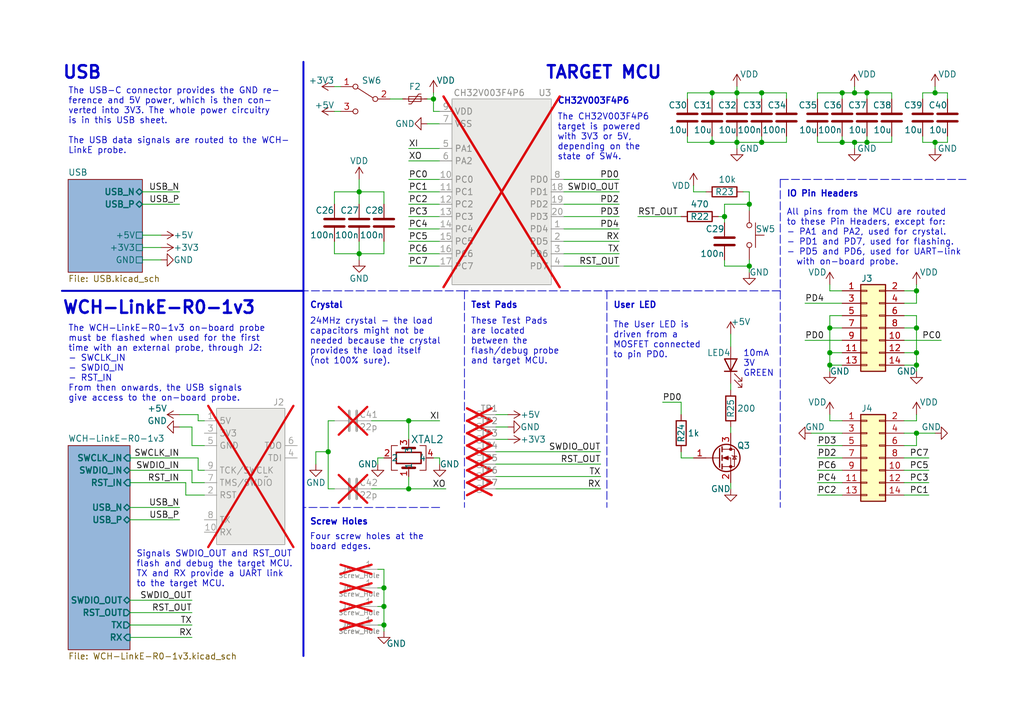
<source format=kicad_sch>
(kicad_sch (version 20230121) (generator eeschema)

  (uuid 156c5422-ee07-49a4-8263-a2dbd26b90bd)

  (paper "A5")

  (title_block
    (title "Tiny Scarab")
    (date "2024-01-04")
    (rev "0.1")
    (company "Embeetle")
    (comment 1 "https://embeetle.com/tiny-scarab")
  )

  (lib_symbols
    (symbol "Connector:TestPoint" (pin_numbers hide) (pin_names (offset 0.762) hide) (in_bom yes) (on_board yes)
      (property "Reference" "TP" (at 0 6.858 0)
        (effects (font (size 1.27 1.27)))
      )
      (property "Value" "TestPoint" (at 0 5.08 0)
        (effects (font (size 1.27 1.27)))
      )
      (property "Footprint" "" (at 5.08 0 0)
        (effects (font (size 1.27 1.27)) hide)
      )
      (property "Datasheet" "~" (at 5.08 0 0)
        (effects (font (size 1.27 1.27)) hide)
      )
      (property "ki_keywords" "test point tp" (at 0 0 0)
        (effects (font (size 1.27 1.27)) hide)
      )
      (property "ki_description" "test point" (at 0 0 0)
        (effects (font (size 1.27 1.27)) hide)
      )
      (property "ki_fp_filters" "Pin* Test*" (at 0 0 0)
        (effects (font (size 1.27 1.27)) hide)
      )
      (symbol "TestPoint_0_1"
        (circle (center 0 3.302) (radius 0.762)
          (stroke (width 0) (type default))
          (fill (type none))
        )
      )
      (symbol "TestPoint_1_1"
        (pin passive line (at 0 0 90) (length 2.54)
          (name "1" (effects (font (size 1.27 1.27))))
          (number "1" (effects (font (size 1.27 1.27))))
        )
      )
    )
    (symbol "Device:C" (pin_numbers hide) (pin_names (offset 0.254)) (in_bom yes) (on_board yes)
      (property "Reference" "C" (at 0.635 2.54 0)
        (effects (font (size 1.27 1.27)) (justify left))
      )
      (property "Value" "C" (at 0.635 -2.54 0)
        (effects (font (size 1.27 1.27)) (justify left))
      )
      (property "Footprint" "" (at 0.9652 -3.81 0)
        (effects (font (size 1.27 1.27)) hide)
      )
      (property "Datasheet" "~" (at 0 0 0)
        (effects (font (size 1.27 1.27)) hide)
      )
      (property "ki_keywords" "cap capacitor" (at 0 0 0)
        (effects (font (size 1.27 1.27)) hide)
      )
      (property "ki_description" "Unpolarized capacitor" (at 0 0 0)
        (effects (font (size 1.27 1.27)) hide)
      )
      (property "ki_fp_filters" "C_*" (at 0 0 0)
        (effects (font (size 1.27 1.27)) hide)
      )
      (symbol "C_0_1"
        (polyline
          (pts
            (xy -2.032 -0.762)
            (xy 2.032 -0.762)
          )
          (stroke (width 0.508) (type default))
          (fill (type none))
        )
        (polyline
          (pts
            (xy -2.032 0.762)
            (xy 2.032 0.762)
          )
          (stroke (width 0.508) (type default))
          (fill (type none))
        )
      )
      (symbol "C_1_1"
        (pin passive line (at 0 3.81 270) (length 2.794)
          (name "~" (effects (font (size 1.27 1.27))))
          (number "1" (effects (font (size 1.27 1.27))))
        )
        (pin passive line (at 0 -3.81 90) (length 2.794)
          (name "~" (effects (font (size 1.27 1.27))))
          (number "2" (effects (font (size 1.27 1.27))))
        )
      )
    )
    (symbol "Device:LED" (pin_numbers hide) (pin_names (offset 1.016) hide) (in_bom yes) (on_board yes)
      (property "Reference" "D" (at 0 2.54 0)
        (effects (font (size 1.27 1.27)))
      )
      (property "Value" "LED" (at 0 -2.54 0)
        (effects (font (size 1.27 1.27)))
      )
      (property "Footprint" "" (at 0 0 0)
        (effects (font (size 1.27 1.27)) hide)
      )
      (property "Datasheet" "~" (at 0 0 0)
        (effects (font (size 1.27 1.27)) hide)
      )
      (property "ki_keywords" "LED diode" (at 0 0 0)
        (effects (font (size 1.27 1.27)) hide)
      )
      (property "ki_description" "Light emitting diode" (at 0 0 0)
        (effects (font (size 1.27 1.27)) hide)
      )
      (property "ki_fp_filters" "LED* LED_SMD:* LED_THT:*" (at 0 0 0)
        (effects (font (size 1.27 1.27)) hide)
      )
      (symbol "LED_0_1"
        (polyline
          (pts
            (xy -1.27 -1.27)
            (xy -1.27 1.27)
          )
          (stroke (width 0.254) (type default))
          (fill (type none))
        )
        (polyline
          (pts
            (xy -1.27 0)
            (xy 1.27 0)
          )
          (stroke (width 0) (type default))
          (fill (type none))
        )
        (polyline
          (pts
            (xy 1.27 -1.27)
            (xy 1.27 1.27)
            (xy -1.27 0)
            (xy 1.27 -1.27)
          )
          (stroke (width 0.254) (type default))
          (fill (type none))
        )
        (polyline
          (pts
            (xy -3.048 -0.762)
            (xy -4.572 -2.286)
            (xy -3.81 -2.286)
            (xy -4.572 -2.286)
            (xy -4.572 -1.524)
          )
          (stroke (width 0) (type default))
          (fill (type none))
        )
        (polyline
          (pts
            (xy -1.778 -0.762)
            (xy -3.302 -2.286)
            (xy -2.54 -2.286)
            (xy -3.302 -2.286)
            (xy -3.302 -1.524)
          )
          (stroke (width 0) (type default))
          (fill (type none))
        )
      )
      (symbol "LED_1_1"
        (pin passive line (at -3.81 0 0) (length 2.54)
          (name "K" (effects (font (size 1.27 1.27))))
          (number "1" (effects (font (size 1.27 1.27))))
        )
        (pin passive line (at 3.81 0 180) (length 2.54)
          (name "A" (effects (font (size 1.27 1.27))))
          (number "2" (effects (font (size 1.27 1.27))))
        )
      )
    )
    (symbol "Device:Polyfuse_Small" (pin_numbers hide) (pin_names (offset 0)) (in_bom yes) (on_board yes)
      (property "Reference" "F" (at -1.905 0 90)
        (effects (font (size 1.27 1.27)))
      )
      (property "Value" "Polyfuse_Small" (at 1.905 0 90)
        (effects (font (size 1.27 1.27)))
      )
      (property "Footprint" "" (at 1.27 -5.08 0)
        (effects (font (size 1.27 1.27)) (justify left) hide)
      )
      (property "Datasheet" "~" (at 0 0 0)
        (effects (font (size 1.27 1.27)) hide)
      )
      (property "ki_keywords" "resettable fuse PTC PPTC polyfuse polyswitch" (at 0 0 0)
        (effects (font (size 1.27 1.27)) hide)
      )
      (property "ki_description" "Resettable fuse, polymeric positive temperature coefficient, small symbol" (at 0 0 0)
        (effects (font (size 1.27 1.27)) hide)
      )
      (property "ki_fp_filters" "*polyfuse* *PTC*" (at 0 0 0)
        (effects (font (size 1.27 1.27)) hide)
      )
      (symbol "Polyfuse_Small_0_1"
        (rectangle (start -0.508 1.27) (end 0.508 -1.27)
          (stroke (width 0) (type default))
          (fill (type none))
        )
        (polyline
          (pts
            (xy 0 2.54)
            (xy 0 -2.54)
          )
          (stroke (width 0) (type default))
          (fill (type none))
        )
        (polyline
          (pts
            (xy -1.016 1.27)
            (xy -1.016 0.762)
            (xy 1.016 -0.762)
            (xy 1.016 -1.27)
          )
          (stroke (width 0) (type default))
          (fill (type none))
        )
      )
      (symbol "Polyfuse_Small_1_1"
        (pin passive line (at 0 2.54 270) (length 0.635)
          (name "~" (effects (font (size 1.27 1.27))))
          (number "1" (effects (font (size 1.27 1.27))))
        )
        (pin passive line (at 0 -2.54 90) (length 0.635)
          (name "~" (effects (font (size 1.27 1.27))))
          (number "2" (effects (font (size 1.27 1.27))))
        )
      )
    )
    (symbol "Device:R" (pin_numbers hide) (pin_names (offset 0)) (in_bom yes) (on_board yes)
      (property "Reference" "R" (at 2.032 0 90)
        (effects (font (size 1.27 1.27)))
      )
      (property "Value" "R" (at 0 0 90)
        (effects (font (size 1.27 1.27)))
      )
      (property "Footprint" "" (at -1.778 0 90)
        (effects (font (size 1.27 1.27)) hide)
      )
      (property "Datasheet" "~" (at 0 0 0)
        (effects (font (size 1.27 1.27)) hide)
      )
      (property "ki_keywords" "R res resistor" (at 0 0 0)
        (effects (font (size 1.27 1.27)) hide)
      )
      (property "ki_description" "Resistor" (at 0 0 0)
        (effects (font (size 1.27 1.27)) hide)
      )
      (property "ki_fp_filters" "R_*" (at 0 0 0)
        (effects (font (size 1.27 1.27)) hide)
      )
      (symbol "R_0_1"
        (rectangle (start -1.016 -2.54) (end 1.016 2.54)
          (stroke (width 0.254) (type default))
          (fill (type none))
        )
      )
      (symbol "R_1_1"
        (pin passive line (at 0 3.81 270) (length 1.27)
          (name "~" (effects (font (size 1.27 1.27))))
          (number "1" (effects (font (size 1.27 1.27))))
        )
        (pin passive line (at 0 -3.81 90) (length 1.27)
          (name "~" (effects (font (size 1.27 1.27))))
          (number "2" (effects (font (size 1.27 1.27))))
        )
      )
    )
    (symbol "Tiny_Scarab:CH32V003F4P6" (in_bom yes) (on_board yes)
      (property "Reference" "U" (at 6.35 12.7 0)
        (effects (font (size 1.27 1.27)))
      )
      (property "Value" "CH32V003F4P6" (at -2.54 16.51 0)
        (effects (font (size 1.27 1.27)))
      )
      (property "Footprint" "Package_SO:TSSOP-20_4.4x6.5mm_P0.65mm" (at 1.27 -25.4 0)
        (effects (font (size 1.27 1.27)) hide)
      )
      (property "Datasheet" "" (at 3.81 -11.43 0)
        (effects (font (size 1.27 1.27)) hide)
      )
      (property "ki_description" "32-bit general-purpose RISC-V MCU" (at 0 0 0)
        (effects (font (size 1.27 1.27)) hide)
      )
      (symbol "CH32V003F4P6_1_1"
        (rectangle (start -10.16 15.24) (end 10.16 -22.86)
          (stroke (width 0) (type default))
          (fill (type background))
        )
        (pin bidirectional line (at 12.7 -11.43 180) (length 2.54)
          (name "PD4" (effects (font (size 1.27 1.27))))
          (number "1" (effects (font (size 1.27 1.27))))
        )
        (pin bidirectional line (at -12.7 -1.27 0) (length 2.54)
          (name "PC0" (effects (font (size 1.27 1.27))))
          (number "10" (effects (font (size 1.27 1.27))))
        )
        (pin bidirectional line (at -12.7 -3.81 0) (length 2.54)
          (name "PC1" (effects (font (size 1.27 1.27))))
          (number "11" (effects (font (size 1.27 1.27))))
        )
        (pin bidirectional line (at -12.7 -6.35 0) (length 2.54)
          (name "PC2" (effects (font (size 1.27 1.27))))
          (number "12" (effects (font (size 1.27 1.27))))
        )
        (pin bidirectional line (at -12.7 -8.89 0) (length 2.54)
          (name "PC3" (effects (font (size 1.27 1.27))))
          (number "13" (effects (font (size 1.27 1.27))))
        )
        (pin bidirectional line (at -12.7 -11.43 0) (length 2.54)
          (name "PC4" (effects (font (size 1.27 1.27))))
          (number "14" (effects (font (size 1.27 1.27))))
        )
        (pin bidirectional line (at -12.7 -13.97 0) (length 2.54)
          (name "PC5" (effects (font (size 1.27 1.27))))
          (number "15" (effects (font (size 1.27 1.27))))
        )
        (pin bidirectional line (at -12.7 -16.51 0) (length 2.54)
          (name "PC6" (effects (font (size 1.27 1.27))))
          (number "16" (effects (font (size 1.27 1.27))))
        )
        (pin bidirectional line (at -12.7 -19.05 0) (length 2.54)
          (name "PC7" (effects (font (size 1.27 1.27))))
          (number "17" (effects (font (size 1.27 1.27))))
        )
        (pin bidirectional line (at 12.7 -3.81 180) (length 2.54)
          (name "PD1" (effects (font (size 1.27 1.27))))
          (number "18" (effects (font (size 1.27 1.27))))
        )
        (pin bidirectional line (at 12.7 -6.35 180) (length 2.54)
          (name "PD2" (effects (font (size 1.27 1.27))))
          (number "19" (effects (font (size 1.27 1.27))))
        )
        (pin bidirectional line (at 12.7 -13.97 180) (length 2.54)
          (name "PD5" (effects (font (size 1.27 1.27))))
          (number "2" (effects (font (size 1.27 1.27))))
        )
        (pin bidirectional line (at 12.7 -8.89 180) (length 2.54)
          (name "PD3" (effects (font (size 1.27 1.27))))
          (number "20" (effects (font (size 1.27 1.27))))
        )
        (pin bidirectional line (at 12.7 -16.51 180) (length 2.54)
          (name "PD6" (effects (font (size 1.27 1.27))))
          (number "3" (effects (font (size 1.27 1.27))))
        )
        (pin bidirectional line (at 12.7 -19.05 180) (length 2.54)
          (name "PD7" (effects (font (size 1.27 1.27))))
          (number "4" (effects (font (size 1.27 1.27))))
        )
        (pin bidirectional line (at -12.7 5.08 0) (length 2.54)
          (name "PA1" (effects (font (size 1.27 1.27))))
          (number "5" (effects (font (size 1.27 1.27))))
        )
        (pin bidirectional line (at -12.7 2.54 0) (length 2.54)
          (name "PA2" (effects (font (size 1.27 1.27))))
          (number "6" (effects (font (size 1.27 1.27))))
        )
        (pin power_in line (at -12.7 10.16 0) (length 2.54)
          (name "VSS" (effects (font (size 1.27 1.27))))
          (number "7" (effects (font (size 1.27 1.27))))
        )
        (pin bidirectional line (at 12.7 -1.27 180) (length 2.54)
          (name "PD0" (effects (font (size 1.27 1.27))))
          (number "8" (effects (font (size 1.27 1.27))))
        )
        (pin power_in line (at -12.7 12.7 0) (length 2.54)
          (name "VDD" (effects (font (size 1.27 1.27))))
          (number "9" (effects (font (size 1.27 1.27))))
        )
      )
    )
    (symbol "Tiny_Scarab:Conn_02x07_Odd_Even" (pin_names (offset 1.016) hide) (in_bom yes) (on_board yes)
      (property "Reference" "J" (at 1.27 10.16 0)
        (effects (font (size 1.27 1.27)))
      )
      (property "Value" "Conn_02x07_Odd_Even" (at 1.27 -10.16 0)
        (effects (font (size 1.27 1.27)))
      )
      (property "Footprint" "Tiny_Scarab:PinHeader_2x07_P2.54mm_Vertical_SMD_10129383-914001ALF" (at 1.27 33.02 0)
        (effects (font (size 1.27 1.27)) hide)
      )
      (property "Datasheet" "https://cdn.amphenol-cs.com/media/wysiwyg/files/drawing/10129383.pdf" (at -1.27 30.48 0)
        (effects (font (size 1.27 1.27)) hide)
      )
      (property "Manufacturer" "Amphenol ICC (FCI)" (at 0 27.94 0)
        (effects (font (size 1.27 1.27)) hide)
      )
      (property "MPN" "10129383-914001ALF" (at 0 25.4 0)
        (effects (font (size 1.27 1.27)) hide)
      )
      (property "Supplier" "DigiKey" (at 0 22.86 0)
        (effects (font (size 1.27 1.27)) hide)
      )
      (property "SPN" "10129383-914001ALF-ND" (at 0 20.32 0)
        (effects (font (size 1.27 1.27)) hide)
      )
      (property "ki_keywords" "connector" (at 0 0 0)
        (effects (font (size 1.27 1.27)) hide)
      )
      (property "ki_description" "Generic connector, double row, 02x07, odd/even pin numbering scheme (row 1 odd numbers, row 2 even numbers), script generated (kicad-library-utils/schlib/autogen/connector/)" (at 0 0 0)
        (effects (font (size 1.27 1.27)) hide)
      )
      (property "ki_fp_filters" "Connector*:*_2x??_*" (at 0 0 0)
        (effects (font (size 1.27 1.27)) hide)
      )
      (symbol "Conn_02x07_Odd_Even_1_1"
        (rectangle (start -1.27 -7.493) (end 0 -7.747)
          (stroke (width 0.1524) (type default))
          (fill (type none))
        )
        (rectangle (start -1.27 -4.953) (end 0 -5.207)
          (stroke (width 0.1524) (type default))
          (fill (type none))
        )
        (rectangle (start -1.27 -2.413) (end 0 -2.667)
          (stroke (width 0.1524) (type default))
          (fill (type none))
        )
        (rectangle (start -1.27 0.127) (end 0 -0.127)
          (stroke (width 0.1524) (type default))
          (fill (type none))
        )
        (rectangle (start -1.27 2.667) (end 0 2.413)
          (stroke (width 0.1524) (type default))
          (fill (type none))
        )
        (rectangle (start -1.27 5.207) (end 0 4.953)
          (stroke (width 0.1524) (type default))
          (fill (type none))
        )
        (rectangle (start -1.27 7.747) (end 0 7.493)
          (stroke (width 0.1524) (type default))
          (fill (type none))
        )
        (rectangle (start -1.27 8.89) (end 3.81 -8.89)
          (stroke (width 0.254) (type default))
          (fill (type background))
        )
        (rectangle (start 3.81 -7.493) (end 2.54 -7.747)
          (stroke (width 0.1524) (type default))
          (fill (type none))
        )
        (rectangle (start 3.81 -4.953) (end 2.54 -5.207)
          (stroke (width 0.1524) (type default))
          (fill (type none))
        )
        (rectangle (start 3.81 -2.413) (end 2.54 -2.667)
          (stroke (width 0.1524) (type default))
          (fill (type none))
        )
        (rectangle (start 3.81 0.127) (end 2.54 -0.127)
          (stroke (width 0.1524) (type default))
          (fill (type none))
        )
        (rectangle (start 3.81 2.667) (end 2.54 2.413)
          (stroke (width 0.1524) (type default))
          (fill (type none))
        )
        (rectangle (start 3.81 5.207) (end 2.54 4.953)
          (stroke (width 0.1524) (type default))
          (fill (type none))
        )
        (rectangle (start 3.81 7.747) (end 2.54 7.493)
          (stroke (width 0.1524) (type default))
          (fill (type none))
        )
        (pin passive line (at -5.08 7.62 0) (length 3.81)
          (name "Pin_1" (effects (font (size 1.27 1.27))))
          (number "1" (effects (font (size 1.27 1.27))))
        )
        (pin passive line (at 7.62 -2.54 180) (length 3.81)
          (name "Pin_10" (effects (font (size 1.27 1.27))))
          (number "10" (effects (font (size 1.27 1.27))))
        )
        (pin passive line (at -5.08 -5.08 0) (length 3.81)
          (name "Pin_11" (effects (font (size 1.27 1.27))))
          (number "11" (effects (font (size 1.27 1.27))))
        )
        (pin passive line (at 7.62 -5.08 180) (length 3.81)
          (name "Pin_12" (effects (font (size 1.27 1.27))))
          (number "12" (effects (font (size 1.27 1.27))))
        )
        (pin passive line (at -5.08 -7.62 0) (length 3.81)
          (name "Pin_13" (effects (font (size 1.27 1.27))))
          (number "13" (effects (font (size 1.27 1.27))))
        )
        (pin passive line (at 7.62 -7.62 180) (length 3.81)
          (name "Pin_14" (effects (font (size 1.27 1.27))))
          (number "14" (effects (font (size 1.27 1.27))))
        )
        (pin passive line (at 7.62 7.62 180) (length 3.81)
          (name "Pin_2" (effects (font (size 1.27 1.27))))
          (number "2" (effects (font (size 1.27 1.27))))
        )
        (pin passive line (at -5.08 5.08 0) (length 3.81)
          (name "Pin_3" (effects (font (size 1.27 1.27))))
          (number "3" (effects (font (size 1.27 1.27))))
        )
        (pin passive line (at 7.62 5.08 180) (length 3.81)
          (name "Pin_4" (effects (font (size 1.27 1.27))))
          (number "4" (effects (font (size 1.27 1.27))))
        )
        (pin passive line (at -5.08 2.54 0) (length 3.81)
          (name "Pin_5" (effects (font (size 1.27 1.27))))
          (number "5" (effects (font (size 1.27 1.27))))
        )
        (pin passive line (at 7.62 2.54 180) (length 3.81)
          (name "Pin_6" (effects (font (size 1.27 1.27))))
          (number "6" (effects (font (size 1.27 1.27))))
        )
        (pin passive line (at -5.08 0 0) (length 3.81)
          (name "Pin_7" (effects (font (size 1.27 1.27))))
          (number "7" (effects (font (size 1.27 1.27))))
        )
        (pin passive line (at 7.62 0 180) (length 3.81)
          (name "Pin_8" (effects (font (size 1.27 1.27))))
          (number "8" (effects (font (size 1.27 1.27))))
        )
        (pin passive line (at -5.08 -2.54 0) (length 3.81)
          (name "Pin_9" (effects (font (size 1.27 1.27))))
          (number "9" (effects (font (size 1.27 1.27))))
        )
      )
    )
    (symbol "Tiny_Scarab:ECS-240-20-30B-TR" (pin_names (offset 0.254)) (in_bom yes) (on_board yes)
      (property "Reference" "XTAL" (at 0 15.24 0)
        (effects (font (size 1.524 1.524)))
      )
      (property "Value" "ECS-240-20-30B-TR" (at 0 12.7 0)
        (effects (font (size 1.524 1.524)))
      )
      (property "Footprint" "Tiny_Scarab:CRYSTAL4_ECS-240-20-30B-TR_ECS" (at 0 31.75 0)
        (effects (font (size 1.27 1.27) italic) hide)
      )
      (property "Datasheet" "https://ecsxtal.com/store/pdf/ecx_53b.pdf" (at 1.27 29.21 0)
        (effects (font (size 1.27 1.27) italic) hide)
      )
      (property "Manufacturer" "ECS Inc." (at 0 26.67 0)
        (effects (font (size 1.27 1.27)) hide)
      )
      (property "MPN" "ECS-240-20-30B-TR" (at 0 24.13 0)
        (effects (font (size 1.27 1.27)) hide)
      )
      (property "Supplier" "DigiKey" (at 0 21.59 0)
        (effects (font (size 1.27 1.27)) hide)
      )
      (property "SPN" "XC1122TR-ND" (at 0 19.05 0)
        (effects (font (size 1.27 1.27)) hide)
      )
      (property "ki_keywords" "ECS-240-20-30B-TR" (at 0 0 0)
        (effects (font (size 1.27 1.27)) hide)
      )
      (property "ki_fp_filters" "CRYSTAL4_ECS-240-20-30B-TR_ECS" (at 0 0 0)
        (effects (font (size 1.27 1.27)) hide)
      )
      (symbol "ECS-240-20-30B-TR_0_1"
        (rectangle (start -1.143 2.54) (end 1.143 -2.54)
          (stroke (width 0.3048) (type default))
          (fill (type none))
        )
        (polyline
          (pts
            (xy -2.54 0)
            (xy -2.032 0)
          )
          (stroke (width 0) (type default))
          (fill (type none))
        )
        (polyline
          (pts
            (xy -2.032 -1.27)
            (xy -2.032 1.27)
          )
          (stroke (width 0.508) (type default))
          (fill (type none))
        )
        (polyline
          (pts
            (xy 0 -3.81)
            (xy 0 -3.556)
          )
          (stroke (width 0) (type default))
          (fill (type none))
        )
        (polyline
          (pts
            (xy 0 3.556)
            (xy 0 3.81)
          )
          (stroke (width 0) (type default))
          (fill (type none))
        )
        (polyline
          (pts
            (xy 2.032 -1.27)
            (xy 2.032 1.27)
          )
          (stroke (width 0.508) (type default))
          (fill (type none))
        )
        (polyline
          (pts
            (xy 2.032 0)
            (xy 2.54 0)
          )
          (stroke (width 0) (type default))
          (fill (type none))
        )
        (polyline
          (pts
            (xy -2.54 -2.286)
            (xy -2.54 -3.556)
            (xy 2.54 -3.556)
            (xy 2.54 -2.286)
          )
          (stroke (width 0) (type default))
          (fill (type none))
        )
        (polyline
          (pts
            (xy -2.54 2.286)
            (xy -2.54 3.556)
            (xy 2.54 3.556)
            (xy 2.54 2.286)
          )
          (stroke (width 0) (type default))
          (fill (type none))
        )
      )
      (symbol "ECS-240-20-30B-TR_1_1"
        (pin passive line (at -3.81 0 0) (length 1.27)
          (name "1" (effects (font (size 1.27 1.27))))
          (number "1" (effects (font (size 1.27 1.27))))
        )
        (pin passive line (at 0 5.08 270) (length 1.27)
          (name "2" (effects (font (size 1.27 1.27))))
          (number "2" (effects (font (size 1.27 1.27))))
        )
        (pin passive line (at 3.81 0 180) (length 1.27)
          (name "3" (effects (font (size 1.27 1.27))))
          (number "3" (effects (font (size 1.27 1.27))))
        )
        (pin passive line (at 0 -5.08 90) (length 1.27)
          (name "4" (effects (font (size 1.27 1.27))))
          (number "4" (effects (font (size 1.27 1.27))))
        )
      )
    )
    (symbol "Tiny_Scarab:IRLML2502TRPBF" (pin_names hide) (in_bom yes) (on_board yes)
      (property "Reference" "Q" (at 5.08 1.905 0)
        (effects (font (size 1.27 1.27)) (justify left))
      )
      (property "Value" "IRLML2502TRPBF" (at 5.08 0 0)
        (effects (font (size 1.27 1.27)) (justify left))
      )
      (property "Footprint" "Tiny_Scarab:SOT-23" (at 5.08 -2.54 0)
        (effects (font (size 1.27 1.27) italic) (justify left) hide)
      )
      (property "Datasheet" "" (at 0 0 0)
        (effects (font (size 1.27 1.27)) (justify left) hide)
      )
      (property "Manufacturer" "Infineon Technologies" (at 0 20.32 0)
        (effects (font (size 1.27 1.27)) hide)
      )
      (property "MPN" "IRLML2502TRPBF" (at 0 17.78 0)
        (effects (font (size 1.27 1.27)) hide)
      )
      (property "Supplier" "DigiKey" (at 0 15.24 0)
        (effects (font (size 1.27 1.27)) hide)
      )
      (property "SPN" "IRLML2502TRPBFTR-ND" (at 0 12.7 0)
        (effects (font (size 1.27 1.27)) hide)
      )
      (property "ki_keywords" "N-Channel HEXFET MOSFET" (at 0 0 0)
        (effects (font (size 1.27 1.27)) hide)
      )
      (property "ki_description" "N-Channel 20 V 4.2A (Ta) 1.25W (Ta) Surface Mount Micro3™/SOT-23" (at 0 0 0)
        (effects (font (size 1.27 1.27)) hide)
      )
      (property "ki_fp_filters" "SOT?23*" (at 0 0 0)
        (effects (font (size 1.27 1.27)) hide)
      )
      (symbol "IRLML2502TRPBF_0_1"
        (polyline
          (pts
            (xy 0.254 0)
            (xy -2.54 0)
          )
          (stroke (width 0) (type default))
          (fill (type none))
        )
        (polyline
          (pts
            (xy 0.254 1.905)
            (xy 0.254 -1.905)
          )
          (stroke (width 0.254) (type default))
          (fill (type none))
        )
        (polyline
          (pts
            (xy 0.762 -1.27)
            (xy 0.762 -2.286)
          )
          (stroke (width 0.254) (type default))
          (fill (type none))
        )
        (polyline
          (pts
            (xy 0.762 0.508)
            (xy 0.762 -0.508)
          )
          (stroke (width 0.254) (type default))
          (fill (type none))
        )
        (polyline
          (pts
            (xy 0.762 2.286)
            (xy 0.762 1.27)
          )
          (stroke (width 0.254) (type default))
          (fill (type none))
        )
        (polyline
          (pts
            (xy 2.54 2.54)
            (xy 2.54 1.778)
          )
          (stroke (width 0) (type default))
          (fill (type none))
        )
        (polyline
          (pts
            (xy 2.54 -2.54)
            (xy 2.54 0)
            (xy 0.762 0)
          )
          (stroke (width 0) (type default))
          (fill (type none))
        )
        (polyline
          (pts
            (xy 0.762 -1.778)
            (xy 3.302 -1.778)
            (xy 3.302 1.778)
            (xy 0.762 1.778)
          )
          (stroke (width 0) (type default))
          (fill (type none))
        )
        (polyline
          (pts
            (xy 1.016 0)
            (xy 2.032 0.381)
            (xy 2.032 -0.381)
            (xy 1.016 0)
          )
          (stroke (width 0) (type default))
          (fill (type outline))
        )
        (polyline
          (pts
            (xy 2.794 0.508)
            (xy 2.921 0.381)
            (xy 3.683 0.381)
            (xy 3.81 0.254)
          )
          (stroke (width 0) (type default))
          (fill (type none))
        )
        (polyline
          (pts
            (xy 3.302 0.381)
            (xy 2.921 -0.254)
            (xy 3.683 -0.254)
            (xy 3.302 0.381)
          )
          (stroke (width 0) (type default))
          (fill (type none))
        )
        (circle (center 1.651 0) (radius 2.794)
          (stroke (width 0.254) (type default))
          (fill (type none))
        )
        (circle (center 2.54 -1.778) (radius 0.254)
          (stroke (width 0) (type default))
          (fill (type outline))
        )
        (circle (center 2.54 1.778) (radius 0.254)
          (stroke (width 0) (type default))
          (fill (type outline))
        )
      )
      (symbol "IRLML2502TRPBF_1_1"
        (pin input line (at -5.08 0 0) (length 2.54)
          (name "G" (effects (font (size 1.27 1.27))))
          (number "1" (effects (font (size 1.27 1.27))))
        )
        (pin passive line (at 2.54 -5.08 90) (length 2.54)
          (name "S" (effects (font (size 1.27 1.27))))
          (number "2" (effects (font (size 1.27 1.27))))
        )
        (pin passive line (at 2.54 5.08 270) (length 2.54)
          (name "D" (effects (font (size 1.27 1.27))))
          (number "3" (effects (font (size 1.27 1.27))))
        )
      )
    )
    (symbol "Tiny_Scarab:PTS636_SL43_SMTR_LFS" (pin_numbers hide) (pin_names (offset 1.016) hide) (in_bom yes) (on_board yes)
      (property "Reference" "SW" (at 1.27 2.54 0)
        (effects (font (size 1.27 1.27)) (justify left))
      )
      (property "Value" "PTS636_SL43_SMTR_LFS" (at 0 -1.524 0)
        (effects (font (size 1.27 1.27)))
      )
      (property "Footprint" "Tiny_Scarab:SW_Tactile_SPST_NO_Straight_CK_PTS636Sx43SMTRLFS" (at -1.27 20.32 0)
        (effects (font (size 1.27 1.27)) hide)
      )
      (property "Datasheet" "https://www.ckswitches.com/media/2779/pts636.pdf" (at 0 17.78 0)
        (effects (font (size 1.27 1.27)) hide)
      )
      (property "Manufacturer" "C&K" (at 0 15.24 0)
        (effects (font (size 1.27 1.27)) hide)
      )
      (property "MPN" "PTS636 SL43 SMTR LFS" (at 0 12.7 0)
        (effects (font (size 1.27 1.27)) hide)
      )
      (property "Supplier" "DigiKey" (at 0 10.16 0)
        (effects (font (size 1.27 1.27)) hide)
      )
      (property "SPN" "CKN12309-2-ND" (at 0 7.62 0)
        (effects (font (size 1.27 1.27)) hide)
      )
      (property "ki_keywords" "switch normally-open pushbutton push-button" (at 0 0 0)
        (effects (font (size 1.27 1.27)) hide)
      )
      (property "ki_description" "Push button switch, generic, two pins" (at 0 0 0)
        (effects (font (size 1.27 1.27)) hide)
      )
      (symbol "PTS636_SL43_SMTR_LFS_0_1"
        (circle (center -2.032 0) (radius 0.508)
          (stroke (width 0) (type default))
          (fill (type none))
        )
        (polyline
          (pts
            (xy 0 1.27)
            (xy 0 3.048)
          )
          (stroke (width 0) (type default))
          (fill (type none))
        )
        (polyline
          (pts
            (xy 2.54 1.27)
            (xy -2.54 1.27)
          )
          (stroke (width 0) (type default))
          (fill (type none))
        )
        (circle (center 2.032 0) (radius 0.508)
          (stroke (width 0) (type default))
          (fill (type none))
        )
        (pin passive line (at -5.08 0 0) (length 2.54)
          (name "1" (effects (font (size 1.27 1.27))))
          (number "1" (effects (font (size 1.27 1.27))))
        )
        (pin passive line (at 5.08 0 180) (length 2.54)
          (name "2" (effects (font (size 1.27 1.27))))
          (number "2" (effects (font (size 1.27 1.27))))
        )
      )
    )
    (symbol "Tiny_Scarab:SLW-883935-2A-D" (pin_names (offset 0) hide) (in_bom yes) (on_board yes)
      (property "Reference" "SW" (at 0 4.318 0)
        (effects (font (size 1.27 1.27)))
      )
      (property "Value" "SLW-883935-2A-D" (at 0 -5.08 0)
        (effects (font (size 1.27 1.27)))
      )
      (property "Footprint" "Tiny_Scarab:SLW-883935-2A-D" (at 0 17.78 0)
        (effects (font (size 1.27 1.27)) hide)
      )
      (property "Datasheet" "https://www.cuidevices.com/product/resource/digikeypdf/slw-883935-2a-d.pdf" (at 0 20.32 0)
        (effects (font (size 1.27 1.27)) hide)
      )
      (property "Manufacturer" "CUI Devices" (at 0 15.24 0)
        (effects (font (size 1.27 1.27)) hide)
      )
      (property "MPN" "SLW-883935-2A-D" (at 0 12.7 0)
        (effects (font (size 1.27 1.27)) hide)
      )
      (property "Supplier" "DigiKey" (at 0 10.16 0)
        (effects (font (size 1.27 1.27)) hide)
      )
      (property "SPN" "2223-SLW-883935-2A-D-ND" (at 0 7.62 0)
        (effects (font (size 1.27 1.27)) hide)
      )
      (property "ki_keywords" "Slide Switch SPDT Through Hole" (at 0 0 0)
        (effects (font (size 1.27 1.27)) hide)
      )
      (property "ki_description" "Slide Switch SPDT Through Hole" (at 0 0 0)
        (effects (font (size 1.27 1.27)) hide)
      )
      (property "ki_fp_filters" "SW*DPDT*" (at 0 0 0)
        (effects (font (size 1.27 1.27)) hide)
      )
      (symbol "SLW-883935-2A-D_0_0"
        (circle (center -2.032 0) (radius 0.508)
          (stroke (width 0) (type default))
          (fill (type none))
        )
        (circle (center 2.032 -2.54) (radius 0.508)
          (stroke (width 0) (type default))
          (fill (type none))
        )
      )
      (symbol "SLW-883935-2A-D_0_1"
        (polyline
          (pts
            (xy -1.524 0.254)
            (xy 1.651 2.286)
          )
          (stroke (width 0) (type default))
          (fill (type none))
        )
        (circle (center 2.032 2.54) (radius 0.508)
          (stroke (width 0) (type default))
          (fill (type none))
        )
      )
      (symbol "SLW-883935-2A-D_1_1"
        (pin passive line (at 5.08 2.54 180) (length 2.54)
          (name "A" (effects (font (size 1.27 1.27))))
          (number "1" (effects (font (size 1.27 1.27))))
        )
        (pin passive line (at -5.08 0 0) (length 2.54)
          (name "B" (effects (font (size 1.27 1.27))))
          (number "2" (effects (font (size 1.27 1.27))))
        )
        (pin passive line (at 5.08 -2.54 180) (length 2.54)
          (name "C" (effects (font (size 1.27 1.27))))
          (number "3" (effects (font (size 1.27 1.27))))
        )
      )
    )
    (symbol "Tiny_Scarab:Screw_Hole" (pin_names (offset 1.016) hide) (in_bom yes) (on_board yes)
      (property "Reference" "J" (at 0 2.54 0)
        (effects (font (size 1.27 1.27)))
      )
      (property "Value" "Screw_Hole" (at 0 -2.54 0)
        (effects (font (size 1.27 1.27)))
      )
      (property "Footprint" "Tiny_Scarab:Screw_Hole" (at 0 7.62 0)
        (effects (font (size 1.27 1.27)) hide)
      )
      (property "Datasheet" "~" (at 0 5.08 0)
        (effects (font (size 1.27 1.27)) hide)
      )
      (property "ki_fp_filters" "Connector*:*_1x??_*" (at 0 0 0)
        (effects (font (size 1.27 1.27)) hide)
      )
      (symbol "Screw_Hole_1_1"
        (polyline
          (pts
            (xy 1.27 0)
            (xy 0.8636 0)
          )
          (stroke (width 0.1524) (type default))
          (fill (type none))
        )
        (rectangle (start 0.8636 0.127) (end 0 -0.127)
          (stroke (width 0.1524) (type default))
          (fill (type outline))
        )
        (pin passive line (at 5.08 0 180) (length 3.81)
          (name "Pin_1" (effects (font (size 1.27 1.27))))
          (number "1" (effects (font (size 1.27 1.27))))
        )
      )
    )
    (symbol "Tiny_Scarab:TC2050-IDC-NL-WCH-LinkE-R0-1v3" (in_bom yes) (on_board yes)
      (property "Reference" "J" (at -5.08 15.24 0)
        (effects (font (size 1.27 1.27)))
      )
      (property "Value" "" (at -2.54 0 0)
        (effects (font (size 1.27 1.27)))
      )
      (property "Footprint" "Tiny_Scarab:Tag-Connect_TC2050-IDC-NL_2x05_P1.27mm_Vertical_with_bottom_clip" (at 27.94 12.7 0)
        (effects (font (size 1.27 1.27)) (justify left) hide)
      )
      (property "Datasheet" "https://www.tag-connect.com/wp-content/uploads/bsk-pdf-manager/TC2050-IDC-NL_Datasheet_8.pdf" (at 27.94 10.16 0)
        (effects (font (size 1.27 1.27)) (justify left) hide)
      )
      (property "Manufacturer" "Tag-Connect LLC" (at 27.94 7.62 0)
        (effects (font (size 1.27 1.27)) (justify left) hide)
      )
      (property "MPN" "TC2050-IDC-NL" (at 27.94 5.08 0)
        (effects (font (size 1.27 1.27)) (justify left) hide)
      )
      (property "Supplier" "DigiKey" (at 27.94 2.54 0)
        (effects (font (size 1.27 1.27)) (justify left) hide)
      )
      (property "SPN" "TC2050-IDC-NL-ND" (at 27.94 0 0)
        (effects (font (size 1.27 1.27)) (justify left) hide)
      )
      (property "ki_description" "Tag Connect TC2050-IDC-NL cable: ribbon connector fits on WCH-LinkE-R0-1v3 probe, plug-of-nails on TC2050-NL-FP Footprint." (at 0 0 0)
        (effects (font (size 1.27 1.27)) hide)
      )
      (symbol "TC2050-IDC-NL-WCH-LinkE-R0-1v3_1_1"
        (rectangle (start -6.35 13.97) (end 7.62 -13.97)
          (stroke (width 0) (type default))
          (fill (type background))
        )
        (pin power_out line (at 10.16 11.43 180) (length 2.54)
          (name "5V" (effects (font (size 1.27 1.27))))
          (number "1" (effects (font (size 1.27 1.27))))
        )
        (pin input line (at 10.16 -11.43 180) (length 2.54)
          (name "RX" (effects (font (size 1.27 1.27))))
          (number "10" (effects (font (size 1.27 1.27))))
        )
        (pin output line (at 10.16 -3.81 180) (length 2.54)
          (name "RST" (effects (font (size 1.27 1.27))))
          (number "2" (effects (font (size 1.27 1.27))))
        )
        (pin power_out line (at 10.16 8.89 180) (length 2.54)
          (name "3V3" (effects (font (size 1.27 1.27))))
          (number "3" (effects (font (size 1.27 1.27))))
        )
        (pin input line (at -8.89 3.81 0) (length 2.54)
          (name "TDI" (effects (font (size 1.27 1.27))))
          (number "4" (effects (font (size 1.27 1.27))))
        )
        (pin passive line (at 10.16 6.35 180) (length 2.54)
          (name "GND" (effects (font (size 1.27 1.27))))
          (number "5" (effects (font (size 1.27 1.27))))
        )
        (pin output line (at -8.89 6.35 0) (length 2.54)
          (name "TDO" (effects (font (size 1.27 1.27))))
          (number "6" (effects (font (size 1.27 1.27))))
        )
        (pin bidirectional line (at 10.16 -1.27 180) (length 2.54)
          (name "TMS/SWDIO" (effects (font (size 1.27 1.27))))
          (number "7" (effects (font (size 1.27 1.27))))
        )
        (pin output line (at 10.16 -8.89 180) (length 2.54)
          (name "TX" (effects (font (size 1.27 1.27))))
          (number "8" (effects (font (size 1.27 1.27))))
        )
        (pin output line (at 10.16 1.27 180) (length 2.54)
          (name "TCK/SWCLK" (effects (font (size 1.27 1.27))))
          (number "9" (effects (font (size 1.27 1.27))))
        )
      )
    )
    (symbol "power:+3V3" (power) (pin_names (offset 0)) (in_bom yes) (on_board yes)
      (property "Reference" "#PWR" (at 0 -3.81 0)
        (effects (font (size 1.27 1.27)) hide)
      )
      (property "Value" "+3V3" (at 0 3.556 0)
        (effects (font (size 1.27 1.27)))
      )
      (property "Footprint" "" (at 0 0 0)
        (effects (font (size 1.27 1.27)) hide)
      )
      (property "Datasheet" "" (at 0 0 0)
        (effects (font (size 1.27 1.27)) hide)
      )
      (property "ki_keywords" "global power" (at 0 0 0)
        (effects (font (size 1.27 1.27)) hide)
      )
      (property "ki_description" "Power symbol creates a global label with name \"+3V3\"" (at 0 0 0)
        (effects (font (size 1.27 1.27)) hide)
      )
      (symbol "+3V3_0_1"
        (polyline
          (pts
            (xy -0.762 1.27)
            (xy 0 2.54)
          )
          (stroke (width 0) (type default))
          (fill (type none))
        )
        (polyline
          (pts
            (xy 0 0)
            (xy 0 2.54)
          )
          (stroke (width 0) (type default))
          (fill (type none))
        )
        (polyline
          (pts
            (xy 0 2.54)
            (xy 0.762 1.27)
          )
          (stroke (width 0) (type default))
          (fill (type none))
        )
      )
      (symbol "+3V3_1_1"
        (pin power_in line (at 0 0 90) (length 0) hide
          (name "+3V3" (effects (font (size 1.27 1.27))))
          (number "1" (effects (font (size 1.27 1.27))))
        )
      )
    )
    (symbol "power:+5V" (power) (pin_names (offset 0)) (in_bom yes) (on_board yes)
      (property "Reference" "#PWR" (at 0 -3.81 0)
        (effects (font (size 1.27 1.27)) hide)
      )
      (property "Value" "+5V" (at 0 3.556 0)
        (effects (font (size 1.27 1.27)))
      )
      (property "Footprint" "" (at 0 0 0)
        (effects (font (size 1.27 1.27)) hide)
      )
      (property "Datasheet" "" (at 0 0 0)
        (effects (font (size 1.27 1.27)) hide)
      )
      (property "ki_keywords" "global power" (at 0 0 0)
        (effects (font (size 1.27 1.27)) hide)
      )
      (property "ki_description" "Power symbol creates a global label with name \"+5V\"" (at 0 0 0)
        (effects (font (size 1.27 1.27)) hide)
      )
      (symbol "+5V_0_1"
        (polyline
          (pts
            (xy -0.762 1.27)
            (xy 0 2.54)
          )
          (stroke (width 0) (type default))
          (fill (type none))
        )
        (polyline
          (pts
            (xy 0 0)
            (xy 0 2.54)
          )
          (stroke (width 0) (type default))
          (fill (type none))
        )
        (polyline
          (pts
            (xy 0 2.54)
            (xy 0.762 1.27)
          )
          (stroke (width 0) (type default))
          (fill (type none))
        )
      )
      (symbol "+5V_1_1"
        (pin power_in line (at 0 0 90) (length 0) hide
          (name "+5V" (effects (font (size 1.27 1.27))))
          (number "1" (effects (font (size 1.27 1.27))))
        )
      )
    )
    (symbol "power:GND" (power) (pin_names (offset 0)) (in_bom yes) (on_board yes)
      (property "Reference" "#PWR" (at 0 -6.35 0)
        (effects (font (size 1.27 1.27)) hide)
      )
      (property "Value" "GND" (at 0 -3.81 0)
        (effects (font (size 1.27 1.27)))
      )
      (property "Footprint" "" (at 0 0 0)
        (effects (font (size 1.27 1.27)) hide)
      )
      (property "Datasheet" "" (at 0 0 0)
        (effects (font (size 1.27 1.27)) hide)
      )
      (property "ki_keywords" "global power" (at 0 0 0)
        (effects (font (size 1.27 1.27)) hide)
      )
      (property "ki_description" "Power symbol creates a global label with name \"GND\" , ground" (at 0 0 0)
        (effects (font (size 1.27 1.27)) hide)
      )
      (symbol "GND_0_1"
        (polyline
          (pts
            (xy 0 0)
            (xy 0 -1.27)
            (xy 1.27 -1.27)
            (xy 0 -2.54)
            (xy -1.27 -1.27)
            (xy 0 -1.27)
          )
          (stroke (width 0) (type default))
          (fill (type none))
        )
      )
      (symbol "GND_1_1"
        (pin power_in line (at 0 0 270) (length 0) hide
          (name "GND" (effects (font (size 1.27 1.27))))
          (number "1" (effects (font (size 1.27 1.27))))
        )
      )
    )
    (symbol "power:VDD" (power) (pin_names (offset 0)) (in_bom yes) (on_board yes)
      (property "Reference" "#PWR" (at 0 -3.81 0)
        (effects (font (size 1.27 1.27)) hide)
      )
      (property "Value" "VDD" (at 0 3.81 0)
        (effects (font (size 1.27 1.27)))
      )
      (property "Footprint" "" (at 0 0 0)
        (effects (font (size 1.27 1.27)) hide)
      )
      (property "Datasheet" "" (at 0 0 0)
        (effects (font (size 1.27 1.27)) hide)
      )
      (property "ki_keywords" "global power" (at 0 0 0)
        (effects (font (size 1.27 1.27)) hide)
      )
      (property "ki_description" "Power symbol creates a global label with name \"VDD\"" (at 0 0 0)
        (effects (font (size 1.27 1.27)) hide)
      )
      (symbol "VDD_0_1"
        (polyline
          (pts
            (xy -0.762 1.27)
            (xy 0 2.54)
          )
          (stroke (width 0) (type default))
          (fill (type none))
        )
        (polyline
          (pts
            (xy 0 0)
            (xy 0 2.54)
          )
          (stroke (width 0) (type default))
          (fill (type none))
        )
        (polyline
          (pts
            (xy 0 2.54)
            (xy 0.762 1.27)
          )
          (stroke (width 0) (type default))
          (fill (type none))
        )
      )
      (symbol "VDD_1_1"
        (pin power_in line (at 0 0 90) (length 0) hide
          (name "VDD" (effects (font (size 1.27 1.27))))
          (number "1" (effects (font (size 1.27 1.27))))
        )
      )
    )
  )

  (junction (at 175.26 19.05) (diameter 0) (color 0 0 0 0)
    (uuid 01805add-97ff-4e7e-8d67-09e2f5781b9c)
  )
  (junction (at 88.9 20.32) (diameter 0) (color 0 0 0 0)
    (uuid 01c272fa-1469-44ed-82e0-1cb2f72cf72e)
  )
  (junction (at 187.96 88.9) (diameter 0) (color 0 0 0 0)
    (uuid 0da4d609-be0a-4666-ae52-fae5ac76099e)
  )
  (junction (at 156.21 19.05) (diameter 0) (color 0 0 0 0)
    (uuid 0e1fb265-3cc4-4a84-b93a-ea9f9fe00532)
  )
  (junction (at 175.26 29.21) (diameter 0) (color 0 0 0 0)
    (uuid 0ee195f2-743f-41f5-8f81-9911c5b06c95)
  )
  (junction (at 146.05 29.21) (diameter 0) (color 0 0 0 0)
    (uuid 1df08243-4b3c-4d82-935a-66cbaa8ff9e5)
  )
  (junction (at 170.18 67.31) (diameter 0) (color 0 0 0 0)
    (uuid 2fcbeaf9-95c7-4044-8131-037167ce6555)
  )
  (junction (at 187.96 67.31) (diameter 0) (color 0 0 0 0)
    (uuid 34595f2e-8a73-446b-97e7-9f26488790d5)
  )
  (junction (at 191.77 29.21) (diameter 0) (color 0 0 0 0)
    (uuid 3499ec06-82a7-4d2a-8e80-d9022ed55e7e)
  )
  (junction (at 170.18 74.93) (diameter 0) (color 0 0 0 0)
    (uuid 37fc2366-3b0e-4088-884d-9a39b0c16a3a)
  )
  (junction (at 172.72 19.05) (diameter 0) (color 0 0 0 0)
    (uuid 3a8d64bb-c214-4f94-b717-2e444b448243)
  )
  (junction (at 187.96 59.69) (diameter 0) (color 0 0 0 0)
    (uuid 416b3c71-227f-49b3-97f9-fd6176e1aa42)
  )
  (junction (at 187.96 74.93) (diameter 0) (color 0 0 0 0)
    (uuid 41cd8d4d-43de-4852-9fb1-4f47d26b4b49)
  )
  (junction (at 151.13 29.21) (diameter 0) (color 0 0 0 0)
    (uuid 45745248-e772-4f48-ab4c-7035a00e437c)
  )
  (junction (at 153.67 41.91) (diameter 0) (color 0 0 0 0)
    (uuid 4dbdc232-d7c9-4700-a73b-65bfd62c8d6d)
  )
  (junction (at 191.77 19.05) (diameter 0) (color 0 0 0 0)
    (uuid 5a3e69b9-bc11-43e3-98b1-42d878920a90)
  )
  (junction (at 177.8 29.21) (diameter 0) (color 0 0 0 0)
    (uuid 609851e5-18da-4c4b-a13f-754b0d67a438)
  )
  (junction (at 78.74 120.65) (diameter 0) (color 0 0 0 0)
    (uuid 6620f250-be37-482f-a972-a40893204194)
  )
  (junction (at 172.72 29.21) (diameter 0) (color 0 0 0 0)
    (uuid 688aa0c9-6517-4240-b362-8dacaf636f7d)
  )
  (junction (at 187.96 72.39) (diameter 0) (color 0 0 0 0)
    (uuid 6aaa70dc-1d3e-4664-8b0c-cab63e0ba54c)
  )
  (junction (at 153.67 54.61) (diameter 0) (color 0 0 0 0)
    (uuid 6b4073c7-6ff9-4b14-9445-24635d01cecc)
  )
  (junction (at 73.66 39.37) (diameter 0) (color 0 0 0 0)
    (uuid 6c47a242-299c-4902-88c7-1a3df4deabee)
  )
  (junction (at 78.74 124.46) (diameter 0) (color 0 0 0 0)
    (uuid 70aaf96e-a5b6-457f-b806-94f563cead6c)
  )
  (junction (at 177.8 19.05) (diameter 0) (color 0 0 0 0)
    (uuid 830ac382-ec33-4f71-bb1c-b1ef517dbefc)
  )
  (junction (at 83.82 100.33) (diameter 0) (color 0 0 0 0)
    (uuid 87c36742-544f-403f-9735-7ab35b94cdf8)
  )
  (junction (at 148.59 44.45) (diameter 0) (color 0 0 0 0)
    (uuid 9288de3d-3a75-49ec-9bc8-18721fa639c1)
  )
  (junction (at 156.21 29.21) (diameter 0) (color 0 0 0 0)
    (uuid 94bc29a1-032f-48a1-8316-ce45c3273127)
  )
  (junction (at 146.05 19.05) (diameter 0) (color 0 0 0 0)
    (uuid ae64973e-ca62-487d-891d-f1d30a9fa02d)
  )
  (junction (at 67.31 92.71) (diameter 0) (color 0 0 0 0)
    (uuid c4815bde-afc1-4bac-8e94-485bb4405d9f)
  )
  (junction (at 151.13 19.05) (diameter 0) (color 0 0 0 0)
    (uuid d439f48f-e0e7-414e-b476-d2edbfebc12b)
  )
  (junction (at 78.74 128.27) (diameter 0) (color 0 0 0 0)
    (uuid e0bb3a13-0799-4504-beb1-625d2659123f)
  )
  (junction (at 170.18 72.39) (diameter 0) (color 0 0 0 0)
    (uuid f8be9b8f-cdd3-4186-89ac-ed9d26cf3c03)
  )
  (junction (at 73.66 52.07) (diameter 0) (color 0 0 0 0)
    (uuid fa474b3d-92b8-4b8a-8086-418d8d3fdbd1)
  )
  (junction (at 83.82 86.36) (diameter 0) (color 0 0 0 0)
    (uuid fab87b89-594c-46e5-ac91-32fcb7663b9e)
  )

  (wire (pts (xy 83.82 36.83) (xy 90.17 36.83))
    (stroke (width 0) (type default))
    (uuid 04c9961a-2e80-4000-acb5-d02908185db5)
  )
  (wire (pts (xy 87.63 25.4) (xy 90.17 25.4))
    (stroke (width 0) (type default))
    (uuid 04d92890-6a51-4eb4-96a1-668cb8298554)
  )
  (wire (pts (xy 139.7 93.98) (xy 139.7 92.71))
    (stroke (width 0) (type default))
    (uuid 053f09f0-e97f-4742-bf70-1ec82f1a6ac1)
  )
  (wire (pts (xy 115.57 36.83) (xy 127 36.83))
    (stroke (width 0) (type default))
    (uuid 066e0364-ac49-4d41-aba4-934ed8b55f5f)
  )
  (wire (pts (xy 77.47 124.46) (xy 78.74 124.46))
    (stroke (width 0) (type default))
    (uuid 075ba6f8-ae93-40b3-8c6a-ebae6ef043c7)
  )
  (wire (pts (xy 148.59 53.34) (xy 148.59 54.61))
    (stroke (width 0) (type default))
    (uuid 0c63f416-4638-4bc5-82f5-bf60758dc505)
  )
  (wire (pts (xy 175.26 19.05) (xy 177.8 19.05))
    (stroke (width 0) (type default))
    (uuid 0d28165e-7616-482b-84f0-fcadc17da7c8)
  )
  (wire (pts (xy 39.37 91.44) (xy 41.91 91.44))
    (stroke (width 0) (type default))
    (uuid 0d4fbe20-2a66-4a36-9d17-ea9b33c04b98)
  )
  (wire (pts (xy 177.8 27.94) (xy 177.8 29.21))
    (stroke (width 0) (type default))
    (uuid 0d5a9f08-e094-43fc-810d-ead5cff6f5fc)
  )
  (wire (pts (xy 147.32 44.45) (xy 148.59 44.45))
    (stroke (width 0) (type default))
    (uuid 0f831c2a-cb7b-41b1-9a0f-ceea666da5fa)
  )
  (wire (pts (xy 194.31 29.21) (xy 191.77 29.21))
    (stroke (width 0) (type default))
    (uuid 122e8371-0bd0-4f1f-b0bc-e254720d3c78)
  )
  (wire (pts (xy 83.82 54.61) (xy 90.17 54.61))
    (stroke (width 0) (type default))
    (uuid 1274bc52-573f-4073-9d50-9083facd3b15)
  )
  (wire (pts (xy 135.89 82.55) (xy 139.7 82.55))
    (stroke (width 0) (type default))
    (uuid 13369d1b-97e1-429d-b454-715d5969a9e2)
  )
  (wire (pts (xy 185.42 91.44) (xy 187.96 91.44))
    (stroke (width 0) (type default))
    (uuid 13be33fb-83f8-46b2-a9a3-3d20496803e0)
  )
  (wire (pts (xy 101.6 85.09) (xy 104.14 85.09))
    (stroke (width 0) (type default))
    (uuid 14bae509-7abf-43ca-9619-a68cdb31057d)
  )
  (wire (pts (xy 146.05 29.21) (xy 151.13 29.21))
    (stroke (width 0) (type default))
    (uuid 14dc846d-08c9-4276-977c-98344809e141)
  )
  (wire (pts (xy 149.86 78.74) (xy 149.86 80.01))
    (stroke (width 0) (type default))
    (uuid 1515ac5d-4e6f-4f8c-a47d-653895dbcc72)
  )
  (wire (pts (xy 172.72 72.39) (xy 170.18 72.39))
    (stroke (width 0) (type default))
    (uuid 171c5a22-c184-4eb7-9931-7fc836b510b5)
  )
  (wire (pts (xy 167.64 101.6) (xy 172.72 101.6))
    (stroke (width 0) (type default))
    (uuid 19400051-f446-428a-a065-4da5822d23c2)
  )
  (polyline (pts (xy 95.25 59.69) (xy 62.23 59.69))
    (stroke (width 0) (type dash))
    (uuid 197a7c98-7c63-4d10-b201-ce18c512882c)
  )

  (wire (pts (xy 78.74 49.53) (xy 78.74 52.07))
    (stroke (width 0) (type default))
    (uuid 197eac2c-86cf-4723-8f51-a33acc9831f4)
  )
  (wire (pts (xy 172.72 86.36) (xy 170.18 86.36))
    (stroke (width 0) (type default))
    (uuid 1ab0c86a-f88a-4b28-beb0-30142fcf7ca8)
  )
  (wire (pts (xy 194.31 27.94) (xy 194.31 29.21))
    (stroke (width 0) (type default))
    (uuid 1c373d91-2a07-41e7-9727-46cebab27ee2)
  )
  (wire (pts (xy 151.13 27.94) (xy 151.13 29.21))
    (stroke (width 0) (type default))
    (uuid 1cca57be-9b3a-419c-98ec-79b5b43dd296)
  )
  (wire (pts (xy 185.42 101.6) (xy 190.5 101.6))
    (stroke (width 0) (type default))
    (uuid 1d47e4c6-a740-46f5-8b02-e06cf9bb396a)
  )
  (wire (pts (xy 41.91 96.52) (xy 40.64 96.52))
    (stroke (width 0) (type default))
    (uuid 20937896-51f8-4d27-b0a8-fcff75eb9076)
  )
  (wire (pts (xy 83.82 33.02) (xy 90.17 33.02))
    (stroke (width 0) (type default))
    (uuid 2268b43a-a02d-4824-8595-67339a1ae320)
  )
  (wire (pts (xy 175.26 29.21) (xy 177.8 29.21))
    (stroke (width 0) (type default))
    (uuid 22753b52-4f11-4860-befb-ae098fe87165)
  )
  (polyline (pts (xy 95.25 59.69) (xy 95.25 104.14))
    (stroke (width 0) (type dash))
    (uuid 231a7349-a5d7-4fac-bb75-cc530e983b98)
  )

  (wire (pts (xy 26.67 128.27) (xy 39.37 128.27))
    (stroke (width 0) (type default))
    (uuid 26664d7c-a8b8-4a92-8205-e2b77f4c883e)
  )
  (wire (pts (xy 115.57 41.91) (xy 127 41.91))
    (stroke (width 0) (type default))
    (uuid 286da979-840b-4e74-b58e-3cfd2a6f6140)
  )
  (wire (pts (xy 101.6 92.71) (xy 123.19 92.71))
    (stroke (width 0) (type default))
    (uuid 28d71086-658e-4a50-83ab-51ee130b3af4)
  )
  (wire (pts (xy 130.81 44.45) (xy 139.7 44.45))
    (stroke (width 0) (type default))
    (uuid 2c7ee636-7bb3-4ebc-86e8-dba7ad1794e9)
  )
  (wire (pts (xy 167.64 91.44) (xy 172.72 91.44))
    (stroke (width 0) (type default))
    (uuid 2d156813-bcb6-4f7e-9301-15d078cd509b)
  )
  (wire (pts (xy 36.83 87.63) (xy 39.37 87.63))
    (stroke (width 0) (type default))
    (uuid 2d28cd7f-62a4-490b-9164-b685dfe9058e)
  )
  (wire (pts (xy 115.57 46.99) (xy 127 46.99))
    (stroke (width 0) (type default))
    (uuid 2ed32312-bfdf-42f1-8d9a-d4a08fd2b0e4)
  )
  (wire (pts (xy 41.91 99.06) (xy 39.37 99.06))
    (stroke (width 0) (type default))
    (uuid 2f5bb621-0244-4feb-bd56-7659f16085b5)
  )
  (wire (pts (xy 26.67 104.14) (xy 36.83 104.14))
    (stroke (width 0) (type default))
    (uuid 323cc401-1e17-4368-ba56-97ac3ad24ab8)
  )
  (wire (pts (xy 148.59 45.72) (xy 148.59 44.45))
    (stroke (width 0) (type default))
    (uuid 342335ab-f7a9-4cad-ad2b-a03c8454d1af)
  )
  (wire (pts (xy 165.1 69.85) (xy 172.72 69.85))
    (stroke (width 0) (type default))
    (uuid 346f603a-d34e-4efd-b7fa-48fe0ca0e2a3)
  )
  (wire (pts (xy 151.13 19.05) (xy 151.13 20.32))
    (stroke (width 0) (type default))
    (uuid 349be202-8331-46a1-a094-8bf33ab3ab53)
  )
  (wire (pts (xy 142.24 39.37) (xy 144.78 39.37))
    (stroke (width 0) (type default))
    (uuid 3510bab9-75c6-4d5a-bcb8-eec41b307fe3)
  )
  (wire (pts (xy 187.96 67.31) (xy 187.96 72.39))
    (stroke (width 0) (type default))
    (uuid 36083d8c-bf47-4081-95d6-55e147e32cd5)
  )
  (wire (pts (xy 189.23 20.32) (xy 189.23 19.05))
    (stroke (width 0) (type default))
    (uuid 3905daac-9517-4572-9a47-b2f958b68084)
  )
  (wire (pts (xy 170.18 59.69) (xy 170.18 58.42))
    (stroke (width 0) (type default))
    (uuid 395041d1-c01f-487d-b27d-1188a868ec48)
  )
  (wire (pts (xy 185.42 86.36) (xy 187.96 86.36))
    (stroke (width 0) (type default))
    (uuid 39c1b8b1-d244-46ef-a1b4-94083ce0a18f)
  )
  (wire (pts (xy 185.42 96.52) (xy 190.5 96.52))
    (stroke (width 0) (type default))
    (uuid 3a3981c6-8a7b-4a42-92f4-938819975f35)
  )
  (wire (pts (xy 185.42 99.06) (xy 190.5 99.06))
    (stroke (width 0) (type default))
    (uuid 3b582593-6717-4b74-8bab-eb3cc72e744e)
  )
  (wire (pts (xy 26.67 123.19) (xy 39.37 123.19))
    (stroke (width 0) (type default))
    (uuid 3b7ddfe2-3aff-456a-a981-be0ea860bd5a)
  )
  (wire (pts (xy 185.42 62.23) (xy 187.96 62.23))
    (stroke (width 0) (type default))
    (uuid 3e65f7b4-3927-4685-84ac-46b6e7c9d986)
  )
  (wire (pts (xy 83.82 52.07) (xy 90.17 52.07))
    (stroke (width 0) (type default))
    (uuid 42c5ed47-3979-4ee9-8679-698f2453b25e)
  )
  (wire (pts (xy 167.64 27.94) (xy 167.64 29.21))
    (stroke (width 0) (type default))
    (uuid 441dd078-4915-4fa8-b066-0ce3d8b9021a)
  )
  (wire (pts (xy 26.67 96.52) (xy 39.37 96.52))
    (stroke (width 0) (type default))
    (uuid 44e9e528-9093-4c0e-94bc-719a40e8eac8)
  )
  (wire (pts (xy 177.8 19.05) (xy 177.8 20.32))
    (stroke (width 0) (type default))
    (uuid 47cfe292-97b3-4fd8-977a-c1245b9eca0a)
  )
  (polyline (pts (xy 124.46 59.69) (xy 124.46 104.14))
    (stroke (width 0) (type dash))
    (uuid 487b7309-6071-443c-bedd-e1b2ab3fba74)
  )

  (wire (pts (xy 29.21 39.37) (xy 36.83 39.37))
    (stroke (width 0) (type default))
    (uuid 499c8b44-1f91-4ec2-ab7b-cfbe2055952a)
  )
  (wire (pts (xy 101.6 95.25) (xy 123.19 95.25))
    (stroke (width 0) (type default))
    (uuid 49ebd672-804a-4925-9289-5431dbc6264f)
  )
  (polyline (pts (xy 160.02 59.69) (xy 95.25 59.69))
    (stroke (width 0) (type dash))
    (uuid 4a8a23d2-08d6-4f99-b871-f703663cc0eb)
  )

  (wire (pts (xy 115.57 52.07) (xy 127 52.07))
    (stroke (width 0) (type default))
    (uuid 4b6f9120-4223-485b-83bc-8490af342dd7)
  )
  (wire (pts (xy 167.64 29.21) (xy 172.72 29.21))
    (stroke (width 0) (type default))
    (uuid 4c1e400b-4322-447f-8310-e2e3791ea67f)
  )
  (wire (pts (xy 73.66 52.07) (xy 78.74 52.07))
    (stroke (width 0) (type default))
    (uuid 4f65702f-d648-4fa5-a3fb-3b54d85317c5)
  )
  (wire (pts (xy 40.64 85.09) (xy 40.64 86.36))
    (stroke (width 0) (type default))
    (uuid 4f9f6785-5801-4fe2-aad6-ab393f12fd81)
  )
  (wire (pts (xy 140.97 29.21) (xy 146.05 29.21))
    (stroke (width 0) (type default))
    (uuid 5070b21b-19e8-4d23-aa37-2470c8373443)
  )
  (wire (pts (xy 115.57 54.61) (xy 127 54.61))
    (stroke (width 0) (type default))
    (uuid 51dc5b36-3d9d-4487-b8eb-c0b5e774aba6)
  )
  (wire (pts (xy 29.21 50.8) (xy 33.02 50.8))
    (stroke (width 0) (type default))
    (uuid 52cbb965-fd34-4e50-b47d-690fd0ea5b74)
  )
  (wire (pts (xy 156.21 27.94) (xy 156.21 29.21))
    (stroke (width 0) (type default))
    (uuid 59291ca5-9102-4e0c-9c0a-f44a7d15bce7)
  )
  (wire (pts (xy 161.29 20.32) (xy 161.29 19.05))
    (stroke (width 0) (type default))
    (uuid 59cd3479-d814-4a84-9aaa-8ad5580477ea)
  )
  (polyline (pts (xy 62.23 59.69) (xy 62.23 12.7))
    (stroke (width 0.4) (type default))
    (uuid 5b404bfe-80bd-4669-ae63-16cea1790277)
  )

  (wire (pts (xy 167.64 99.06) (xy 172.72 99.06))
    (stroke (width 0) (type default))
    (uuid 5bd6ade0-3f77-46ab-9c6a-b110f4d76ffe)
  )
  (wire (pts (xy 161.29 19.05) (xy 156.21 19.05))
    (stroke (width 0) (type default))
    (uuid 5fe8feb5-ab75-454f-8687-d25b84785571)
  )
  (wire (pts (xy 87.63 20.32) (xy 88.9 20.32))
    (stroke (width 0) (type default))
    (uuid 625fd5b3-453c-4c0f-93f4-3d7e8509a7e4)
  )
  (polyline (pts (xy 62.23 59.69) (xy 12.7 59.69))
    (stroke (width 0.4) (type default))
    (uuid 62cf4352-008a-48b1-8609-ece9a51d6c38)
  )

  (wire (pts (xy 83.82 100.33) (xy 91.44 100.33))
    (stroke (width 0) (type default))
    (uuid 64b47da4-c818-4197-8769-f0f023a3756a)
  )
  (wire (pts (xy 170.18 76.2) (xy 170.18 74.93))
    (stroke (width 0) (type default))
    (uuid 652730b1-dc10-4795-bf63-4e8018e72033)
  )
  (wire (pts (xy 191.77 29.21) (xy 191.77 30.48))
    (stroke (width 0) (type default))
    (uuid 65e3cdcd-e110-43f9-8b6d-a090bedc6f5c)
  )
  (wire (pts (xy 29.21 41.91) (xy 36.83 41.91))
    (stroke (width 0) (type default))
    (uuid 6638adfc-13e6-410b-83c7-502206751802)
  )
  (wire (pts (xy 172.72 88.9) (xy 166.37 88.9))
    (stroke (width 0) (type default))
    (uuid 665a8f07-1990-4c6d-b23a-11f0b16239b5)
  )
  (wire (pts (xy 26.67 130.81) (xy 39.37 130.81))
    (stroke (width 0) (type default))
    (uuid 6a5137df-aabc-4d45-9589-b9e882c2a42a)
  )
  (wire (pts (xy 175.26 17.78) (xy 175.26 19.05))
    (stroke (width 0) (type default))
    (uuid 6aa6293d-c3eb-442b-ae57-19fec18f0c63)
  )
  (wire (pts (xy 36.83 85.09) (xy 40.64 85.09))
    (stroke (width 0) (type default))
    (uuid 6b7d9c62-737b-4958-afc5-432cf75c2b83)
  )
  (wire (pts (xy 153.67 53.34) (xy 153.67 54.61))
    (stroke (width 0) (type default))
    (uuid 6bd21abd-bc95-47ab-a301-e237b3a11f94)
  )
  (wire (pts (xy 101.6 87.63) (xy 104.14 87.63))
    (stroke (width 0) (type default))
    (uuid 6cddc7fe-5454-4382-88ea-b7781a13d7be)
  )
  (wire (pts (xy 41.91 101.6) (xy 38.1 101.6))
    (stroke (width 0) (type default))
    (uuid 6d17d03a-d617-4276-acc4-6383d1662d84)
  )
  (wire (pts (xy 139.7 93.98) (xy 142.24 93.98))
    (stroke (width 0) (type default))
    (uuid 6d439fd5-7d9e-4f66-b3f2-5b3cebd3ec8f)
  )
  (wire (pts (xy 187.96 64.77) (xy 187.96 67.31))
    (stroke (width 0) (type default))
    (uuid 6d6d3919-c297-4c14-98f3-28af23ac4c12)
  )
  (wire (pts (xy 170.18 74.93) (xy 172.72 74.93))
    (stroke (width 0) (type default))
    (uuid 6fb24949-c9c2-44af-ae96-193e828582af)
  )
  (wire (pts (xy 73.66 52.07) (xy 73.66 53.34))
    (stroke (width 0) (type default))
    (uuid 708f2875-3ebd-4469-81fd-98e5711b481c)
  )
  (wire (pts (xy 40.64 96.52) (xy 40.64 93.98))
    (stroke (width 0) (type default))
    (uuid 70f4e63b-09c9-44f4-a8af-8865c94f607a)
  )
  (wire (pts (xy 73.66 39.37) (xy 78.74 39.37))
    (stroke (width 0) (type default))
    (uuid 7154ecdb-de2f-468c-bf42-9df580db740e)
  )
  (wire (pts (xy 88.9 19.05) (xy 88.9 20.32))
    (stroke (width 0) (type default))
    (uuid 72fcf98c-fca6-42db-a49a-45e1fce610d2)
  )
  (wire (pts (xy 172.72 67.31) (xy 170.18 67.31))
    (stroke (width 0) (type default))
    (uuid 755c3ffe-5919-4d36-adaf-15ce024fe46c)
  )
  (wire (pts (xy 189.23 29.21) (xy 191.77 29.21))
    (stroke (width 0) (type default))
    (uuid 776d340f-48d5-4d3d-bc82-88bfd1aa4ff4)
  )
  (wire (pts (xy 170.18 67.31) (xy 170.18 72.39))
    (stroke (width 0) (type default))
    (uuid 77cc25dc-2723-4d39-abde-7ba693778e80)
  )
  (wire (pts (xy 185.42 59.69) (xy 187.96 59.69))
    (stroke (width 0) (type default))
    (uuid 7aab3fa0-25fa-4db5-9114-cc64c57a2871)
  )
  (wire (pts (xy 67.31 100.33) (xy 67.31 92.71))
    (stroke (width 0) (type default))
    (uuid 7ab41d8f-cc4d-438a-b94e-c4238e7e1cad)
  )
  (wire (pts (xy 140.97 20.32) (xy 140.97 19.05))
    (stroke (width 0) (type default))
    (uuid 7acd0c5f-c7f3-48d7-99d9-4b08277d84e5)
  )
  (wire (pts (xy 80.01 20.32) (xy 82.55 20.32))
    (stroke (width 0) (type default))
    (uuid 7c04d013-cfb0-4325-b8a9-dc837cc74980)
  )
  (polyline (pts (xy 90.17 104.14) (xy 62.23 104.14))
    (stroke (width 0) (type dash))
    (uuid 7cbe8781-0fa8-4882-8dc0-d2cd6fab60b3)
  )

  (wire (pts (xy 76.2 100.33) (xy 83.82 100.33))
    (stroke (width 0) (type default))
    (uuid 7d3f9f8a-afca-429f-854c-ac88ca4c72d2)
  )
  (wire (pts (xy 78.74 124.46) (xy 78.74 128.27))
    (stroke (width 0) (type default))
    (uuid 7d984be4-5e3b-4644-b827-22e375c6df57)
  )
  (wire (pts (xy 153.67 41.91) (xy 153.67 43.18))
    (stroke (width 0) (type default))
    (uuid 7e68f6ba-4f80-4390-a845-5c0d7acc6dce)
  )
  (wire (pts (xy 148.59 44.45) (xy 148.59 41.91))
    (stroke (width 0) (type default))
    (uuid 8099239d-34e0-4e66-9a65-10bca9881534)
  )
  (wire (pts (xy 77.47 120.65) (xy 78.74 120.65))
    (stroke (width 0) (type default))
    (uuid 84c9ac31-3a1b-479b-8ad2-806ea6382264)
  )
  (wire (pts (xy 78.74 128.27) (xy 77.47 128.27))
    (stroke (width 0) (type default))
    (uuid 84ecba72-b698-4aa9-9254-c6a991ac2bff)
  )
  (wire (pts (xy 67.31 92.71) (xy 67.31 86.36))
    (stroke (width 0) (type default))
    (uuid 86ac20d8-3fba-42f8-b325-befc42884f9e)
  )
  (wire (pts (xy 77.47 93.98) (xy 77.47 95.25))
    (stroke (width 0) (type default))
    (uuid 8985fd8d-b816-4786-8422-4860708a4caa)
  )
  (wire (pts (xy 149.86 87.63) (xy 149.86 88.9))
    (stroke (width 0) (type default))
    (uuid 8be88de6-5550-4e69-b84e-32e5ced35cf8)
  )
  (wire (pts (xy 177.8 19.05) (xy 182.88 19.05))
    (stroke (width 0) (type default))
    (uuid 8c28a561-fa3d-43f1-b927-163ff4973095)
  )
  (wire (pts (xy 148.59 54.61) (xy 153.67 54.61))
    (stroke (width 0) (type default))
    (uuid 8e52458f-c0b4-4ac5-8654-6c8889aa79d6)
  )
  (wire (pts (xy 115.57 49.53) (xy 127 49.53))
    (stroke (width 0) (type default))
    (uuid 8f27ec8f-4f07-4b6e-aab8-b6f28ea02a88)
  )
  (wire (pts (xy 67.31 86.36) (xy 68.58 86.36))
    (stroke (width 0) (type default))
    (uuid 90917659-2cc2-47b2-93d8-685a6ec78e0f)
  )
  (wire (pts (xy 170.18 64.77) (xy 170.18 67.31))
    (stroke (width 0) (type default))
    (uuid 99fc3179-3cc6-4899-acac-64d18a9be124)
  )
  (polyline (pts (xy 160.02 36.83) (xy 160.02 59.69))
    (stroke (width 0) (type dash))
    (uuid 9ab3ea42-57a3-4c84-bf55-9cf7d8d47d72)
  )

  (wire (pts (xy 76.2 86.36) (xy 83.82 86.36))
    (stroke (width 0) (type default))
    (uuid 9d4eeb58-8203-4994-9447-41ff562b0ae7)
  )
  (wire (pts (xy 152.4 39.37) (xy 153.67 39.37))
    (stroke (width 0) (type default))
    (uuid 9fadd1a4-4879-40b0-9a05-bf257b22b922)
  )
  (wire (pts (xy 115.57 39.37) (xy 127 39.37))
    (stroke (width 0) (type default))
    (uuid 9fe2a702-e7df-4078-abda-b463c78308eb)
  )
  (wire (pts (xy 146.05 27.94) (xy 146.05 29.21))
    (stroke (width 0) (type default))
    (uuid a176e806-7a1b-4061-95dc-b2cf2957a22e)
  )
  (wire (pts (xy 170.18 72.39) (xy 170.18 74.93))
    (stroke (width 0) (type default))
    (uuid a17f38b5-ba87-4274-93db-6294c33be546)
  )
  (wire (pts (xy 29.21 53.34) (xy 33.02 53.34))
    (stroke (width 0) (type default))
    (uuid a21f5b89-b0ab-4f9c-86ac-96cc3e88d25b)
  )
  (wire (pts (xy 68.58 41.91) (xy 68.58 39.37))
    (stroke (width 0) (type default))
    (uuid a29aef58-5da6-47ad-81a7-bd5c46eec7a5)
  )
  (wire (pts (xy 68.58 39.37) (xy 73.66 39.37))
    (stroke (width 0) (type default))
    (uuid a2df1159-2ac1-4873-abca-267e3a059c7b)
  )
  (polyline (pts (xy 160.02 59.69) (xy 160.02 104.14))
    (stroke (width 0) (type dash))
    (uuid a38a9006-0d3e-4a95-bb50-4166ff01f041)
  )

  (wire (pts (xy 68.58 22.86) (xy 69.85 22.86))
    (stroke (width 0) (type default))
    (uuid a44e9728-dee9-463f-a4b2-45c3e6397348)
  )
  (wire (pts (xy 187.96 74.93) (xy 185.42 74.93))
    (stroke (width 0) (type default))
    (uuid a4c17be3-7f61-4ecd-86f3-00021aa06b7d)
  )
  (wire (pts (xy 101.6 100.33) (xy 123.19 100.33))
    (stroke (width 0) (type default))
    (uuid a55df17b-2e87-4705-9f4a-0a41db86d274)
  )
  (wire (pts (xy 172.72 64.77) (xy 170.18 64.77))
    (stroke (width 0) (type default))
    (uuid a61fa3e9-4f56-45de-bb80-b82624c89f3b)
  )
  (wire (pts (xy 29.21 48.26) (xy 33.02 48.26))
    (stroke (width 0) (type default))
    (uuid a80524ed-1b8a-478d-ab1f-cbcfdbf3b0fa)
  )
  (wire (pts (xy 187.96 59.69) (xy 187.96 58.42))
    (stroke (width 0) (type default))
    (uuid a87987a0-3c12-4ff9-b84b-b9f326f89c57)
  )
  (wire (pts (xy 26.67 106.68) (xy 36.83 106.68))
    (stroke (width 0) (type default))
    (uuid a8c7e9f6-9c93-4885-ada6-3fc0f92613d1)
  )
  (wire (pts (xy 187.96 76.2) (xy 187.96 74.93))
    (stroke (width 0) (type default))
    (uuid a9293bf2-b7f7-4360-a491-d6376045db4d)
  )
  (wire (pts (xy 101.6 90.17) (xy 104.14 90.17))
    (stroke (width 0) (type default))
    (uuid a953e22c-9711-4c97-817b-6a33f2848320)
  )
  (wire (pts (xy 40.64 86.36) (xy 41.91 86.36))
    (stroke (width 0) (type default))
    (uuid a9a494fd-3a28-452d-bdbb-b64bb34ba543)
  )
  (polyline (pts (xy 160.02 36.83) (xy 198.12 36.83))
    (stroke (width 0) (type dash))
    (uuid ab3ccd7e-20cc-42fe-8497-c39a1025c219)
  )

  (wire (pts (xy 142.24 38.1) (xy 142.24 39.37))
    (stroke (width 0) (type default))
    (uuid adb3f533-1848-4195-89a9-b2aa330ab662)
  )
  (wire (pts (xy 77.47 116.84) (xy 78.74 116.84))
    (stroke (width 0) (type default))
    (uuid add2b0b6-c308-45b5-9f45-5eb7969db502)
  )
  (polyline (pts (xy 62.23 134.62) (xy 62.23 59.69))
    (stroke (width 0.4) (type default))
    (uuid ae27eca5-4337-43bd-aefe-4377f335a76d)
  )

  (wire (pts (xy 191.77 19.05) (xy 191.77 17.78))
    (stroke (width 0) (type default))
    (uuid b2539f15-e730-4360-a103-dd4f3716d110)
  )
  (wire (pts (xy 38.1 101.6) (xy 38.1 99.06))
    (stroke (width 0) (type default))
    (uuid b27ea704-c4b9-4801-a47a-c9b49e9c3c30)
  )
  (wire (pts (xy 140.97 27.94) (xy 140.97 29.21))
    (stroke (width 0) (type default))
    (uuid b3213358-3d37-49c1-8ecb-8aa13a1bad0f)
  )
  (wire (pts (xy 83.82 44.45) (xy 90.17 44.45))
    (stroke (width 0) (type default))
    (uuid b54b2d18-5e97-457b-b0aa-c75a8e120d78)
  )
  (wire (pts (xy 83.82 49.53) (xy 90.17 49.53))
    (stroke (width 0) (type default))
    (uuid b5b994c3-8630-4eed-bf59-ea015acf377a)
  )
  (wire (pts (xy 73.66 36.83) (xy 73.66 39.37))
    (stroke (width 0) (type default))
    (uuid b6a2469a-42e1-49c2-a402-fd821003d334)
  )
  (wire (pts (xy 153.67 54.61) (xy 153.67 55.88))
    (stroke (width 0) (type default))
    (uuid b8301a3e-88a3-4aec-bac6-ddcaccbfb912)
  )
  (wire (pts (xy 78.74 128.27) (xy 78.74 129.54))
    (stroke (width 0) (type default))
    (uuid bb0b1c2c-db02-49b1-89bf-e27c0b36fc40)
  )
  (wire (pts (xy 83.82 41.91) (xy 90.17 41.91))
    (stroke (width 0) (type default))
    (uuid bbe30432-0c7e-42a7-92a9-d68db244af45)
  )
  (wire (pts (xy 167.64 96.52) (xy 172.72 96.52))
    (stroke (width 0) (type default))
    (uuid bc22ab20-c99c-4499-9490-f64b43723ac6)
  )
  (wire (pts (xy 83.82 86.36) (xy 83.82 90.17))
    (stroke (width 0) (type default))
    (uuid bc9f1f39-947c-45e0-99c1-7b54a6549eb6)
  )
  (wire (pts (xy 187.96 62.23) (xy 187.96 59.69))
    (stroke (width 0) (type default))
    (uuid bd3c6e6e-0191-4f31-9041-aa2f3a4be2dc)
  )
  (wire (pts (xy 156.21 19.05) (xy 156.21 20.32))
    (stroke (width 0) (type default))
    (uuid bdfa4b9b-56f8-4ff8-8a96-224c3783ddf6)
  )
  (wire (pts (xy 83.82 39.37) (xy 90.17 39.37))
    (stroke (width 0) (type default))
    (uuid bf94b411-c082-4007-b5f9-9f9c4cbb2f5c)
  )
  (wire (pts (xy 148.59 41.91) (xy 153.67 41.91))
    (stroke (width 0) (type default))
    (uuid c006628c-e73a-4a84-94c6-d9f6d8e69013)
  )
  (wire (pts (xy 194.31 19.05) (xy 191.77 19.05))
    (stroke (width 0) (type default))
    (uuid c0344708-7269-49e4-9603-5ad91759ea5f)
  )
  (wire (pts (xy 68.58 52.07) (xy 73.66 52.07))
    (stroke (width 0) (type default))
    (uuid c0ef9de1-8dbf-4fbb-a081-2d3f2beba8f8)
  )
  (wire (pts (xy 153.67 39.37) (xy 153.67 41.91))
    (stroke (width 0) (type default))
    (uuid c1e3733a-c570-43b0-a9af-347b274910a1)
  )
  (wire (pts (xy 149.86 99.06) (xy 149.86 100.33))
    (stroke (width 0) (type default))
    (uuid c3abac89-2860-4cc5-a58f-1fc34070b6fb)
  )
  (wire (pts (xy 167.64 19.05) (xy 172.72 19.05))
    (stroke (width 0) (type default))
    (uuid c50bb7f4-f7ca-48ae-9ab2-1ef14fa2be35)
  )
  (wire (pts (xy 78.74 93.98) (xy 77.47 93.98))
    (stroke (width 0) (type default))
    (uuid c5fe4c5e-c4e6-40e2-b168-df551468fb66)
  )
  (wire (pts (xy 182.88 19.05) (xy 182.88 20.32))
    (stroke (width 0) (type default))
    (uuid c6324be9-f805-4de3-ae09-953fb1107340)
  )
  (wire (pts (xy 185.42 69.85) (xy 193.04 69.85))
    (stroke (width 0) (type default))
    (uuid c786f7af-e0e2-4def-8be2-b9b29f974a59)
  )
  (wire (pts (xy 167.64 93.98) (xy 172.72 93.98))
    (stroke (width 0) (type default))
    (uuid c8282fc7-c7d2-4bf8-a674-dc2e94de3175)
  )
  (wire (pts (xy 140.97 19.05) (xy 146.05 19.05))
    (stroke (width 0) (type default))
    (uuid c90e53c4-6fee-49f6-9d55-ee7296072a6f)
  )
  (wire (pts (xy 73.66 39.37) (xy 73.66 41.91))
    (stroke (width 0) (type default))
    (uuid c990c7f9-091c-4af5-8279-b871b94b1c64)
  )
  (wire (pts (xy 64.77 95.25) (xy 64.77 92.71))
    (stroke (width 0) (type default))
    (uuid ca929161-05c4-4160-abe3-8d4c3435006f)
  )
  (wire (pts (xy 90.17 93.98) (xy 90.17 95.25))
    (stroke (width 0) (type default))
    (uuid cc5dfae9-acf1-4bc8-afa1-4ec59458e61f)
  )
  (wire (pts (xy 161.29 27.94) (xy 161.29 29.21))
    (stroke (width 0) (type default))
    (uuid cced1baa-a998-4014-bd11-dd8821fa3040)
  )
  (wire (pts (xy 146.05 19.05) (xy 146.05 20.32))
    (stroke (width 0) (type default))
    (uuid cd2de61c-a226-4728-8d18-61bd8054403f)
  )
  (wire (pts (xy 68.58 49.53) (xy 68.58 52.07))
    (stroke (width 0) (type default))
    (uuid cdb83059-6f72-4f53-adfe-9f8994ce30fc)
  )
  (wire (pts (xy 185.42 72.39) (xy 187.96 72.39))
    (stroke (width 0) (type default))
    (uuid ce201dbd-716f-47c4-8dd2-a25d80ac7be4)
  )
  (wire (pts (xy 88.9 20.32) (xy 88.9 22.86))
    (stroke (width 0) (type default))
    (uuid ce43be79-cd24-4b0b-a909-790757fd6820)
  )
  (wire (pts (xy 83.82 46.99) (xy 90.17 46.99))
    (stroke (width 0) (type default))
    (uuid cf2d62a1-83a0-4916-bdf7-469fb0687228)
  )
  (wire (pts (xy 156.21 29.21) (xy 151.13 29.21))
    (stroke (width 0) (type default))
    (uuid d009ada5-f7fd-46be-9369-380864f162d5)
  )
  (wire (pts (xy 187.96 72.39) (xy 187.96 74.93))
    (stroke (width 0) (type default))
    (uuid d15d45b1-65be-4052-8013-1eeaec3f122b)
  )
  (wire (pts (xy 185.42 64.77) (xy 187.96 64.77))
    (stroke (width 0) (type default))
    (uuid d341bf06-3b84-4298-bf4a-b9dc0bab134a)
  )
  (wire (pts (xy 39.37 99.06) (xy 39.37 96.52))
    (stroke (width 0) (type default))
    (uuid d56fb0f6-aa03-4c40-a880-9bed1f2d29b2)
  )
  (wire (pts (xy 26.67 93.98) (xy 40.64 93.98))
    (stroke (width 0) (type default))
    (uuid d5fa4b85-c715-4701-955f-81658d39ac09)
  )
  (wire (pts (xy 139.7 82.55) (xy 139.7 85.09))
    (stroke (width 0) (type default))
    (uuid d6a65e12-787a-4bf0-b254-7954ff79067b)
  )
  (wire (pts (xy 185.42 88.9) (xy 187.96 88.9))
    (stroke (width 0) (type default))
    (uuid d6be8b13-4ae4-48e7-ad48-4914fbe4a243)
  )
  (wire (pts (xy 151.13 19.05) (xy 151.13 17.78))
    (stroke (width 0) (type default))
    (uuid d6cd4401-bfa5-416b-8caa-3c43a722ee09)
  )
  (wire (pts (xy 172.72 59.69) (xy 170.18 59.69))
    (stroke (width 0) (type default))
    (uuid d71b1a62-66ce-4abb-b04f-8b52ed783e1e)
  )
  (wire (pts (xy 67.31 92.71) (xy 64.77 92.71))
    (stroke (width 0) (type default))
    (uuid d764c331-f78a-4d39-bbd8-db3da6771583)
  )
  (wire (pts (xy 194.31 20.32) (xy 194.31 19.05))
    (stroke (width 0) (type default))
    (uuid d7c4a098-4c6a-4ce9-9fd9-763d2ffebc18)
  )
  (wire (pts (xy 83.82 30.48) (xy 90.17 30.48))
    (stroke (width 0) (type default))
    (uuid da399531-ab4f-41a3-b9d1-e24060aff842)
  )
  (wire (pts (xy 78.74 39.37) (xy 78.74 41.91))
    (stroke (width 0) (type default))
    (uuid da4e06ac-4e5d-45fa-b9dd-bfd2e14f1bc9)
  )
  (wire (pts (xy 88.9 93.98) (xy 90.17 93.98))
    (stroke (width 0) (type default))
    (uuid dad38ae4-49ad-4c36-964f-b3f328dcaf85)
  )
  (wire (pts (xy 185.42 93.98) (xy 190.5 93.98))
    (stroke (width 0) (type default))
    (uuid dce20053-d3d0-4ad0-90b9-42606979e4f2)
  )
  (wire (pts (xy 172.72 27.94) (xy 172.72 29.21))
    (stroke (width 0) (type default))
    (uuid e00a1b38-0287-4090-8850-aba10c1f5e93)
  )
  (wire (pts (xy 172.72 19.05) (xy 172.72 20.32))
    (stroke (width 0) (type default))
    (uuid e0683ad1-68ba-4710-a095-6d8c6d4b0fd3)
  )
  (wire (pts (xy 101.6 97.79) (xy 123.19 97.79))
    (stroke (width 0) (type default))
    (uuid e0739d79-d45f-4ccd-a055-e4e71d443ccc)
  )
  (wire (pts (xy 172.72 29.21) (xy 175.26 29.21))
    (stroke (width 0) (type default))
    (uuid e1961a15-cadb-4c7a-969d-52c17784de5b)
  )
  (wire (pts (xy 187.96 91.44) (xy 187.96 88.9))
    (stroke (width 0) (type default))
    (uuid e1f79748-1201-47fc-a12d-f7d86641fc1a)
  )
  (wire (pts (xy 170.18 86.36) (xy 170.18 85.09))
    (stroke (width 0) (type default))
    (uuid e4b52556-e1e4-4fe1-9578-51a6acd1f5e1)
  )
  (wire (pts (xy 115.57 44.45) (xy 127 44.45))
    (stroke (width 0) (type default))
    (uuid e4d1bd0b-8761-4430-8f4d-d9e3d9c3da74)
  )
  (wire (pts (xy 68.58 17.78) (xy 69.85 17.78))
    (stroke (width 0) (type default))
    (uuid e58656a4-6289-4cc8-b942-4f3a58e72c65)
  )
  (wire (pts (xy 172.72 19.05) (xy 175.26 19.05))
    (stroke (width 0) (type default))
    (uuid e676e268-37cf-4a39-9bbb-fb58b6890579)
  )
  (wire (pts (xy 78.74 116.84) (xy 78.74 120.65))
    (stroke (width 0) (type default))
    (uuid e7c0269f-2ead-4d1c-91b9-de7fe2100fc3)
  )
  (wire (pts (xy 189.23 27.94) (xy 189.23 29.21))
    (stroke (width 0) (type default))
    (uuid e815af34-bcac-46e4-90d4-8f9308782613)
  )
  (wire (pts (xy 88.9 22.86) (xy 90.17 22.86))
    (stroke (width 0) (type default))
    (uuid e81c05ac-6ce0-496a-aec1-0c511172a174)
  )
  (wire (pts (xy 73.66 52.07) (xy 73.66 49.53))
    (stroke (width 0) (type default))
    (uuid ea2da190-426a-40a3-a750-876aa782ad08)
  )
  (wire (pts (xy 165.1 62.23) (xy 172.72 62.23))
    (stroke (width 0) (type default))
    (uuid eb042976-8d1c-4ea9-b90f-2dff26d73b98)
  )
  (wire (pts (xy 182.88 29.21) (xy 182.88 27.94))
    (stroke (width 0) (type default))
    (uuid ee3cdd8c-8744-437e-9f1b-4cdec8c2e11d)
  )
  (wire (pts (xy 26.67 125.73) (xy 39.37 125.73))
    (stroke (width 0) (type default))
    (uuid eedd2a50-fdc2-4bbc-9c2b-9662a0b450e2)
  )
  (wire (pts (xy 189.23 19.05) (xy 191.77 19.05))
    (stroke (width 0) (type default))
    (uuid efcf49d6-6d06-4f6a-9738-1dea9640eb2b)
  )
  (wire (pts (xy 39.37 87.63) (xy 39.37 91.44))
    (stroke (width 0) (type default))
    (uuid f234aa3a-082a-4050-aaf7-5b0b9e705357)
  )
  (wire (pts (xy 185.42 67.31) (xy 187.96 67.31))
    (stroke (width 0) (type default))
    (uuid f2a012b6-9e50-4d73-a36c-1f23b385d839)
  )
  (wire (pts (xy 187.96 86.36) (xy 187.96 85.09))
    (stroke (width 0) (type default))
    (uuid f37078be-6746-4bec-847c-791d03f7b42f)
  )
  (wire (pts (xy 26.67 99.06) (xy 38.1 99.06))
    (stroke (width 0) (type default))
    (uuid f3725084-fa20-4747-8029-0c0939c10881)
  )
  (wire (pts (xy 83.82 100.33) (xy 83.82 97.79))
    (stroke (width 0) (type default))
    (uuid f4df89e6-667d-4171-b3ee-da4a87982bac)
  )
  (wire (pts (xy 187.96 88.9) (xy 191.77 88.9))
    (stroke (width 0) (type default))
    (uuid f612c796-16a1-4b83-a0d0-41d6865f1459)
  )
  (wire (pts (xy 78.74 120.65) (xy 78.74 124.46))
    (stroke (width 0) (type default))
    (uuid f64ea580-fb3b-4b9e-be98-c64f1c65a7f2)
  )
  (wire (pts (xy 146.05 19.05) (xy 151.13 19.05))
    (stroke (width 0) (type default))
    (uuid f816982f-166f-4ecc-b52a-cf42ee536da3)
  )
  (wire (pts (xy 68.58 100.33) (xy 67.31 100.33))
    (stroke (width 0) (type default))
    (uuid f81c9630-03c8-4149-b6d9-2b594a47b370)
  )
  (wire (pts (xy 156.21 19.05) (xy 151.13 19.05))
    (stroke (width 0) (type default))
    (uuid f825d0c5-ec7b-49f7-b81c-459188e4ed57)
  )
  (wire (pts (xy 83.82 86.36) (xy 90.17 86.36))
    (stroke (width 0) (type default))
    (uuid f981f22e-4ba7-4aae-871f-edafa80d7ae2)
  )
  (wire (pts (xy 167.64 20.32) (xy 167.64 19.05))
    (stroke (width 0) (type default))
    (uuid f9dbeda3-8068-425b-85df-84398d619d3a)
  )
  (wire (pts (xy 149.86 68.58) (xy 149.86 71.12))
    (stroke (width 0) (type default))
    (uuid fa6b8230-9a25-4bfd-859b-e9dc4c2b4867)
  )
  (wire (pts (xy 151.13 29.21) (xy 151.13 30.48))
    (stroke (width 0) (type default))
    (uuid fcf220fe-78a2-4725-9f11-5a8763cd2c6b)
  )
  (wire (pts (xy 161.29 29.21) (xy 156.21 29.21))
    (stroke (width 0) (type default))
    (uuid fcfee4ed-c8a3-42fe-9625-d758764ce068)
  )
  (wire (pts (xy 175.26 29.21) (xy 175.26 30.48))
    (stroke (width 0) (type default))
    (uuid fd77bb4f-2535-44bd-933c-6b4996318281)
  )
  (wire (pts (xy 177.8 29.21) (xy 182.88 29.21))
    (stroke (width 0) (type default))
    (uuid fefde865-d022-41ad-90d9-2049fb9c1345)
  )

  (text "CH32V003F4P6" (at 114.3 21.59 0)
    (effects (font (size 1.27 1.27) (thickness 0.254) bold) (justify left bottom))
    (uuid 048aed2c-ae5c-473d-bdd1-532144277b73)
  )
  (text "User LED" (at 125.73 63.5 0)
    (effects (font (size 1.27 1.27) (thickness 0.254) bold) (justify left bottom))
    (uuid 13c7eb53-86cc-4a6a-a12e-9bd6e8a8cb31)
  )
  (text "The User LED is\ndriven from a\nMOSFET connected\nto pin PD0."
    (at 125.73 73.66 0)
    (effects (font (size 1.27 1.27)) (justify left bottom))
    (uuid 1e042652-f3e9-4333-b77f-f2cc0cefc109)
  )
  (text "Four screw holes at the\nboard edges." (at 63.5 113.03 0)
    (effects (font (size 1.27 1.27)) (justify left bottom))
    (uuid 2a1680e3-f529-4298-8023-0f752eaddb45)
  )
  (text "USB" (at 12.7 16.51 0)
    (effects (font (size 2.54 2.54) (thickness 0.508) bold) (justify left bottom))
    (uuid 2e95c7fe-78b4-40b3-816e-649eb42b845d)
  )
  (text "These Test Pads\nare located\nbetween the\nflash/debug probe\nand target MCU."
    (at 96.52 74.93 0)
    (effects (font (size 1.27 1.27)) (justify left bottom))
    (uuid 381f7521-1c9c-4fbe-b50d-0e6ddbce3fb5)
  )
  (text "10mA\n3V\nGREEN" (at 152.4 77.47 0)
    (effects (font (size 1.27 1.27)) (justify left bottom))
    (uuid 5f17cdd1-13f5-4072-91eb-b34f00349d7b)
  )
  (text "Screw Holes" (at 63.5 107.95 0)
    (effects (font (size 1.27 1.27) (thickness 0.254) bold) (justify left bottom))
    (uuid 8118bcbb-42b6-4d66-9bc4-262c5fc3023c)
  )
  (text "24MHz crystal - the load\ncapacitors might not be\nneeded because the crystal\nprovides the load itself\n(not 100% sure)."
    (at 63.5 74.93 0)
    (effects (font (size 1.27 1.27)) (justify left bottom))
    (uuid 8274bb9e-8d5d-48d5-a18b-851f16b7da29)
  )
  (text "TARGET MCU" (at 111.76 16.51 0)
    (effects (font (size 2.54 2.54) (thickness 0.508) bold) (justify left bottom))
    (uuid 8605437b-3400-4322-b639-de9e4656316b)
  )
  (text "Crystal" (at 63.5 63.5 0)
    (effects (font (size 1.27 1.27) (thickness 0.254) bold) (justify left bottom))
    (uuid 8f98924b-a4ef-4a1d-86ac-876c50b3e7d3)
  )
  (text "The USB-C connector provides the GND re-\nference and 5V power, which is then con-\nverted into 3V3. The whole power circuitry\nis in this USB sheet.\n\nThe USB data signals are routed to the WCH-\nLinkE probe."
    (at 13.97 31.75 0)
    (effects (font (size 1.27 1.27)) (justify left bottom))
    (uuid acbdb64c-d9a1-4008-ae48-642473fadfae)
  )
  (text "Test Pads" (at 96.52 63.5 0)
    (effects (font (size 1.27 1.27) (thickness 0.254) bold) (justify left bottom))
    (uuid ae081a24-88ec-4819-a6e9-c087328be005)
  )
  (text "All pins from the MCU are routed\nto these Pin Headers, except for:\n- PA1 and PA2, used for crystal.\n- PD1 and PD7, used for flashing.\n- PD5 and PD6, used for UART-link\n  with on-board probe."
    (at 161.29 54.61 0)
    (effects (font (size 1.27 1.27)) (justify left bottom))
    (uuid b78346f2-4305-457c-abe1-a387ab49b33a)
  )
  (text "The CH32V003F4P6\ntarget is powered\nwith 3V3 or 5V,\ndepending on the\nstate of SW4."
    (at 114.3 33.02 0)
    (effects (font (size 1.27 1.27)) (justify left bottom))
    (uuid c99b0353-9ef7-4403-8735-2c5c686c9f08)
  )
  (text "Signals SWDIO_OUT and RST_OUT\nflash and debug the target MCU.\nTX and RX provide a UART link\nto the target MCU."
    (at 27.94 120.65 0)
    (effects (font (size 1.27 1.27)) (justify left bottom))
    (uuid cacfafed-54dc-4368-8692-10acd188ad7d)
  )
  (text "WCH-LinkE-R0-1v3" (at 12.7 64.77 0)
    (effects (font (size 2.54 2.54) (thickness 0.508) bold) (justify left bottom))
    (uuid d594d7d7-71c7-4524-b52b-529b7e348b11)
  )
  (text "IO Pin Headers" (at 161.29 40.64 0)
    (effects (font (size 1.27 1.27) (thickness 0.254) bold) (justify left bottom))
    (uuid ddec5a7f-ad2f-44dd-8866-7d3f33cf95ae)
  )
  (text "The WCH-LinkE-R0-1v3 on-board probe\nmust be flashed when used for the first\ntime with an external probe, through J2:\n- SWCLK_IN\n- SWDIO_IN\n- RST_IN\nFrom then onwards, the USB signals\ngive access to the on-board probe."
    (at 13.97 82.55 0)
    (effects (font (size 1.27 1.27)) (justify left bottom))
    (uuid f969c44c-59ad-4e87-8a02-c4a2e6f5f58f)
  )

  (label "RX" (at 127 49.53 180) (fields_autoplaced)
    (effects (font (size 1.27 1.27)) (justify right bottom))
    (uuid 0186e54f-b127-4255-b553-32aafcb08206)
  )
  (label "RST_OUT" (at 127 54.61 180) (fields_autoplaced)
    (effects (font (size 1.27 1.27)) (justify right bottom))
    (uuid 01f37918-2acc-48fa-ab2e-d68183930795)
  )
  (label "PC2" (at 167.64 101.6 0) (fields_autoplaced)
    (effects (font (size 1.27 1.27)) (justify left bottom))
    (uuid 02d34fac-1369-44ba-80ad-9b2800b34e44)
  )
  (label "PC6" (at 83.82 52.07 0) (fields_autoplaced)
    (effects (font (size 1.27 1.27)) (justify left bottom))
    (uuid 03583bc5-301d-4d3f-9116-0e1e4d47f213)
  )
  (label "SWDIO_IN" (at 36.83 96.52 180) (fields_autoplaced)
    (effects (font (size 1.27 1.27)) (justify right bottom))
    (uuid 0b29df08-9a10-44c8-816d-9fe852176c11)
  )
  (label "RST_OUT" (at 130.81 44.45 0) (fields_autoplaced)
    (effects (font (size 1.27 1.27)) (justify left bottom))
    (uuid 10ea5b80-3836-4d1b-93e0-d77599d1bbd7)
  )
  (label "PC5" (at 83.82 49.53 0) (fields_autoplaced)
    (effects (font (size 1.27 1.27)) (justify left bottom))
    (uuid 143ca47c-0362-4a74-9793-a47bd8711e34)
  )
  (label "PD2" (at 127 41.91 180) (fields_autoplaced)
    (effects (font (size 1.27 1.27)) (justify right bottom))
    (uuid 1b02e9e6-42e5-4123-b013-f01626a20a5c)
  )
  (label "SWDIO_OUT" (at 39.37 123.19 180) (fields_autoplaced)
    (effects (font (size 1.27 1.27)) (justify right bottom))
    (uuid 1edf4314-839f-4228-802f-2de92ab776dc)
  )
  (label "TX" (at 123.19 97.79 180) (fields_autoplaced)
    (effects (font (size 1.27 1.27)) (justify right bottom))
    (uuid 1feb1c3f-bb81-43c7-b4cf-3d23791effcc)
  )
  (label "PC2" (at 83.82 41.91 0) (fields_autoplaced)
    (effects (font (size 1.27 1.27)) (justify left bottom))
    (uuid 2256bae3-125b-4df7-b3fb-1ce066512f2d)
  )
  (label "USB_N" (at 36.83 104.14 180) (fields_autoplaced)
    (effects (font (size 1.27 1.27)) (justify right bottom))
    (uuid 295dc325-3d29-4f49-8177-a0dd8145a978)
  )
  (label "RST_IN" (at 36.83 99.06 180) (fields_autoplaced)
    (effects (font (size 1.27 1.27)) (justify right bottom))
    (uuid 29b100f3-4877-40e2-b8bf-556362f973a7)
  )
  (label "PC1" (at 190.5 101.6 180) (fields_autoplaced)
    (effects (font (size 1.27 1.27)) (justify right bottom))
    (uuid 2a01f987-0318-470a-98f6-776517ba8b9b)
  )
  (label "PC7" (at 190.5 93.98 180) (fields_autoplaced)
    (effects (font (size 1.27 1.27)) (justify right bottom))
    (uuid 2a1878f4-e0b5-43b6-84be-f41c79d31f03)
  )
  (label "XO" (at 83.82 33.02 0) (fields_autoplaced)
    (effects (font (size 1.27 1.27)) (justify left bottom))
    (uuid 30e7719f-6186-416c-af46-0f9cf6efb6b3)
  )
  (label "PC4" (at 83.82 46.99 0) (fields_autoplaced)
    (effects (font (size 1.27 1.27)) (justify left bottom))
    (uuid 36caa6f9-55e8-4735-bc4f-b639b58569db)
  )
  (label "XI" (at 90.17 86.36 180) (fields_autoplaced)
    (effects (font (size 1.27 1.27)) (justify right bottom))
    (uuid 3731c5d6-2e03-4055-b579-7342f1101c5f)
  )
  (label "SWDIO_OUT" (at 127 39.37 180) (fields_autoplaced)
    (effects (font (size 1.27 1.27)) (justify right bottom))
    (uuid 39733f44-5951-4a02-9bb4-31bd4f4987a4)
  )
  (label "USB_P" (at 36.83 106.68 180) (fields_autoplaced)
    (effects (font (size 1.27 1.27)) (justify right bottom))
    (uuid 3ac06856-fdb0-424a-8a10-da9d3b0bf5a6)
  )
  (label "RST_OUT" (at 123.19 95.25 180) (fields_autoplaced)
    (effects (font (size 1.27 1.27)) (justify right bottom))
    (uuid 425f4aa8-dc2e-4442-b46a-e7a35377e743)
  )
  (label "USB_P" (at 36.83 41.91 180) (fields_autoplaced)
    (effects (font (size 1.27 1.27)) (justify right bottom))
    (uuid 4aea0a55-ef31-4f1c-8aa3-a459cfcc8157)
  )
  (label "PD4" (at 127 46.99 180) (fields_autoplaced)
    (effects (font (size 1.27 1.27)) (justify right bottom))
    (uuid 4f181d71-5389-426d-8bd6-4c900211bb9c)
  )
  (label "PC3" (at 190.5 99.06 180) (fields_autoplaced)
    (effects (font (size 1.27 1.27)) (justify right bottom))
    (uuid 50e4d0d8-c941-4de1-8c82-a7405ff753d4)
  )
  (label "SWCLK_IN" (at 36.83 93.98 180) (fields_autoplaced)
    (effects (font (size 1.27 1.27)) (justify right bottom))
    (uuid 533b9079-41b9-4913-9fac-297750aa6ca7)
  )
  (label "PC6" (at 167.64 96.52 0) (fields_autoplaced)
    (effects (font (size 1.27 1.27)) (justify left bottom))
    (uuid 58da34b8-add9-4563-815f-d2e94527b474)
  )
  (label "PD3" (at 127 44.45 180) (fields_autoplaced)
    (effects (font (size 1.27 1.27)) (justify right bottom))
    (uuid 5b9e6d56-c6eb-491c-9c51-7ae6723ed4d4)
  )
  (label "XI" (at 83.82 30.48 0) (fields_autoplaced)
    (effects (font (size 1.27 1.27)) (justify left bottom))
    (uuid 5dfd7898-ebe6-4dbc-b8c2-c7f8e3507958)
  )
  (label "RX" (at 123.19 100.33 180) (fields_autoplaced)
    (effects (font (size 1.27 1.27)) (justify right bottom))
    (uuid 6c644a37-42aa-48ee-8309-51bcc96218bf)
  )
  (label "PD0" (at 127 36.83 180) (fields_autoplaced)
    (effects (font (size 1.27 1.27)) (justify right bottom))
    (uuid 6ff369cc-3684-4d8f-a949-d6f916b0c9bb)
  )
  (label "PD0" (at 135.89 82.55 0) (fields_autoplaced)
    (effects (font (size 1.27 1.27)) (justify left bottom))
    (uuid 73b5e6a9-8e12-4c0a-bd8d-001d05dbf99e)
  )
  (label "PC1" (at 83.82 39.37 0) (fields_autoplaced)
    (effects (font (size 1.27 1.27)) (justify left bottom))
    (uuid 79b6cfdf-fddc-4966-a0ea-67df5578e587)
  )
  (label "PC7" (at 83.82 54.61 0) (fields_autoplaced)
    (effects (font (size 1.27 1.27)) (justify left bottom))
    (uuid 7a06c1f7-1141-4157-9494-e38bae39a490)
  )
  (label "USB_N" (at 36.83 39.37 180) (fields_autoplaced)
    (effects (font (size 1.27 1.27)) (justify right bottom))
    (uuid 8fc59d3e-50f8-4f6c-bbdd-38167479ba6f)
  )
  (label "PD3" (at 167.64 91.44 0) (fields_autoplaced)
    (effects (font (size 1.27 1.27)) (justify left bottom))
    (uuid 95fb470d-756a-4169-8f5a-e3d7c939ad91)
  )
  (label "PC4" (at 167.64 99.06 0) (fields_autoplaced)
    (effects (font (size 1.27 1.27)) (justify left bottom))
    (uuid 9743a2c0-5067-44c5-a85d-f9f3bc7ad394)
  )
  (label "XO" (at 91.44 100.33 180) (fields_autoplaced)
    (effects (font (size 1.27 1.27)) (justify right bottom))
    (uuid 997c66d2-7f67-46dd-9b83-052503f503f6)
  )
  (label "PC0" (at 193.04 69.85 180) (fields_autoplaced)
    (effects (font (size 1.27 1.27)) (justify right bottom))
    (uuid 9bdb179d-e133-4d63-9ba3-06b49ee2a287)
  )
  (label "TX" (at 127 52.07 180) (fields_autoplaced)
    (effects (font (size 1.27 1.27)) (justify right bottom))
    (uuid a2f80fbc-1171-4b28-9298-b7c80bbddc6f)
  )
  (label "PC5" (at 190.5 96.52 180) (fields_autoplaced)
    (effects (font (size 1.27 1.27)) (justify right bottom))
    (uuid a9ca11f5-d652-46b5-aab3-07c486a0ac52)
  )
  (label "PD0" (at 165.1 69.85 0) (fields_autoplaced)
    (effects (font (size 1.27 1.27)) (justify left bottom))
    (uuid abde0ffd-0eca-4441-ae4a-113127312952)
  )
  (label "TX" (at 39.37 128.27 180) (fields_autoplaced)
    (effects (font (size 1.27 1.27)) (justify right bottom))
    (uuid cd0728af-5a20-408c-af1e-66389d91c32b)
  )
  (label "SWDIO_OUT" (at 123.19 92.71 180) (fields_autoplaced)
    (effects (font (size 1.27 1.27)) (justify right bottom))
    (uuid ce88b7a5-08b0-422a-84c4-9df958c42145)
  )
  (label "RX" (at 39.37 130.81 180) (fields_autoplaced)
    (effects (font (size 1.27 1.27)) (justify right bottom))
    (uuid cea3c92e-0fe5-4076-9bd7-2a684516c972)
  )
  (label "PD2" (at 167.64 93.98 0) (fields_autoplaced)
    (effects (font (size 1.27 1.27)) (justify left bottom))
    (uuid ceed1bcd-7583-4955-b280-5f70cf78eb40)
  )
  (label "PC0" (at 83.82 36.83 0) (fields_autoplaced)
    (effects (font (size 1.27 1.27)) (justify left bottom))
    (uuid cfa061c1-d546-4e5b-ac2f-124cd182f358)
  )
  (label "PC3" (at 83.82 44.45 0) (fields_autoplaced)
    (effects (font (size 1.27 1.27)) (justify left bottom))
    (uuid d8e4f169-cb97-40b0-b2b7-7e874b5b4cbe)
  )
  (label "PD4" (at 165.1 62.23 0) (fields_autoplaced)
    (effects (font (size 1.27 1.27)) (justify left bottom))
    (uuid ef83217d-b868-4fb8-8f75-479a9d13f7be)
  )
  (label "RST_OUT" (at 39.37 125.73 180) (fields_autoplaced)
    (effects (font (size 1.27 1.27)) (justify right bottom))
    (uuid fb829aa3-e8bd-48fa-b11e-0cc4921ff6a4)
  )

  (symbol (lib_id "Device:C") (at 177.8 24.13 0) (mirror y) (unit 1)
    (in_bom yes) (on_board yes) (dnp no)
    (uuid 058807cb-2c72-4783-9031-f88aee47c3d0)
    (property "Reference" "C37" (at 177.8 21.59 0)
      (effects (font (size 1.27 1.27)) (justify left))
    )
    (property "Value" "10u" (at 177.8 26.67 0)
      (effects (font (size 1.27 1.27)) (justify left))
    )
    (property "Footprint" "Capacitor_SMD:C_0805_2012Metric" (at 176.8348 27.94 0)
      (effects (font (size 1.27 1.27)) hide)
    )
    (property "Datasheet" "~" (at 177.8 24.13 0)
      (effects (font (size 1.27 1.27)) hide)
    )
    (property "MPN" "GPC0805106" (at 177.8 24.13 0)
      (effects (font (size 1.27 1.27)) hide)
    )
    (pin "1" (uuid 5f321850-b889-4633-adea-5754f67d6e8f))
    (pin "2" (uuid 5042d385-9f7a-40c9-8d03-130504737868))
    (instances
      (project "tiny-scarab"
        (path "/156c5422-ee07-49a4-8263-a2dbd26b90bd"
          (reference "C37") (unit 1)
        )
      )
    )
  )

  (symbol (lib_id "Device:C") (at 140.97 24.13 0) (mirror y) (unit 1)
    (in_bom yes) (on_board yes) (dnp no)
    (uuid 0a994a39-15cc-40c9-a9e1-a2ffd16ae80c)
    (property "Reference" "C30" (at 140.97 21.59 0)
      (effects (font (size 1.27 1.27)) (justify left))
    )
    (property "Value" "10u" (at 140.97 26.67 0)
      (effects (font (size 1.27 1.27)) (justify left))
    )
    (property "Footprint" "Capacitor_SMD:C_0805_2012Metric" (at 140.0048 27.94 0)
      (effects (font (size 1.27 1.27)) hide)
    )
    (property "Datasheet" "~" (at 140.97 24.13 0)
      (effects (font (size 1.27 1.27)) hide)
    )
    (property "MPN" "GPC0805106" (at 140.97 24.13 0)
      (effects (font (size 1.27 1.27)) hide)
    )
    (pin "1" (uuid 9f4922f9-8d18-4d50-bc33-c630f98c15c0))
    (pin "2" (uuid 3fd1aca5-03bc-4bd1-98c2-db57c6cd9431))
    (instances
      (project "tiny-scarab"
        (path "/156c5422-ee07-49a4-8263-a2dbd26b90bd"
          (reference "C30") (unit 1)
        )
      )
    )
  )

  (symbol (lib_id "Device:C") (at 172.72 24.13 0) (mirror y) (unit 1)
    (in_bom yes) (on_board yes) (dnp no)
    (uuid 1118c7d8-d982-4712-8c74-eb498947f437)
    (property "Reference" "C36" (at 172.72 21.59 0)
      (effects (font (size 1.27 1.27)) (justify left))
    )
    (property "Value" "100n" (at 172.72 26.67 0)
      (effects (font (size 1.27 1.27)) (justify left))
    )
    (property "Footprint" "Capacitor_SMD:C_0402_1005Metric_Pad0.74x0.62mm_HandSolder" (at 171.7548 27.94 0)
      (effects (font (size 1.27 1.27)) hide)
    )
    (property "Datasheet" "~" (at 172.72 24.13 0)
      (effects (font (size 1.27 1.27)) hide)
    )
    (property "MPN" "GPC0402104-25" (at 172.72 24.13 0)
      (effects (font (size 1.27 1.27)) hide)
    )
    (pin "1" (uuid e2df7d08-e01a-4034-a35e-2b2230c79581))
    (pin "2" (uuid 5e7ae16f-b34c-4216-ab93-48d0056b24ce))
    (instances
      (project "tiny-scarab"
        (path "/156c5422-ee07-49a4-8263-a2dbd26b90bd"
          (reference "C36") (unit 1)
        )
      )
    )
  )

  (symbol (lib_id "Tiny_Scarab:Screw_Hole") (at 72.39 116.84 0) (unit 1)
    (in_bom no) (on_board yes) (dnp yes)
    (uuid 1774c84c-7f9c-4247-93f9-019c8f3add4d)
    (property "Reference" "J5" (at 71.12 116.84 0)
      (effects (font (size 1 1)))
    )
    (property "Value" "Screw_Hole" (at 73.66 118.11 0)
      (effects (font (size 1 1)))
    )
    (property "Footprint" "Tiny_Scarab:Screw_Hole" (at 72.39 109.22 0)
      (effects (font (size 1.27 1.27)) hide)
    )
    (property "Datasheet" "~" (at 72.39 111.76 0)
      (effects (font (size 1.27 1.27)) hide)
    )
    (pin "1" (uuid a89d495f-67d3-4984-b9b5-a7cd89d598be))
    (instances
      (project "tiny-scarab"
        (path "/156c5422-ee07-49a4-8263-a2dbd26b90bd"
          (reference "J5") (unit 1)
        )
      )
    )
  )

  (symbol (lib_id "power:GND") (at 104.14 87.63 90) (mirror x) (unit 1)
    (in_bom yes) (on_board yes) (dnp no)
    (uuid 19cbc2d8-1358-4dc6-b25e-2252dabe8a04)
    (property "Reference" "#PWR043" (at 110.49 87.63 0)
      (effects (font (size 1.27 1.27)) hide)
    )
    (property "Value" "GND" (at 106.68 87.63 90)
      (effects (font (size 1.27 1.27)) (justify right))
    )
    (property "Footprint" "" (at 104.14 87.63 0)
      (effects (font (size 1.27 1.27)) hide)
    )
    (property "Datasheet" "" (at 104.14 87.63 0)
      (effects (font (size 1.27 1.27)) hide)
    )
    (pin "1" (uuid 11040b17-27f3-4032-93a8-34ea67580b99))
    (instances
      (project "tiny-scarab"
        (path "/156c5422-ee07-49a4-8263-a2dbd26b90bd"
          (reference "#PWR043") (unit 1)
        )
      )
    )
  )

  (symbol (lib_id "power:GND") (at 36.83 87.63 270) (mirror x) (unit 1)
    (in_bom yes) (on_board yes) (dnp no)
    (uuid 1c908ee8-54cc-435e-840e-16adcf35fe28)
    (property "Reference" "#PWR01" (at 30.48 87.63 0)
      (effects (font (size 1.27 1.27)) hide)
    )
    (property "Value" "GND" (at 34.29 86.36 90)
      (effects (font (size 1.27 1.27)) (justify right))
    )
    (property "Footprint" "" (at 36.83 87.63 0)
      (effects (font (size 1.27 1.27)) hide)
    )
    (property "Datasheet" "" (at 36.83 87.63 0)
      (effects (font (size 1.27 1.27)) hide)
    )
    (pin "1" (uuid 219b0f55-0045-406a-9b91-b1e76978636f))
    (instances
      (project "tiny-scarab"
        (path "/156c5422-ee07-49a4-8263-a2dbd26b90bd"
          (reference "#PWR01") (unit 1)
        )
      )
    )
  )

  (symbol (lib_id "Device:C") (at 72.39 100.33 90) (unit 1)
    (in_bom no) (on_board yes) (dnp yes)
    (uuid 1e04c439-8cda-4e58-9369-d84213e1db92)
    (property "Reference" "C42" (at 73.66 99.06 90)
      (effects (font (size 1.27 1.27)) (justify right))
    )
    (property "Value" "22p" (at 77.47 101.6 90)
      (effects (font (size 1.27 1.27)) (justify left))
    )
    (property "Footprint" "Capacitor_SMD:C_0402_1005Metric_Pad0.74x0.62mm_HandSolder" (at 76.2 99.3648 0)
      (effects (font (size 1.27 1.27)) hide)
    )
    (property "Datasheet" "~" (at 72.39 100.33 0)
      (effects (font (size 1.27 1.27)) hide)
    )
    (property "MPN" "GPC0402220" (at 72.39 100.33 0)
      (effects (font (size 1.27 1.27)) hide)
    )
    (pin "1" (uuid 499fc8f3-27e4-4bac-aa90-651ae63e323f))
    (pin "2" (uuid 8dfe0b06-1760-468b-bf88-3c9116075e4a))
    (instances
      (project "tiny-scarab"
        (path "/156c5422-ee07-49a4-8263-a2dbd26b90bd"
          (reference "C42") (unit 1)
        )
      )
    )
  )

  (symbol (lib_id "power:GND") (at 64.77 95.25 0) (unit 1)
    (in_bom yes) (on_board yes) (dnp no)
    (uuid 1e8cbb17-f526-492c-b03b-4bc6d23bf920)
    (property "Reference" "#PWR038" (at 64.77 101.6 0)
      (effects (font (size 1.27 1.27)) hide)
    )
    (property "Value" "GND" (at 64.77 99.06 0)
      (effects (font (size 1.27 1.27)))
    )
    (property "Footprint" "" (at 64.77 95.25 0)
      (effects (font (size 1.27 1.27)) hide)
    )
    (property "Datasheet" "" (at 64.77 95.25 0)
      (effects (font (size 1.27 1.27)) hide)
    )
    (pin "1" (uuid 9f148109-100d-4f89-aaf6-1fad035b9a7f))
    (instances
      (project "tiny-scarab"
        (path "/156c5422-ee07-49a4-8263-a2dbd26b90bd"
          (reference "#PWR038") (unit 1)
        )
      )
    )
  )

  (symbol (lib_id "power:GND") (at 153.67 55.88 0) (mirror y) (unit 1)
    (in_bom yes) (on_board yes) (dnp no)
    (uuid 1f6feafc-18f5-4f2b-b06f-d0e31bf8bc45)
    (property "Reference" "#PWR033" (at 153.67 62.23 0)
      (effects (font (size 1.27 1.27)) hide)
    )
    (property "Value" "GND" (at 153.67 55.88 0)
      (effects (font (size 1.27 1.27)) (justify right))
    )
    (property "Footprint" "" (at 153.67 55.88 0)
      (effects (font (size 1.27 1.27)) hide)
    )
    (property "Datasheet" "" (at 153.67 55.88 0)
      (effects (font (size 1.27 1.27)) hide)
    )
    (pin "1" (uuid c6b2f0c2-169b-4274-9727-e25e29ec2b8f))
    (instances
      (project "tiny-scarab"
        (path "/156c5422-ee07-49a4-8263-a2dbd26b90bd"
          (reference "#PWR033") (unit 1)
        )
      )
    )
  )

  (symbol (lib_id "Device:Polyfuse_Small") (at 85.09 20.32 90) (unit 1)
    (in_bom yes) (on_board yes) (dnp no) (fields_autoplaced)
    (uuid 2936fa41-2614-46d6-9eef-bdbdd48dd7ff)
    (property "Reference" "F2" (at 85.09 17.78 90)
      (effects (font (size 1.27 1.27)))
    )
    (property "Value" "0402L050SLKR" (at 86.36 17.78 0)
      (effects (font (size 1.27 1.27)) (justify left) hide)
    )
    (property "Footprint" "Tiny_Scarab:0402L050SLKR" (at 90.17 19.05 0)
      (effects (font (size 1.27 1.27)) (justify left) hide)
    )
    (property "Datasheet" "~" (at 85.09 20.32 0)
      (effects (font (size 1.27 1.27)) hide)
    )
    (property "Manufacturer" "Littelfuse Inc." (at 85.09 20.32 0)
      (effects (font (size 1.27 1.27)) hide)
    )
    (property "MPN" "0402L050SLKR" (at 85.09 20.32 0)
      (effects (font (size 1.27 1.27)) hide)
    )
    (property "Supplier" "DigiKey" (at 85.09 20.32 0)
      (effects (font (size 1.27 1.27)) hide)
    )
    (property "SPN" "F5759TR-ND" (at 85.09 20.32 0)
      (effects (font (size 1.27 1.27)) hide)
    )
    (pin "1" (uuid 7dbe64bc-cefe-4bab-8960-bf63e311c421))
    (pin "2" (uuid 22296904-db6e-41b1-ac31-75dd2d539541))
    (instances
      (project "tiny-scarab"
        (path "/156c5422-ee07-49a4-8263-a2dbd26b90bd"
          (reference "F2") (unit 1)
        )
      )
    )
  )

  (symbol (lib_id "power:GND") (at 151.13 30.48 0) (mirror y) (unit 1)
    (in_bom yes) (on_board yes) (dnp no)
    (uuid 2ac50537-6990-47e3-a267-c0b153c53fd9)
    (property "Reference" "#PWR09" (at 151.13 36.83 0)
      (effects (font (size 1.27 1.27)) hide)
    )
    (property "Value" "GND" (at 153.67 30.48 0)
      (effects (font (size 1.27 1.27)))
    )
    (property "Footprint" "" (at 151.13 30.48 0)
      (effects (font (size 1.27 1.27)) hide)
    )
    (property "Datasheet" "" (at 151.13 30.48 0)
      (effects (font (size 1.27 1.27)) hide)
    )
    (pin "1" (uuid 90741a74-e777-4350-b019-03c31da6d1f0))
    (instances
      (project "tiny-scarab"
        (path "/156c5422-ee07-49a4-8263-a2dbd26b90bd"
          (reference "#PWR09") (unit 1)
        )
      )
    )
  )

  (symbol (lib_id "Device:C") (at 161.29 24.13 0) (mirror y) (unit 1)
    (in_bom yes) (on_board yes) (dnp no)
    (uuid 311f3862-68c6-4781-a733-9c64662411ee)
    (property "Reference" "C34" (at 161.29 21.59 0)
      (effects (font (size 1.27 1.27)) (justify left))
    )
    (property "Value" "100n" (at 161.29 26.67 0)
      (effects (font (size 1.27 1.27)) (justify left))
    )
    (property "Footprint" "Capacitor_SMD:C_0402_1005Metric_Pad0.74x0.62mm_HandSolder" (at 160.3248 27.94 0)
      (effects (font (size 1.27 1.27)) hide)
    )
    (property "Datasheet" "~" (at 161.29 24.13 0)
      (effects (font (size 1.27 1.27)) hide)
    )
    (property "MPN" "GPC0402104-25" (at 161.29 24.13 0)
      (effects (font (size 1.27 1.27)) hide)
    )
    (pin "1" (uuid 06b319e9-56a7-4edb-a73d-eb00a4f6fb6f))
    (pin "2" (uuid 6d823aae-6ad1-4801-9dc5-f297f6e4fe51))
    (instances
      (project "tiny-scarab"
        (path "/156c5422-ee07-49a4-8263-a2dbd26b90bd"
          (reference "C34") (unit 1)
        )
      )
    )
  )

  (symbol (lib_id "Tiny_Scarab:Conn_02x07_Odd_Even") (at 177.8 93.98 0) (unit 1)
    (in_bom yes) (on_board yes) (dnp no)
    (uuid 3b684c40-3109-4d6a-873b-28ecf2e28931)
    (property "Reference" "J4" (at 177.8 83.82 0)
      (effects (font (size 1.27 1.27)))
    )
    (property "Value" "Conn_02x07_Odd_Even" (at 179.07 82.55 0)
      (effects (font (size 1.27 1.27)) hide)
    )
    (property "Footprint" "Tiny_Scarab:PinHeader_2x07_P2.54mm_Vertical_SMD_10129383-914001ALF" (at 179.07 60.96 0)
      (effects (font (size 1.27 1.27)) hide)
    )
    (property "Datasheet" "https://cdn.amphenol-cs.com/media/wysiwyg/files/drawing/10129383.pdf" (at 176.53 63.5 0)
      (effects (font (size 1.27 1.27)) hide)
    )
    (property "Manufacturer" "Amphenol ICC (FCI)" (at 177.8 66.04 0)
      (effects (font (size 1.27 1.27)) hide)
    )
    (property "MPN" "10129383-914001ALF" (at 177.8 68.58 0)
      (effects (font (size 1.27 1.27)) hide)
    )
    (property "Supplier" "DigiKey" (at 177.8 71.12 0)
      (effects (font (size 1.27 1.27)) hide)
    )
    (property "SPN" "10129383-914001ALF-ND" (at 177.8 73.66 0)
      (effects (font (size 1.27 1.27)) hide)
    )
    (pin "6" (uuid 99994111-15bf-4d81-9a6b-ff92b44e38f5))
    (pin "4" (uuid 8f02d659-5d2a-4120-88c0-9f8646bfd0e1))
    (pin "2" (uuid f310f8ab-1b69-449a-ab15-eb46f66502a2))
    (pin "3" (uuid cb99c009-dbf2-478c-83f9-8834511fc76b))
    (pin "7" (uuid 1c871edb-bb37-4f6c-b4c7-e11f53dbec55))
    (pin "13" (uuid 82240168-89dc-431a-9db4-d7d303f4ea50))
    (pin "9" (uuid 3c73a475-148a-4a46-af56-dbaa203365c3))
    (pin "5" (uuid ef934f99-c3a1-4512-ad15-ce6ebeaf9e56))
    (pin "14" (uuid df9bfac2-ad5e-41ec-92dc-dced870e07e8))
    (pin "11" (uuid 8d725948-f8e8-42d8-bdb5-1855478bd93b))
    (pin "1" (uuid a10b7ccf-ef5d-4cab-945b-dc9e64fe44ad))
    (pin "10" (uuid e0d2d887-7847-47fa-b6ee-f3d55c864666))
    (pin "8" (uuid 451af0bf-d1bd-43b8-aca2-4c7ed880d1f7))
    (pin "12" (uuid c3a0590f-85a7-489c-b398-c1a0a2b29d89))
    (instances
      (project "tiny-scarab"
        (path "/156c5422-ee07-49a4-8263-a2dbd26b90bd"
          (reference "J4") (unit 1)
        )
      )
    )
  )

  (symbol (lib_id "Tiny_Scarab:PTS636_SL43_SMTR_LFS") (at 153.67 48.26 270) (unit 1)
    (in_bom yes) (on_board yes) (dnp no)
    (uuid 3ca481dc-c3ae-4dd8-9eae-944c09b448c8)
    (property "Reference" "SW5" (at 154.94 46.99 90)
      (effects (font (size 1.27 1.27)) (justify left))
    )
    (property "Value" "PTS636_SL43_SMTR_LFS" (at 157.48 49.53 90)
      (effects (font (size 1.27 1.27)) (justify left) hide)
    )
    (property "Footprint" "Tiny_Scarab:SW_Tactile_SPST_NO_Straight_CK_PTS636Sx43SMTRLFS" (at 173.99 46.99 0)
      (effects (font (size 1.27 1.27)) hide)
    )
    (property "Datasheet" "https://www.ckswitches.com/media/2779/pts636.pdf" (at 171.45 48.26 0)
      (effects (font (size 1.27 1.27)) hide)
    )
    (property "Manufacturer" "C&K" (at 168.91 48.26 0)
      (effects (font (size 1.27 1.27)) hide)
    )
    (property "MPN" "PTS636 SL43 SMTR LFS" (at 166.37 48.26 0)
      (effects (font (size 1.27 1.27)) hide)
    )
    (property "Supplier" "DigiKey" (at 163.83 48.26 0)
      (effects (font (size 1.27 1.27)) hide)
    )
    (property "SPN" "CKN12309-2-ND" (at 161.29 48.26 0)
      (effects (font (size 1.27 1.27)) hide)
    )
    (pin "1" (uuid 52d9e2ab-db40-4ebc-af57-2e1adfb9dd2b))
    (pin "2" (uuid 20f31db6-c532-486b-9739-f13b48b4a9a6))
    (instances
      (project "tiny-scarab"
        (path "/156c5422-ee07-49a4-8263-a2dbd26b90bd"
          (reference "SW5") (unit 1)
        )
      )
    )
  )

  (symbol (lib_id "Device:C") (at 148.59 49.53 0) (mirror y) (unit 1)
    (in_bom yes) (on_board yes) (dnp no)
    (uuid 3ccf398c-0212-4d34-8119-39ccc2f842d6)
    (property "Reference" "C29" (at 148.59 46.99 0)
      (effects (font (size 1.27 1.27)) (justify left))
    )
    (property "Value" "100n" (at 148.59 52.07 0)
      (effects (font (size 1.27 1.27)) (justify left))
    )
    (property "Footprint" "Capacitor_SMD:C_0402_1005Metric_Pad0.74x0.62mm_HandSolder" (at 147.6248 53.34 0)
      (effects (font (size 1.27 1.27)) hide)
    )
    (property "Datasheet" "~" (at 148.59 49.53 0)
      (effects (font (size 1.27 1.27)) hide)
    )
    (property "MPN" "GPC0402104-25" (at 148.59 49.53 0)
      (effects (font (size 1.27 1.27)) hide)
    )
    (pin "1" (uuid d0e9e250-c0f9-4356-b6a8-76437f82cecb))
    (pin "2" (uuid e5f67709-38f8-4e81-bf31-7333c24b80e6))
    (instances
      (project "tiny-scarab"
        (path "/156c5422-ee07-49a4-8263-a2dbd26b90bd"
          (reference "C29") (unit 1)
        )
      )
    )
  )

  (symbol (lib_id "power:GND") (at 73.66 53.34 0) (mirror y) (unit 1)
    (in_bom yes) (on_board yes) (dnp no)
    (uuid 409761fe-5338-422f-981f-2efbb606687e)
    (property "Reference" "#PWR04" (at 73.66 59.69 0)
      (effects (font (size 1.27 1.27)) hide)
    )
    (property "Value" "GND" (at 73.66 57.15 0)
      (effects (font (size 1.27 1.27)))
    )
    (property "Footprint" "" (at 73.66 53.34 0)
      (effects (font (size 1.27 1.27)) hide)
    )
    (property "Datasheet" "" (at 73.66 53.34 0)
      (effects (font (size 1.27 1.27)) hide)
    )
    (pin "1" (uuid d6fe0f3f-1abd-41de-a88d-bfafba9f1eab))
    (instances
      (project "tiny-scarab"
        (path "/156c5422-ee07-49a4-8263-a2dbd26b90bd"
          (reference "#PWR04") (unit 1)
        )
      )
    )
  )

  (symbol (lib_id "Device:C") (at 68.58 45.72 0) (mirror y) (unit 1)
    (in_bom yes) (on_board yes) (dnp no)
    (uuid 424bf709-061b-413b-973d-7956058cf9a0)
    (property "Reference" "C26" (at 68.58 43.18 0)
      (effects (font (size 1.27 1.27)) (justify left))
    )
    (property "Value" "100n" (at 68.58 48.26 0)
      (effects (font (size 1.27 1.27)) (justify left))
    )
    (property "Footprint" "Capacitor_SMD:C_0402_1005Metric_Pad0.74x0.62mm_HandSolder" (at 67.6148 49.53 0)
      (effects (font (size 1.27 1.27)) hide)
    )
    (property "Datasheet" "~" (at 68.58 45.72 0)
      (effects (font (size 1.27 1.27)) hide)
    )
    (property "MPN" "GPC0402104-25" (at 68.58 45.72 0)
      (effects (font (size 1.27 1.27)) hide)
    )
    (pin "1" (uuid 853142e4-97cd-4bfa-8642-a292334ef322))
    (pin "2" (uuid 45edd473-8587-4356-a8f4-569c7c91f132))
    (instances
      (project "tiny-scarab"
        (path "/156c5422-ee07-49a4-8263-a2dbd26b90bd"
          (reference "C26") (unit 1)
        )
      )
    )
  )

  (symbol (lib_id "power:+3V3") (at 33.02 50.8 270) (mirror x) (unit 1)
    (in_bom yes) (on_board yes) (dnp no)
    (uuid 4a33df18-827c-4634-b0ad-67b5c64d6ca7)
    (property "Reference" "#PWR059" (at 29.21 50.8 0)
      (effects (font (size 1.27 1.27)) hide)
    )
    (property "Value" "+3V3" (at 35.56 50.8 90)
      (effects (font (size 1.27 1.27)) (justify left))
    )
    (property "Footprint" "" (at 33.02 50.8 0)
      (effects (font (size 1.27 1.27)) hide)
    )
    (property "Datasheet" "" (at 33.02 50.8 0)
      (effects (font (size 1.27 1.27)) hide)
    )
    (pin "1" (uuid 0485ec8d-1976-45cc-a8d9-a48cf5423d76))
    (instances
      (project "tiny-scarab"
        (path "/156c5422-ee07-49a4-8263-a2dbd26b90bd"
          (reference "#PWR059") (unit 1)
        )
      )
    )
  )

  (symbol (lib_id "Tiny_Scarab:SLW-883935-2A-D") (at 74.93 20.32 0) (mirror y) (unit 1)
    (in_bom yes) (on_board yes) (dnp no)
    (uuid 4aad5842-3177-4a30-94a5-bfaf0965d8aa)
    (property "Reference" "SW6" (at 76.2 16.51 0)
      (effects (font (size 1.27 1.27)))
    )
    (property "Value" "SLW-883935-2A-D" (at 74.93 16.51 0)
      (effects (font (size 1.27 1.27)) hide)
    )
    (property "Footprint" "Tiny_Scarab:SLW-883935-2A-D" (at 74.93 2.54 0)
      (effects (font (size 1.27 1.27)) hide)
    )
    (property "Datasheet" "https://www.cuidevices.com/product/resource/digikeypdf/slw-883935-2a-d.pdf" (at 74.93 0 0)
      (effects (font (size 1.27 1.27)) hide)
    )
    (property "Manufacturer" "CUI Devices" (at 74.93 5.08 0)
      (effects (font (size 1.27 1.27)) hide)
    )
    (property "MPN" "SLW-883935-2A-D" (at 74.93 7.62 0)
      (effects (font (size 1.27 1.27)) hide)
    )
    (property "Supplier" "DigiKey" (at 74.93 10.16 0)
      (effects (font (size 1.27 1.27)) hide)
    )
    (property "SPN" "2223-SLW-883935-2A-D-ND" (at 74.93 12.7 0)
      (effects (font (size 1.27 1.27)) hide)
    )
    (pin "2" (uuid 3bdae4c5-b5d8-4083-b1ad-3361aac01e17))
    (pin "1" (uuid 6eb00b47-1bcf-4131-8d54-c137eb7a75ad))
    (pin "3" (uuid 3fbdb435-d77c-47cb-8136-b9445b8c8e65))
    (instances
      (project "tiny-scarab"
        (path "/156c5422-ee07-49a4-8263-a2dbd26b90bd"
          (reference "SW6") (unit 1)
        )
      )
    )
  )

  (symbol (lib_id "Tiny_Scarab:ECS-240-20-30B-TR") (at 83.82 93.98 90) (unit 1)
    (in_bom yes) (on_board yes) (dnp no)
    (uuid 4b0941e6-f83a-4c54-b34e-04feaea481ca)
    (property "Reference" "XTAL2" (at 87.63 90.17 90)
      (effects (font (size 1.524 1.524)))
    )
    (property "Value" "ECS-240-20-30B-TR" (at 101.6 94.3041 90)
      (effects (font (size 1.524 1.524)) hide)
    )
    (property "Footprint" "Tiny_Scarab:CRYSTAL4_ECS-240-20-30B-TR_ECS" (at 52.07 93.98 0)
      (effects (font (size 1.27 1.27) italic) hide)
    )
    (property "Datasheet" "https://ecsxtal.com/store/pdf/ecx_53b.pdf" (at 54.61 92.71 0)
      (effects (font (size 1.27 1.27) italic) hide)
    )
    (property "Manufacturer" "ECS Inc." (at 57.15 93.98 0)
      (effects (font (size 1.27 1.27)) hide)
    )
    (property "MPN" "ECS-240-20-30B-TR" (at 59.69 93.98 0)
      (effects (font (size 1.27 1.27)) hide)
    )
    (property "Supplier" "DigiKey" (at 62.23 93.98 0)
      (effects (font (size 1.27 1.27)) hide)
    )
    (property "SPN" "XC1122TR-ND" (at 64.77 93.98 0)
      (effects (font (size 1.27 1.27)) hide)
    )
    (pin "3" (uuid 18ab6573-18ce-4749-9c4b-a7dae6d87e95))
    (pin "1" (uuid a78c049f-2b2c-47b7-8d66-4865cc49c98e))
    (pin "4" (uuid 9013ed7f-2688-45a5-b632-3faf527ded8a))
    (pin "2" (uuid 0135353f-8ad4-45dd-bfe4-aaebdf1ed82b))
    (instances
      (project "tiny-scarab"
        (path "/156c5422-ee07-49a4-8263-a2dbd26b90bd"
          (reference "XTAL2") (unit 1)
        )
      )
    )
  )

  (symbol (lib_id "Device:C") (at 167.64 24.13 0) (mirror y) (unit 1)
    (in_bom yes) (on_board yes) (dnp no)
    (uuid 4e146796-f276-40cd-9cb0-cda00fba7277)
    (property "Reference" "C35" (at 167.64 21.59 0)
      (effects (font (size 1.27 1.27)) (justify left))
    )
    (property "Value" "10u" (at 167.64 26.67 0)
      (effects (font (size 1.27 1.27)) (justify left))
    )
    (property "Footprint" "Capacitor_SMD:C_0805_2012Metric" (at 166.6748 27.94 0)
      (effects (font (size 1.27 1.27)) hide)
    )
    (property "Datasheet" "~" (at 167.64 24.13 0)
      (effects (font (size 1.27 1.27)) hide)
    )
    (property "MPN" "GPC0805106" (at 167.64 24.13 0)
      (effects (font (size 1.27 1.27)) hide)
    )
    (pin "1" (uuid 8f4c834d-6543-4030-88ef-db029b3d9ded))
    (pin "2" (uuid a3fbaadc-2182-44b3-8ff7-164f074509e4))
    (instances
      (project "tiny-scarab"
        (path "/156c5422-ee07-49a4-8263-a2dbd26b90bd"
          (reference "C35") (unit 1)
        )
      )
    )
  )

  (symbol (lib_id "power:+3V3") (at 104.14 90.17 270) (mirror x) (unit 1)
    (in_bom yes) (on_board yes) (dnp no)
    (uuid 4e950ca3-5ad9-42c8-a04f-2ffc517fea46)
    (property "Reference" "#PWR062" (at 100.33 90.17 0)
      (effects (font (size 1.27 1.27)) hide)
    )
    (property "Value" "+3V3" (at 106.68 90.17 90)
      (effects (font (size 1.27 1.27)) (justify left))
    )
    (property "Footprint" "" (at 104.14 90.17 0)
      (effects (font (size 1.27 1.27)) hide)
    )
    (property "Datasheet" "" (at 104.14 90.17 0)
      (effects (font (size 1.27 1.27)) hide)
    )
    (pin "1" (uuid b5e138db-e9ad-483c-b77a-73b6574b4048))
    (instances
      (project "tiny-scarab"
        (path "/156c5422-ee07-49a4-8263-a2dbd26b90bd"
          (reference "#PWR062") (unit 1)
        )
      )
    )
  )

  (symbol (lib_id "power:VDD") (at 73.66 36.83 0) (unit 1)
    (in_bom yes) (on_board yes) (dnp no)
    (uuid 4eca8708-c2db-4dfe-b629-e4b6f078b019)
    (property "Reference" "#PWR05" (at 73.66 40.64 0)
      (effects (font (size 1.27 1.27)) hide)
    )
    (property "Value" "VDD" (at 73.66 33.02 0)
      (effects (font (size 1.27 1.27)))
    )
    (property "Footprint" "" (at 73.66 36.83 0)
      (effects (font (size 1.27 1.27)) hide)
    )
    (property "Datasheet" "" (at 73.66 36.83 0)
      (effects (font (size 1.27 1.27)) hide)
    )
    (pin "1" (uuid aa57ca1b-0bd7-4381-903e-0268c6698306))
    (instances
      (project "tiny-scarab"
        (path "/156c5422-ee07-49a4-8263-a2dbd26b90bd"
          (reference "#PWR05") (unit 1)
        )
      )
    )
  )

  (symbol (lib_id "Device:C") (at 182.88 24.13 0) (mirror y) (unit 1)
    (in_bom yes) (on_board yes) (dnp no)
    (uuid 5270a59e-978e-42e8-ad93-45dcf008afe4)
    (property "Reference" "C38" (at 182.88 21.59 0)
      (effects (font (size 1.27 1.27)) (justify left))
    )
    (property "Value" "10u" (at 182.88 26.67 0)
      (effects (font (size 1.27 1.27)) (justify left))
    )
    (property "Footprint" "Capacitor_SMD:C_0805_2012Metric" (at 181.9148 27.94 0)
      (effects (font (size 1.27 1.27)) hide)
    )
    (property "Datasheet" "~" (at 182.88 24.13 0)
      (effects (font (size 1.27 1.27)) hide)
    )
    (property "MPN" "GPC0805106" (at 182.88 24.13 0)
      (effects (font (size 1.27 1.27)) hide)
    )
    (pin "1" (uuid e8e6e4e9-a122-4b3a-9c93-c10369b4c35e))
    (pin "2" (uuid 10c16699-bb90-4d58-b5dd-46401a32dd6f))
    (instances
      (project "tiny-scarab"
        (path "/156c5422-ee07-49a4-8263-a2dbd26b90bd"
          (reference "C38") (unit 1)
        )
      )
    )
  )

  (symbol (lib_id "Tiny_Scarab:Screw_Hole") (at 72.39 120.65 0) (unit 1)
    (in_bom no) (on_board yes) (dnp yes)
    (uuid 540621d9-39aa-4f04-aba2-02c46b49ed04)
    (property "Reference" "J6" (at 71.12 120.65 0)
      (effects (font (size 1 1)))
    )
    (property "Value" "Screw_Hole" (at 73.66 121.92 0)
      (effects (font (size 1 1)))
    )
    (property "Footprint" "Tiny_Scarab:Screw_Hole" (at 72.39 113.03 0)
      (effects (font (size 1.27 1.27)) hide)
    )
    (property "Datasheet" "~" (at 72.39 115.57 0)
      (effects (font (size 1.27 1.27)) hide)
    )
    (pin "1" (uuid 1cbbdefd-1098-4f54-b704-4acd5662869a))
    (instances
      (project "tiny-scarab"
        (path "/156c5422-ee07-49a4-8263-a2dbd26b90bd"
          (reference "J6") (unit 1)
        )
      )
    )
  )

  (symbol (lib_id "Device:C") (at 156.21 24.13 0) (mirror y) (unit 1)
    (in_bom yes) (on_board yes) (dnp no)
    (uuid 552eec94-2978-4492-8612-b2b6ee69c38f)
    (property "Reference" "C33" (at 156.21 21.59 0)
      (effects (font (size 1.27 1.27)) (justify left))
    )
    (property "Value" "100n" (at 156.21 26.67 0)
      (effects (font (size 1.27 1.27)) (justify left))
    )
    (property "Footprint" "Capacitor_SMD:C_0402_1005Metric_Pad0.74x0.62mm_HandSolder" (at 155.2448 27.94 0)
      (effects (font (size 1.27 1.27)) hide)
    )
    (property "Datasheet" "~" (at 156.21 24.13 0)
      (effects (font (size 1.27 1.27)) hide)
    )
    (property "MPN" "GPC0402104-25" (at 156.21 24.13 0)
      (effects (font (size 1.27 1.27)) hide)
    )
    (pin "1" (uuid 615b81ef-16a5-45ea-8be9-007ea3706646))
    (pin "2" (uuid 05f279ec-94e4-4eca-89db-fd8032786c8b))
    (instances
      (project "tiny-scarab"
        (path "/156c5422-ee07-49a4-8263-a2dbd26b90bd"
          (reference "C33") (unit 1)
        )
      )
    )
  )

  (symbol (lib_id "power:VDD") (at 170.18 58.42 0) (unit 1)
    (in_bom yes) (on_board yes) (dnp no)
    (uuid 55887bee-8667-4430-9a76-53ec9a9d421e)
    (property "Reference" "#PWR044" (at 170.18 62.23 0)
      (effects (font (size 1.27 1.27)) hide)
    )
    (property "Value" "VDD" (at 167.64 55.88 0)
      (effects (font (size 1.27 1.27)))
    )
    (property "Footprint" "" (at 170.18 58.42 0)
      (effects (font (size 1.27 1.27)) hide)
    )
    (property "Datasheet" "" (at 170.18 58.42 0)
      (effects (font (size 1.27 1.27)) hide)
    )
    (pin "1" (uuid bc10b065-1535-46e8-8467-8bda72f00870))
    (instances
      (project "tiny-scarab"
        (path "/156c5422-ee07-49a4-8263-a2dbd26b90bd"
          (reference "#PWR044") (unit 1)
        )
      )
    )
  )

  (symbol (lib_id "Device:R") (at 139.7 88.9 180) (unit 1)
    (in_bom yes) (on_board yes) (dnp no)
    (uuid 56033146-b017-4679-851d-d6030f3b7965)
    (property "Reference" "R24" (at 139.7 88.9 90)
      (effects (font (size 1.27 1.27)))
    )
    (property "Value" "1k" (at 142.24 88.9 0)
      (effects (font (size 1.27 1.27)))
    )
    (property "Footprint" "Resistor_SMD:R_0402_1005Metric_Pad0.72x0.64mm_HandSolder" (at 141.478 88.9 90)
      (effects (font (size 1.27 1.27)) hide)
    )
    (property "Datasheet" "~" (at 139.7 88.9 0)
      (effects (font (size 1.27 1.27)) hide)
    )
    (property "MPN" "GPR04021K" (at 139.7 88.9 0)
      (effects (font (size 1.27 1.27)) hide)
    )
    (pin "2" (uuid 3b5dee21-51a1-49af-a5c1-0d69ee7a2fe7))
    (pin "1" (uuid 500874b4-c3cc-4fed-b35d-344f58a45c6a))
    (instances
      (project "tiny-scarab"
        (path "/156c5422-ee07-49a4-8263-a2dbd26b90bd"
          (reference "R24") (unit 1)
        )
      )
    )
  )

  (symbol (lib_id "Connector:TestPoint") (at 101.6 87.63 90) (unit 1)
    (in_bom no) (on_board yes) (dnp yes)
    (uuid 57b648bb-2ee2-407d-aeea-33bb69b2134c)
    (property "Reference" "TP2" (at 100.33 86.36 90)
      (effects (font (size 1.27 1.27)))
    )
    (property "Value" "TestPoint" (at 98.298 85.09 90)
      (effects (font (size 1.27 1.27)) hide)
    )
    (property "Footprint" "Tiny_Scarab:TestPoint_Pad_D1.0mm" (at 101.6 82.55 0)
      (effects (font (size 1.27 1.27)) hide)
    )
    (property "Datasheet" "~" (at 101.6 82.55 0)
      (effects (font (size 1.27 1.27)) hide)
    )
    (pin "1" (uuid 8c62437d-2a17-481b-899f-c3218a78a5ba))
    (instances
      (project "tiny-scarab"
        (path "/156c5422-ee07-49a4-8263-a2dbd26b90bd"
          (reference "TP2") (unit 1)
        )
      )
    )
  )

  (symbol (lib_id "power:GND") (at 87.63 25.4 270) (mirror x) (unit 1)
    (in_bom yes) (on_board yes) (dnp no)
    (uuid 632de9c0-f877-49aa-9a54-b2348ee8a222)
    (property "Reference" "#PWR035" (at 81.28 25.4 0)
      (effects (font (size 1.27 1.27)) hide)
    )
    (property "Value" "GND" (at 85.09 25.4 90)
      (effects (font (size 1.27 1.27)) (justify right))
    )
    (property "Footprint" "" (at 87.63 25.4 0)
      (effects (font (size 1.27 1.27)) hide)
    )
    (property "Datasheet" "" (at 87.63 25.4 0)
      (effects (font (size 1.27 1.27)) hide)
    )
    (pin "1" (uuid 8facbcba-201e-4934-a068-389580720887))
    (instances
      (project "tiny-scarab"
        (path "/156c5422-ee07-49a4-8263-a2dbd26b90bd"
          (reference "#PWR035") (unit 1)
        )
      )
    )
  )

  (symbol (lib_id "Connector:TestPoint") (at 101.6 90.17 90) (unit 1)
    (in_bom no) (on_board yes) (dnp yes)
    (uuid 6358854c-9d28-4d8b-8cb3-52b3d3399877)
    (property "Reference" "TP3" (at 100.33 88.9 90)
      (effects (font (size 1.27 1.27)))
    )
    (property "Value" "TestPoint" (at 98.298 87.63 90)
      (effects (font (size 1.27 1.27)) hide)
    )
    (property "Footprint" "Tiny_Scarab:TestPoint_Pad_D1.0mm" (at 101.6 85.09 0)
      (effects (font (size 1.27 1.27)) hide)
    )
    (property "Datasheet" "~" (at 101.6 85.09 0)
      (effects (font (size 1.27 1.27)) hide)
    )
    (pin "1" (uuid c44608b3-1668-4dd8-b06e-4fa9eed63136))
    (instances
      (project "tiny-scarab"
        (path "/156c5422-ee07-49a4-8263-a2dbd26b90bd"
          (reference "TP3") (unit 1)
        )
      )
    )
  )

  (symbol (lib_id "Tiny_Scarab:Conn_02x07_Odd_Even") (at 177.8 67.31 0) (unit 1)
    (in_bom yes) (on_board yes) (dnp no)
    (uuid 65b33c27-9529-469c-9f5c-17ac0bff4678)
    (property "Reference" "J3" (at 177.8 57.15 0)
      (effects (font (size 1.27 1.27)))
    )
    (property "Value" "Conn_02x07_Odd_Even" (at 179.07 55.88 0)
      (effects (font (size 1.27 1.27)) hide)
    )
    (property "Footprint" "Tiny_Scarab:PinHeader_2x07_P2.54mm_Vertical_SMD_10129383-914001ALF" (at 179.07 34.29 0)
      (effects (font (size 1.27 1.27)) hide)
    )
    (property "Datasheet" "https://cdn.amphenol-cs.com/media/wysiwyg/files/drawing/10129383.pdf" (at 176.53 36.83 0)
      (effects (font (size 1.27 1.27)) hide)
    )
    (property "Manufacturer" "Amphenol ICC (FCI)" (at 177.8 39.37 0)
      (effects (font (size 1.27 1.27)) hide)
    )
    (property "MPN" "10129383-914001ALF" (at 177.8 41.91 0)
      (effects (font (size 1.27 1.27)) hide)
    )
    (property "Supplier" "DigiKey" (at 177.8 44.45 0)
      (effects (font (size 1.27 1.27)) hide)
    )
    (property "SPN" "10129383-914001ALF-ND" (at 177.8 46.99 0)
      (effects (font (size 1.27 1.27)) hide)
    )
    (pin "6" (uuid ab89b681-f9d2-48bd-82a6-5477ddeac672))
    (pin "4" (uuid 08017f4d-5d75-4b0d-a292-73bb31c52fb8))
    (pin "2" (uuid 63c9efc4-e5f3-49dd-9cfd-f1fd10c7a348))
    (pin "3" (uuid 9072fe83-3b35-4c5f-832d-0601c8e97c7e))
    (pin "7" (uuid 3636e7b0-77bf-4d95-94ec-30c17523fa8e))
    (pin "13" (uuid c246d5d8-60be-44c3-abd9-df458a1a2bdc))
    (pin "9" (uuid 07909046-e6f4-44b4-ac2c-62d64265c147))
    (pin "5" (uuid 117a80a8-5efc-46dd-bd87-8db1c88f7a27))
    (pin "14" (uuid 71ed8ffa-0820-4730-85d1-92aca721c8b1))
    (pin "11" (uuid c78215b6-dbc6-4e31-be0f-d21e9d2e1fde))
    (pin "1" (uuid 593f850d-37cc-4b25-a52e-135253fc30be))
    (pin "10" (uuid 459e4c99-399a-4217-a5b7-4f5848f92e51))
    (pin "8" (uuid d9c0e99b-b1da-452d-a0b5-37b6221a8cd1))
    (pin "12" (uuid 7ed7da29-3577-4bd0-a327-5f285af470c9))
    (instances
      (project "tiny-scarab"
        (path "/156c5422-ee07-49a4-8263-a2dbd26b90bd"
          (reference "J3") (unit 1)
        )
      )
    )
  )

  (symbol (lib_id "power:VDD") (at 151.13 17.78 0) (unit 1)
    (in_bom yes) (on_board yes) (dnp no)
    (uuid 69eadaaf-76bf-4c10-80a3-2ee54a0f4fc7)
    (property "Reference" "#PWR08" (at 151.13 21.59 0)
      (effects (font (size 1.27 1.27)) hide)
    )
    (property "Value" "VDD" (at 153.67 15.24 0)
      (effects (font (size 1.27 1.27)))
    )
    (property "Footprint" "" (at 151.13 17.78 0)
      (effects (font (size 1.27 1.27)) hide)
    )
    (property "Datasheet" "" (at 151.13 17.78 0)
      (effects (font (size 1.27 1.27)) hide)
    )
    (pin "1" (uuid e7442544-8fca-4f21-9295-122bffffda65))
    (instances
      (project "tiny-scarab"
        (path "/156c5422-ee07-49a4-8263-a2dbd26b90bd"
          (reference "#PWR08") (unit 1)
        )
      )
    )
  )

  (symbol (lib_id "Connector:TestPoint") (at 101.6 92.71 90) (unit 1)
    (in_bom no) (on_board yes) (dnp yes)
    (uuid 6b9edd7b-b378-40c9-aa06-0f47bf293527)
    (property "Reference" "TP4" (at 100.33 91.44 90)
      (effects (font (size 1.27 1.27)))
    )
    (property "Value" "TestPoint" (at 98.298 90.17 90)
      (effects (font (size 1.27 1.27)) hide)
    )
    (property "Footprint" "Tiny_Scarab:TestPoint_Pad_D1.0mm" (at 101.6 87.63 0)
      (effects (font (size 1.27 1.27)) hide)
    )
    (property "Datasheet" "~" (at 101.6 87.63 0)
      (effects (font (size 1.27 1.27)) hide)
    )
    (pin "1" (uuid 3bec690b-338b-4081-981a-c3f95daa1ce5))
    (instances
      (project "tiny-scarab"
        (path "/156c5422-ee07-49a4-8263-a2dbd26b90bd"
          (reference "TP4") (unit 1)
        )
      )
    )
  )

  (symbol (lib_id "Device:C") (at 73.66 45.72 0) (mirror y) (unit 1)
    (in_bom yes) (on_board yes) (dnp no)
    (uuid 6bd68c71-72ef-4c2a-afe7-2a8e51bb3339)
    (property "Reference" "C27" (at 73.66 43.18 0)
      (effects (font (size 1.27 1.27)) (justify left))
    )
    (property "Value" "100n" (at 73.66 48.26 0)
      (effects (font (size 1.27 1.27)) (justify left))
    )
    (property "Footprint" "Capacitor_SMD:C_0402_1005Metric_Pad0.74x0.62mm_HandSolder" (at 72.6948 49.53 0)
      (effects (font (size 1.27 1.27)) hide)
    )
    (property "Datasheet" "~" (at 73.66 45.72 0)
      (effects (font (size 1.27 1.27)) hide)
    )
    (property "MPN" "GPC0402104-25" (at 73.66 45.72 0)
      (effects (font (size 1.27 1.27)) hide)
    )
    (pin "1" (uuid 9e70a078-407b-4d8d-b696-919bccdfca03))
    (pin "2" (uuid 28f8ff74-a40e-46bb-826f-e30eda91aebf))
    (instances
      (project "tiny-scarab"
        (path "/156c5422-ee07-49a4-8263-a2dbd26b90bd"
          (reference "C27") (unit 1)
        )
      )
    )
  )

  (symbol (lib_id "Connector:TestPoint") (at 101.6 95.25 90) (unit 1)
    (in_bom no) (on_board yes) (dnp yes)
    (uuid 6fbed2f9-1305-406b-b784-ba5f4f855fc1)
    (property "Reference" "TP5" (at 100.33 93.98 90)
      (effects (font (size 1.27 1.27)))
    )
    (property "Value" "TestPoint" (at 98.298 92.71 90)
      (effects (font (size 1.27 1.27)) hide)
    )
    (property "Footprint" "Tiny_Scarab:TestPoint_Pad_D1.0mm" (at 101.6 90.17 0)
      (effects (font (size 1.27 1.27)) hide)
    )
    (property "Datasheet" "~" (at 101.6 90.17 0)
      (effects (font (size 1.27 1.27)) hide)
    )
    (pin "1" (uuid f899a4f3-8db5-4e29-b762-02b179ecccca))
    (instances
      (project "tiny-scarab"
        (path "/156c5422-ee07-49a4-8263-a2dbd26b90bd"
          (reference "TP5") (unit 1)
        )
      )
    )
  )

  (symbol (lib_id "power:+5V") (at 68.58 22.86 90) (unit 1)
    (in_bom yes) (on_board yes) (dnp no)
    (uuid 775958ee-21f9-4ad0-aafd-fd74925e817c)
    (property "Reference" "#PWR041" (at 72.39 22.86 0)
      (effects (font (size 1.27 1.27)) hide)
    )
    (property "Value" "+5V" (at 68.58 21.59 90)
      (effects (font (size 1.27 1.27)) (justify left))
    )
    (property "Footprint" "" (at 68.58 22.86 0)
      (effects (font (size 1.27 1.27)) hide)
    )
    (property "Datasheet" "" (at 68.58 22.86 0)
      (effects (font (size 1.27 1.27)) hide)
    )
    (pin "1" (uuid f78dda6a-3790-4929-9f3d-f585b9b95420))
    (instances
      (project "tiny-scarab"
        (path "/156c5422-ee07-49a4-8263-a2dbd26b90bd"
          (reference "#PWR041") (unit 1)
        )
      )
    )
  )

  (symbol (lib_id "Connector:TestPoint") (at 101.6 97.79 90) (unit 1)
    (in_bom no) (on_board yes) (dnp yes)
    (uuid 7a30b622-6893-4fc2-bcc4-936b9fa51dff)
    (property "Reference" "TP6" (at 100.33 96.52 90)
      (effects (font (size 1.27 1.27)))
    )
    (property "Value" "TestPoint" (at 98.298 95.25 90)
      (effects (font (size 1.27 1.27)) hide)
    )
    (property "Footprint" "Tiny_Scarab:TestPoint_Pad_D1.0mm" (at 101.6 92.71 0)
      (effects (font (size 1.27 1.27)) hide)
    )
    (property "Datasheet" "~" (at 101.6 92.71 0)
      (effects (font (size 1.27 1.27)) hide)
    )
    (pin "1" (uuid 7ce98bde-7df2-4063-93d9-0aeec2e40107))
    (instances
      (project "tiny-scarab"
        (path "/156c5422-ee07-49a4-8263-a2dbd26b90bd"
          (reference "TP6") (unit 1)
        )
      )
    )
  )

  (symbol (lib_id "Tiny_Scarab:IRLML2502TRPBF") (at 147.32 93.98 0) (unit 1)
    (in_bom yes) (on_board yes) (dnp no)
    (uuid 7ff902a1-77d0-4343-86fe-5f1ff2573d19)
    (property "Reference" "Q3" (at 151.13 91.44 0)
      (effects (font (size 1.27 1.27)) (justify left))
    )
    (property "Value" "IRLML2502TRPBF" (at 153.67 95.25 0)
      (effects (font (size 1.27 1.27)) (justify left) hide)
    )
    (property "Footprint" "Tiny_Scarab:SOT-23" (at 152.4 96.52 0)
      (effects (font (size 1.27 1.27) italic) (justify left) hide)
    )
    (property "Datasheet" "" (at 147.32 93.98 0)
      (effects (font (size 1.27 1.27)) (justify left) hide)
    )
    (property "Manufacturer" "Infineon Technologies" (at 147.32 73.66 0)
      (effects (font (size 1.27 1.27)) hide)
    )
    (property "MPN" "IRLML2502TRPBF" (at 147.32 76.2 0)
      (effects (font (size 1.27 1.27)) hide)
    )
    (property "Supplier" "DigiKey" (at 147.32 78.74 0)
      (effects (font (size 1.27 1.27)) hide)
    )
    (property "SPN" "IRLML2502TRPBFTR-ND" (at 147.32 81.28 0)
      (effects (font (size 1.27 1.27)) hide)
    )
    (pin "2" (uuid 0c1a6761-66ea-45c3-885b-710729a62ece))
    (pin "3" (uuid 002714a4-0d0a-4c5e-8840-9ea760a10c50))
    (pin "1" (uuid 1acea8ee-d0b4-4ae7-8bdf-c50234e3b888))
    (instances
      (project "tiny-scarab"
        (path "/156c5422-ee07-49a4-8263-a2dbd26b90bd"
          (reference "Q3") (unit 1)
        )
      )
    )
  )

  (symbol (lib_id "power:GND") (at 77.47 95.25 0) (unit 1)
    (in_bom yes) (on_board yes) (dnp no)
    (uuid 8cfaff7c-5126-4641-b6dc-96a1c114be16)
    (property "Reference" "#PWR039" (at 77.47 101.6 0)
      (effects (font (size 1.27 1.27)) hide)
    )
    (property "Value" "GND" (at 77.47 95.25 0)
      (effects (font (size 1.27 1.27)) (justify right))
    )
    (property "Footprint" "" (at 77.47 95.25 0)
      (effects (font (size 1.27 1.27)) hide)
    )
    (property "Datasheet" "" (at 77.47 95.25 0)
      (effects (font (size 1.27 1.27)) hide)
    )
    (pin "1" (uuid 4860faa8-e8eb-4f1a-a6f6-3fabcefac5d4))
    (instances
      (project "tiny-scarab"
        (path "/156c5422-ee07-49a4-8263-a2dbd26b90bd"
          (reference "#PWR039") (unit 1)
        )
      )
    )
  )

  (symbol (lib_id "Device:R") (at 143.51 44.45 90) (unit 1)
    (in_bom yes) (on_board yes) (dnp no)
    (uuid 9b215d17-172a-4933-bf42-bfef20eb6b2f)
    (property "Reference" "R22" (at 143.51 44.45 90)
      (effects (font (size 1.27 1.27)))
    )
    (property "Value" "470" (at 143.51 41.91 90)
      (effects (font (size 1.27 1.27)))
    )
    (property "Footprint" "Resistor_SMD:R_0402_1005Metric_Pad0.72x0.64mm_HandSolder" (at 143.51 46.228 90)
      (effects (font (size 1.27 1.27)) hide)
    )
    (property "Datasheet" "~" (at 143.51 44.45 0)
      (effects (font (size 1.27 1.27)) hide)
    )
    (property "MPN" "GPR0402470R" (at 143.51 44.45 0)
      (effects (font (size 1.27 1.27)) hide)
    )
    (pin "2" (uuid d73a5d92-a408-4cb0-9de3-88b005782bb8))
    (pin "1" (uuid 0cc14db9-e0c0-4bf4-a150-5fb5b4dfe248))
    (instances
      (project "tiny-scarab"
        (path "/156c5422-ee07-49a4-8263-a2dbd26b90bd"
          (reference "R22") (unit 1)
        )
      )
    )
  )

  (symbol (lib_id "power:GND") (at 175.26 30.48 0) (mirror y) (unit 1)
    (in_bom yes) (on_board yes) (dnp no)
    (uuid 9b35941b-8e75-4e6f-9074-3be67bc8f148)
    (property "Reference" "#PWR042" (at 175.26 36.83 0)
      (effects (font (size 1.27 1.27)) hide)
    )
    (property "Value" "GND" (at 177.8 30.48 0)
      (effects (font (size 1.27 1.27)))
    )
    (property "Footprint" "" (at 175.26 30.48 0)
      (effects (font (size 1.27 1.27)) hide)
    )
    (property "Datasheet" "" (at 175.26 30.48 0)
      (effects (font (size 1.27 1.27)) hide)
    )
    (pin "1" (uuid 5c47e73c-cfcf-4c45-99da-3401da593c2f))
    (instances
      (project "tiny-scarab"
        (path "/156c5422-ee07-49a4-8263-a2dbd26b90bd"
          (reference "#PWR042") (unit 1)
        )
      )
    )
  )

  (symbol (lib_id "Device:C") (at 194.31 24.13 0) (mirror y) (unit 1)
    (in_bom yes) (on_board yes) (dnp no)
    (uuid 9bcf19e8-9b0d-41a3-9443-2ef9addbabe0)
    (property "Reference" "C40" (at 194.31 21.59 0)
      (effects (font (size 1.27 1.27)) (justify left))
    )
    (property "Value" "10u" (at 194.31 26.67 0)
      (effects (font (size 1.27 1.27)) (justify left))
    )
    (property "Footprint" "Capacitor_SMD:C_0805_2012Metric" (at 193.3448 27.94 0)
      (effects (font (size 1.27 1.27)) hide)
    )
    (property "Datasheet" "~" (at 194.31 24.13 0)
      (effects (font (size 1.27 1.27)) hide)
    )
    (property "MPN" "GPC0805106" (at 194.31 24.13 0)
      (effects (font (size 1.27 1.27)) hide)
    )
    (pin "1" (uuid 4f2fbc97-ffb7-4a40-ba20-ecfdde5e47bc))
    (pin "2" (uuid 027301a4-f036-4158-91f1-77716b262d51))
    (instances
      (project "tiny-scarab"
        (path "/156c5422-ee07-49a4-8263-a2dbd26b90bd"
          (reference "C40") (unit 1)
        )
      )
    )
  )

  (symbol (lib_id "power:VDD") (at 191.77 17.78 0) (unit 1)
    (in_bom yes) (on_board yes) (dnp no)
    (uuid a23b90f7-3c31-44df-9ac7-e4b90d63cf40)
    (property "Reference" "#PWR065" (at 191.77 21.59 0)
      (effects (font (size 1.27 1.27)) hide)
    )
    (property "Value" "VDD" (at 194.31 15.24 0)
      (effects (font (size 1.27 1.27)))
    )
    (property "Footprint" "" (at 191.77 17.78 0)
      (effects (font (size 1.27 1.27)) hide)
    )
    (property "Datasheet" "" (at 191.77 17.78 0)
      (effects (font (size 1.27 1.27)) hide)
    )
    (pin "1" (uuid b0f0ed76-bbe8-4923-9595-fe91eb3213ae))
    (instances
      (project "tiny-scarab"
        (path "/156c5422-ee07-49a4-8263-a2dbd26b90bd"
          (reference "#PWR065") (unit 1)
        )
      )
    )
  )

  (symbol (lib_id "Device:R") (at 148.59 39.37 270) (mirror x) (unit 1)
    (in_bom yes) (on_board yes) (dnp no)
    (uuid a7be32b3-21ee-4524-86c8-944d9b26fdec)
    (property "Reference" "R23" (at 148.59 39.37 90)
      (effects (font (size 1.27 1.27)))
    )
    (property "Value" "10k" (at 147.32 36.83 90)
      (effects (font (size 1.27 1.27)) (justify left))
    )
    (property "Footprint" "Resistor_SMD:R_0402_1005Metric_Pad0.72x0.64mm_HandSolder" (at 148.59 41.148 90)
      (effects (font (size 1.27 1.27)) hide)
    )
    (property "Datasheet" "~" (at 148.59 39.37 0)
      (effects (font (size 1.27 1.27)) hide)
    )
    (property "MPN" "GPR040210K" (at 148.59 39.37 0)
      (effects (font (size 1.27 1.27)) hide)
    )
    (pin "2" (uuid 366da176-5829-4a16-b402-cebfa7d10ac9))
    (pin "1" (uuid 8eefaf9d-80ca-4fdb-9e18-77431c48c5be))
    (instances
      (project "tiny-scarab"
        (path "/156c5422-ee07-49a4-8263-a2dbd26b90bd"
          (reference "R23") (unit 1)
        )
      )
    )
  )

  (symbol (lib_id "power:+5V") (at 104.14 85.09 270) (unit 1)
    (in_bom yes) (on_board yes) (dnp no)
    (uuid a9737c3a-5455-42b4-ba59-2c568d3e2588)
    (property "Reference" "#PWR061" (at 100.33 85.09 0)
      (effects (font (size 1.27 1.27)) hide)
    )
    (property "Value" "+5V" (at 106.68 85.09 90)
      (effects (font (size 1.27 1.27)) (justify left))
    )
    (property "Footprint" "" (at 104.14 85.09 0)
      (effects (font (size 1.27 1.27)) hide)
    )
    (property "Datasheet" "" (at 104.14 85.09 0)
      (effects (font (size 1.27 1.27)) hide)
    )
    (pin "1" (uuid b634c77d-d21e-4da1-a7e5-f3e1865dbf46))
    (instances
      (project "tiny-scarab"
        (path "/156c5422-ee07-49a4-8263-a2dbd26b90bd"
          (reference "#PWR061") (unit 1)
        )
      )
    )
  )

  (symbol (lib_id "power:+3V3") (at 68.58 17.78 90) (mirror x) (unit 1)
    (in_bom yes) (on_board yes) (dnp no)
    (uuid aafb827d-8d58-4573-9dae-d1b2b4f5f6be)
    (property "Reference" "#PWR036" (at 72.39 17.78 0)
      (effects (font (size 1.27 1.27)) hide)
    )
    (property "Value" "+3V3" (at 68.58 16.51 90)
      (effects (font (size 1.27 1.27)) (justify left))
    )
    (property "Footprint" "" (at 68.58 17.78 0)
      (effects (font (size 1.27 1.27)) hide)
    )
    (property "Datasheet" "" (at 68.58 17.78 0)
      (effects (font (size 1.27 1.27)) hide)
    )
    (pin "1" (uuid dc405204-76e9-4c55-916c-9f7f38a973ab))
    (instances
      (project "tiny-scarab"
        (path "/156c5422-ee07-49a4-8263-a2dbd26b90bd"
          (reference "#PWR036") (unit 1)
        )
      )
    )
  )

  (symbol (lib_id "power:VDD") (at 88.9 19.05 0) (unit 1)
    (in_bom yes) (on_board yes) (dnp no)
    (uuid ab2a1a0a-76c7-4490-b9e3-f29ee07d8def)
    (property "Reference" "#PWR03" (at 88.9 22.86 0)
      (effects (font (size 1.27 1.27)) hide)
    )
    (property "Value" "VDD" (at 91.44 16.51 0)
      (effects (font (size 1.27 1.27)))
    )
    (property "Footprint" "" (at 88.9 19.05 0)
      (effects (font (size 1.27 1.27)) hide)
    )
    (property "Datasheet" "" (at 88.9 19.05 0)
      (effects (font (size 1.27 1.27)) hide)
    )
    (pin "1" (uuid 9ca5f46d-4366-402e-be04-f0c21817f5b0))
    (instances
      (project "tiny-scarab"
        (path "/156c5422-ee07-49a4-8263-a2dbd26b90bd"
          (reference "#PWR03") (unit 1)
        )
      )
    )
  )

  (symbol (lib_id "Connector:TestPoint") (at 101.6 100.33 90) (unit 1)
    (in_bom no) (on_board yes) (dnp yes)
    (uuid ab56e6b8-becd-4220-8894-711b27de1196)
    (property "Reference" "TP7" (at 100.33 99.06 90)
      (effects (font (size 1.27 1.27)))
    )
    (property "Value" "TestPoint" (at 98.298 97.79 90)
      (effects (font (size 1.27 1.27)) hide)
    )
    (property "Footprint" "Tiny_Scarab:TestPoint_Pad_D1.0mm" (at 101.6 95.25 0)
      (effects (font (size 1.27 1.27)) hide)
    )
    (property "Datasheet" "~" (at 101.6 95.25 0)
      (effects (font (size 1.27 1.27)) hide)
    )
    (pin "1" (uuid b238cad5-1b43-484c-804e-50a62c03c028))
    (instances
      (project "tiny-scarab"
        (path "/156c5422-ee07-49a4-8263-a2dbd26b90bd"
          (reference "TP7") (unit 1)
        )
      )
    )
  )

  (symbol (lib_id "power:GND") (at 187.96 76.2 0) (mirror y) (unit 1)
    (in_bom yes) (on_board yes) (dnp no)
    (uuid ab8b313d-a970-437b-bdac-72144cb4240d)
    (property "Reference" "#PWR047" (at 187.96 82.55 0)
      (effects (font (size 1.27 1.27)) hide)
    )
    (property "Value" "GND" (at 187.96 76.2 0)
      (effects (font (size 1.27 1.27)) (justify left))
    )
    (property "Footprint" "" (at 187.96 76.2 0)
      (effects (font (size 1.27 1.27)) hide)
    )
    (property "Datasheet" "" (at 187.96 76.2 0)
      (effects (font (size 1.27 1.27)) hide)
    )
    (pin "1" (uuid a4481ef6-a146-4d84-b9d9-ea57c892ecf8))
    (instances
      (project "tiny-scarab"
        (path "/156c5422-ee07-49a4-8263-a2dbd26b90bd"
          (reference "#PWR047") (unit 1)
        )
      )
    )
  )

  (symbol (lib_id "power:GND") (at 170.18 76.2 0) (mirror y) (unit 1)
    (in_bom yes) (on_board yes) (dnp no)
    (uuid ac213ab9-442a-4b58-a8bd-18b51a2b57b7)
    (property "Reference" "#PWR046" (at 170.18 82.55 0)
      (effects (font (size 1.27 1.27)) hide)
    )
    (property "Value" "GND" (at 170.18 76.2 0)
      (effects (font (size 1.27 1.27)) (justify right))
    )
    (property "Footprint" "" (at 170.18 76.2 0)
      (effects (font (size 1.27 1.27)) hide)
    )
    (property "Datasheet" "" (at 170.18 76.2 0)
      (effects (font (size 1.27 1.27)) hide)
    )
    (pin "1" (uuid 448f3824-b453-421e-9dd8-b258ad92e127))
    (instances
      (project "tiny-scarab"
        (path "/156c5422-ee07-49a4-8263-a2dbd26b90bd"
          (reference "#PWR046") (unit 1)
        )
      )
    )
  )

  (symbol (lib_id "power:GND") (at 33.02 53.34 90) (unit 1)
    (in_bom yes) (on_board yes) (dnp no)
    (uuid ac928e21-66dd-4874-b04b-9e3dd71ed183)
    (property "Reference" "#PWR058" (at 39.37 53.34 0)
      (effects (font (size 1.27 1.27)) hide)
    )
    (property "Value" "GND" (at 35.56 53.34 90)
      (effects (font (size 1.27 1.27)) (justify right))
    )
    (property "Footprint" "" (at 33.02 53.34 0)
      (effects (font (size 1.27 1.27)) hide)
    )
    (property "Datasheet" "" (at 33.02 53.34 0)
      (effects (font (size 1.27 1.27)) hide)
    )
    (pin "1" (uuid 58396ba1-1756-4d58-ad0a-0f10526dca8e))
    (instances
      (project "tiny-scarab"
        (path "/156c5422-ee07-49a4-8263-a2dbd26b90bd"
          (reference "#PWR058") (unit 1)
        )
      )
    )
  )

  (symbol (lib_id "Device:C") (at 189.23 24.13 0) (mirror y) (unit 1)
    (in_bom yes) (on_board yes) (dnp no)
    (uuid aeed6235-3a3b-4577-acb4-07540b5ee33b)
    (property "Reference" "C39" (at 189.23 21.59 0)
      (effects (font (size 1.27 1.27)) (justify left))
    )
    (property "Value" "10u" (at 189.23 26.67 0)
      (effects (font (size 1.27 1.27)) (justify left))
    )
    (property "Footprint" "Capacitor_SMD:C_0805_2012Metric" (at 188.2648 27.94 0)
      (effects (font (size 1.27 1.27)) hide)
    )
    (property "Datasheet" "~" (at 189.23 24.13 0)
      (effects (font (size 1.27 1.27)) hide)
    )
    (property "MPN" "GPC0805106" (at 189.23 24.13 0)
      (effects (font (size 1.27 1.27)) hide)
    )
    (pin "1" (uuid 65149c62-29f0-4dea-8617-61ebccb1aedf))
    (pin "2" (uuid 6b6ae76c-874c-474d-b81c-15bba233cabf))
    (instances
      (project "tiny-scarab"
        (path "/156c5422-ee07-49a4-8263-a2dbd26b90bd"
          (reference "C39") (unit 1)
        )
      )
    )
  )

  (symbol (lib_id "Device:R") (at 149.86 83.82 0) (unit 1)
    (in_bom yes) (on_board yes) (dnp no)
    (uuid b0b7624d-05fb-447b-b1d0-bcb8df56a7c7)
    (property "Reference" "R25" (at 149.86 83.82 90)
      (effects (font (size 1.27 1.27)))
    )
    (property "Value" "200" (at 151.13 83.82 0)
      (effects (font (size 1.27 1.27)) (justify left))
    )
    (property "Footprint" "Resistor_SMD:R_0402_1005Metric_Pad0.72x0.64mm_HandSolder" (at 148.082 83.82 90)
      (effects (font (size 1.27 1.27)) hide)
    )
    (property "Datasheet" "~" (at 149.86 83.82 0)
      (effects (font (size 1.27 1.27)) hide)
    )
    (property "MPN" "GPR0402200R" (at 149.86 83.82 0)
      (effects (font (size 1.27 1.27)) hide)
    )
    (pin "2" (uuid 2f77c59c-c6e7-4a5a-aceb-c9a87cef2936))
    (pin "1" (uuid c9fffe37-d270-434e-9717-9f71b2fbe923))
    (instances
      (project "tiny-scarab"
        (path "/156c5422-ee07-49a4-8263-a2dbd26b90bd"
          (reference "R25") (unit 1)
        )
      )
    )
  )

  (symbol (lib_id "Device:C") (at 72.39 86.36 90) (unit 1)
    (in_bom no) (on_board yes) (dnp yes)
    (uuid b11ce5ef-1957-42b8-8af6-458f64e73df7)
    (property "Reference" "C41" (at 73.66 85.09 90)
      (effects (font (size 1.27 1.27)) (justify right))
    )
    (property "Value" "22p" (at 77.47 87.63 90)
      (effects (font (size 1.27 1.27)) (justify left))
    )
    (property "Footprint" "Capacitor_SMD:C_0402_1005Metric_Pad0.74x0.62mm_HandSolder" (at 76.2 85.3948 0)
      (effects (font (size 1.27 1.27)) hide)
    )
    (property "Datasheet" "~" (at 72.39 86.36 0)
      (effects (font (size 1.27 1.27)) hide)
    )
    (property "MPN" "GPC0402220" (at 72.39 86.36 0)
      (effects (font (size 1.27 1.27)) hide)
    )
    (pin "1" (uuid 1c866b4c-53cb-40aa-b13e-b611a3b48cce))
    (pin "2" (uuid b4f40b7d-d02e-4942-82b5-3b2b9971beac))
    (instances
      (project "tiny-scarab"
        (path "/156c5422-ee07-49a4-8263-a2dbd26b90bd"
          (reference "C41") (unit 1)
        )
      )
    )
  )

  (symbol (lib_id "power:GND") (at 191.77 88.9 90) (mirror x) (unit 1)
    (in_bom yes) (on_board yes) (dnp no)
    (uuid b3b1630e-5ec0-4bb8-be01-b9524752cb6e)
    (property "Reference" "#PWR051" (at 198.12 88.9 0)
      (effects (font (size 1.27 1.27)) hide)
    )
    (property "Value" "GND" (at 193.04 87.63 90)
      (effects (font (size 1.27 1.27)) (justify left))
    )
    (property "Footprint" "" (at 191.77 88.9 0)
      (effects (font (size 1.27 1.27)) hide)
    )
    (property "Datasheet" "" (at 191.77 88.9 0)
      (effects (font (size 1.27 1.27)) hide)
    )
    (pin "1" (uuid 32057212-a3c5-4916-acf8-f9ba0ec30ab5))
    (instances
      (project "tiny-scarab"
        (path "/156c5422-ee07-49a4-8263-a2dbd26b90bd"
          (reference "#PWR051") (unit 1)
        )
      )
    )
  )

  (symbol (lib_id "Tiny_Scarab:Screw_Hole") (at 72.39 124.46 0) (unit 1)
    (in_bom no) (on_board yes) (dnp yes)
    (uuid b8321172-6780-4522-a92f-76e7af469ea8)
    (property "Reference" "J7" (at 71.12 124.46 0)
      (effects (font (size 1 1)))
    )
    (property "Value" "Screw_Hole" (at 73.66 125.73 0)
      (effects (font (size 1 1)))
    )
    (property "Footprint" "Tiny_Scarab:Screw_Hole" (at 72.39 116.84 0)
      (effects (font (size 1.27 1.27)) hide)
    )
    (property "Datasheet" "~" (at 72.39 119.38 0)
      (effects (font (size 1.27 1.27)) hide)
    )
    (pin "1" (uuid 74f4d779-bf3a-4229-9768-9c62ef1b6119))
    (instances
      (project "tiny-scarab"
        (path "/156c5422-ee07-49a4-8263-a2dbd26b90bd"
          (reference "J7") (unit 1)
        )
      )
    )
  )

  (symbol (lib_id "power:GND") (at 191.77 30.48 0) (mirror y) (unit 1)
    (in_bom yes) (on_board yes) (dnp no)
    (uuid b968ffba-bc47-4dc9-9c42-ee3fb1275e48)
    (property "Reference" "#PWR066" (at 191.77 36.83 0)
      (effects (font (size 1.27 1.27)) hide)
    )
    (property "Value" "GND" (at 194.31 30.48 0)
      (effects (font (size 1.27 1.27)))
    )
    (property "Footprint" "" (at 191.77 30.48 0)
      (effects (font (size 1.27 1.27)) hide)
    )
    (property "Datasheet" "" (at 191.77 30.48 0)
      (effects (font (size 1.27 1.27)) hide)
    )
    (pin "1" (uuid 8afab664-8b10-4bad-904c-8b2278219d05))
    (instances
      (project "tiny-scarab"
        (path "/156c5422-ee07-49a4-8263-a2dbd26b90bd"
          (reference "#PWR066") (unit 1)
        )
      )
    )
  )

  (symbol (lib_id "power:VDD") (at 142.24 38.1 0) (unit 1)
    (in_bom yes) (on_board yes) (dnp no)
    (uuid bf66cfea-0b08-4b43-acb1-cddfd94f1c0f)
    (property "Reference" "#PWR034" (at 142.24 41.91 0)
      (effects (font (size 1.27 1.27)) hide)
    )
    (property "Value" "VDD" (at 139.7 38.1 0)
      (effects (font (size 1.27 1.27)))
    )
    (property "Footprint" "" (at 142.24 38.1 0)
      (effects (font (size 1.27 1.27)) hide)
    )
    (property "Datasheet" "" (at 142.24 38.1 0)
      (effects (font (size 1.27 1.27)) hide)
    )
    (pin "1" (uuid 858fbc43-5e96-41bc-a0e5-b9073914a6c4))
    (instances
      (project "tiny-scarab"
        (path "/156c5422-ee07-49a4-8263-a2dbd26b90bd"
          (reference "#PWR034") (unit 1)
        )
      )
    )
  )

  (symbol (lib_id "power:VDD") (at 187.96 85.09 0) (unit 1)
    (in_bom yes) (on_board yes) (dnp no)
    (uuid c0414f07-4c33-43a1-8804-6e228cbbbb9d)
    (property "Reference" "#PWR050" (at 187.96 88.9 0)
      (effects (font (size 1.27 1.27)) hide)
    )
    (property "Value" "VDD" (at 190.5 82.55 0)
      (effects (font (size 1.27 1.27)))
    )
    (property "Footprint" "" (at 187.96 85.09 0)
      (effects (font (size 1.27 1.27)) hide)
    )
    (property "Datasheet" "" (at 187.96 85.09 0)
      (effects (font (size 1.27 1.27)) hide)
    )
    (pin "1" (uuid 2204bfa1-b3c9-499b-a1c7-7272f0bd95fa))
    (instances
      (project "tiny-scarab"
        (path "/156c5422-ee07-49a4-8263-a2dbd26b90bd"
          (reference "#PWR050") (unit 1)
        )
      )
    )
  )

  (symbol (lib_id "power:GND") (at 166.37 88.9 270) (mirror x) (unit 1)
    (in_bom yes) (on_board yes) (dnp no)
    (uuid c5b138fb-ecad-44ae-a442-64a44e6dcad4)
    (property "Reference" "#PWR049" (at 160.02 88.9 0)
      (effects (font (size 1.27 1.27)) hide)
    )
    (property "Value" "GND" (at 165.1 87.63 90)
      (effects (font (size 1.27 1.27)) (justify left))
    )
    (property "Footprint" "" (at 166.37 88.9 0)
      (effects (font (size 1.27 1.27)) hide)
    )
    (property "Datasheet" "" (at 166.37 88.9 0)
      (effects (font (size 1.27 1.27)) hide)
    )
    (pin "1" (uuid fa18f056-ad0f-46ea-9b22-1bbfe86fd691))
    (instances
      (project "tiny-scarab"
        (path "/156c5422-ee07-49a4-8263-a2dbd26b90bd"
          (reference "#PWR049") (unit 1)
        )
      )
    )
  )

  (symbol (lib_id "power:+5V") (at 149.86 68.58 0) (unit 1)
    (in_bom yes) (on_board yes) (dnp no)
    (uuid c80c2424-96db-4185-bc11-b43ed5cc7fa4)
    (property "Reference" "#PWR052" (at 149.86 72.39 0)
      (effects (font (size 1.27 1.27)) hide)
    )
    (property "Value" "+5V" (at 149.86 66.04 0)
      (effects (font (size 1.27 1.27)) (justify left))
    )
    (property "Footprint" "" (at 149.86 68.58 0)
      (effects (font (size 1.27 1.27)) hide)
    )
    (property "Datasheet" "" (at 149.86 68.58 0)
      (effects (font (size 1.27 1.27)) hide)
    )
    (pin "1" (uuid b0c4a8ae-f16c-4035-82a3-c0faaf36c2cd))
    (instances
      (project "tiny-scarab"
        (path "/156c5422-ee07-49a4-8263-a2dbd26b90bd"
          (reference "#PWR052") (unit 1)
        )
      )
    )
  )

  (symbol (lib_id "Connector:TestPoint") (at 101.6 85.09 90) (unit 1)
    (in_bom no) (on_board yes) (dnp yes)
    (uuid c9954c52-5df2-4aa1-9946-48fa011a00f2)
    (property "Reference" "TP1" (at 100.33 83.82 90)
      (effects (font (size 1.27 1.27)))
    )
    (property "Value" "TestPoint" (at 98.298 82.55 90)
      (effects (font (size 1.27 1.27)) hide)
    )
    (property "Footprint" "Tiny_Scarab:TestPoint_Pad_D1.0mm" (at 101.6 80.01 0)
      (effects (font (size 1.27 1.27)) hide)
    )
    (property "Datasheet" "~" (at 101.6 80.01 0)
      (effects (font (size 1.27 1.27)) hide)
    )
    (pin "1" (uuid 433245ad-4090-4f88-9d46-9503b409b854))
    (instances
      (project "tiny-scarab"
        (path "/156c5422-ee07-49a4-8263-a2dbd26b90bd"
          (reference "TP1") (unit 1)
        )
      )
    )
  )

  (symbol (lib_id "Device:C") (at 146.05 24.13 0) (mirror y) (unit 1)
    (in_bom yes) (on_board yes) (dnp no)
    (uuid ca457965-2235-427a-93a9-abd326ac3220)
    (property "Reference" "C31" (at 146.05 21.59 0)
      (effects (font (size 1.27 1.27)) (justify left))
    )
    (property "Value" "10u" (at 146.05 26.67 0)
      (effects (font (size 1.27 1.27)) (justify left))
    )
    (property "Footprint" "Capacitor_SMD:C_0805_2012Metric" (at 145.0848 27.94 0)
      (effects (font (size 1.27 1.27)) hide)
    )
    (property "Datasheet" "~" (at 146.05 24.13 0)
      (effects (font (size 1.27 1.27)) hide)
    )
    (property "MPN" "GPC0805106" (at 146.05 24.13 0)
      (effects (font (size 1.27 1.27)) hide)
    )
    (pin "1" (uuid 729792da-5c70-4643-9844-59da97e3eb9c))
    (pin "2" (uuid 857c31d6-01e7-487d-8693-567b32b925db))
    (instances
      (project "tiny-scarab"
        (path "/156c5422-ee07-49a4-8263-a2dbd26b90bd"
          (reference "C31") (unit 1)
        )
      )
    )
  )

  (symbol (lib_id "power:+5V") (at 33.02 48.26 270) (unit 1)
    (in_bom yes) (on_board yes) (dnp no)
    (uuid cb3e4845-5cf4-4023-bf48-e67e4624f069)
    (property "Reference" "#PWR060" (at 29.21 48.26 0)
      (effects (font (size 1.27 1.27)) hide)
    )
    (property "Value" "+5V" (at 35.56 48.26 90)
      (effects (font (size 1.27 1.27)) (justify left))
    )
    (property "Footprint" "" (at 33.02 48.26 0)
      (effects (font (size 1.27 1.27)) hide)
    )
    (property "Datasheet" "" (at 33.02 48.26 0)
      (effects (font (size 1.27 1.27)) hide)
    )
    (pin "1" (uuid 48cb3748-c4df-4cef-87b6-09bb9024ea6d))
    (instances
      (project "tiny-scarab"
        (path "/156c5422-ee07-49a4-8263-a2dbd26b90bd"
          (reference "#PWR060") (unit 1)
        )
      )
    )
  )

  (symbol (lib_id "power:+5V") (at 36.83 85.09 90) (unit 1)
    (in_bom yes) (on_board yes) (dnp no)
    (uuid cd720862-d8a4-4a70-8c88-cf746180cbbd)
    (property "Reference" "#PWR02" (at 40.64 85.09 0)
      (effects (font (size 1.27 1.27)) hide)
    )
    (property "Value" "+5V" (at 34.29 83.82 90)
      (effects (font (size 1.27 1.27)) (justify left))
    )
    (property "Footprint" "" (at 36.83 85.09 0)
      (effects (font (size 1.27 1.27)) hide)
    )
    (property "Datasheet" "" (at 36.83 85.09 0)
      (effects (font (size 1.27 1.27)) hide)
    )
    (pin "1" (uuid 1151fed7-b6b2-443a-85fb-94751b91c34b))
    (instances
      (project "tiny-scarab"
        (path "/156c5422-ee07-49a4-8263-a2dbd26b90bd"
          (reference "#PWR02") (unit 1)
        )
      )
    )
  )

  (symbol (lib_id "Device:C") (at 78.74 45.72 0) (mirror y) (unit 1)
    (in_bom yes) (on_board yes) (dnp no)
    (uuid d18dad20-28ec-4763-bb0e-06938b29f400)
    (property "Reference" "C28" (at 78.74 43.18 0)
      (effects (font (size 1.27 1.27)) (justify left))
    )
    (property "Value" "100n" (at 78.74 48.26 0)
      (effects (font (size 1.27 1.27)) (justify left))
    )
    (property "Footprint" "Capacitor_SMD:C_0402_1005Metric_Pad0.74x0.62mm_HandSolder" (at 77.7748 49.53 0)
      (effects (font (size 1.27 1.27)) hide)
    )
    (property "Datasheet" "~" (at 78.74 45.72 0)
      (effects (font (size 1.27 1.27)) hide)
    )
    (property "MPN" "GPC0402104-25" (at 78.74 45.72 0)
      (effects (font (size 1.27 1.27)) hide)
    )
    (pin "1" (uuid 9d4d287a-7f28-4676-8b9b-788861f38c5c))
    (pin "2" (uuid 86de0962-f6a8-4e0c-84d2-a7f24619ca1a))
    (instances
      (project "tiny-scarab"
        (path "/156c5422-ee07-49a4-8263-a2dbd26b90bd"
          (reference "C28") (unit 1)
        )
      )
    )
  )

  (symbol (lib_id "power:VDD") (at 187.96 58.42 0) (unit 1)
    (in_bom yes) (on_board yes) (dnp no)
    (uuid d4077ac3-8487-46d0-a06f-43e981860b65)
    (property "Reference" "#PWR045" (at 187.96 62.23 0)
      (effects (font (size 1.27 1.27)) hide)
    )
    (property "Value" "VDD" (at 190.5 55.88 0)
      (effects (font (size 1.27 1.27)))
    )
    (property "Footprint" "" (at 187.96 58.42 0)
      (effects (font (size 1.27 1.27)) hide)
    )
    (property "Datasheet" "" (at 187.96 58.42 0)
      (effects (font (size 1.27 1.27)) hide)
    )
    (pin "1" (uuid 7afe90aa-a552-4c1d-b92e-6c0f54541234))
    (instances
      (project "tiny-scarab"
        (path "/156c5422-ee07-49a4-8263-a2dbd26b90bd"
          (reference "#PWR045") (unit 1)
        )
      )
    )
  )

  (symbol (lib_id "power:VDD") (at 170.18 85.09 0) (unit 1)
    (in_bom yes) (on_board yes) (dnp no)
    (uuid df4fb75f-3297-4328-a312-d10e6234c1d7)
    (property "Reference" "#PWR048" (at 170.18 88.9 0)
      (effects (font (size 1.27 1.27)) hide)
    )
    (property "Value" "VDD" (at 167.64 82.55 0)
      (effects (font (size 1.27 1.27)))
    )
    (property "Footprint" "" (at 170.18 85.09 0)
      (effects (font (size 1.27 1.27)) hide)
    )
    (property "Datasheet" "" (at 170.18 85.09 0)
      (effects (font (size 1.27 1.27)) hide)
    )
    (pin "1" (uuid 018bf09c-6398-4187-9c9f-d3f69c8b2aac))
    (instances
      (project "tiny-scarab"
        (path "/156c5422-ee07-49a4-8263-a2dbd26b90bd"
          (reference "#PWR048") (unit 1)
        )
      )
    )
  )

  (symbol (lib_id "power:GND") (at 90.17 95.25 0) (unit 1)
    (in_bom yes) (on_board yes) (dnp no)
    (uuid e0da5aa0-bc7c-4a64-8236-ce70099728c3)
    (property "Reference" "#PWR040" (at 90.17 101.6 0)
      (effects (font (size 1.27 1.27)) hide)
    )
    (property "Value" "GND" (at 90.17 95.25 0)
      (effects (font (size 1.27 1.27)) (justify left))
    )
    (property "Footprint" "" (at 90.17 95.25 0)
      (effects (font (size 1.27 1.27)) hide)
    )
    (property "Datasheet" "" (at 90.17 95.25 0)
      (effects (font (size 1.27 1.27)) hide)
    )
    (pin "1" (uuid 29872c05-ff1e-4d01-87ab-23981e685dd2))
    (instances
      (project "tiny-scarab"
        (path "/156c5422-ee07-49a4-8263-a2dbd26b90bd"
          (reference "#PWR040") (unit 1)
        )
      )
    )
  )

  (symbol (lib_id "power:GND") (at 78.74 129.54 0) (unit 1)
    (in_bom yes) (on_board yes) (dnp no)
    (uuid e402fc2d-6844-49c1-b4f6-f4ef8d501baa)
    (property "Reference" "#PWR054" (at 78.74 135.89 0)
      (effects (font (size 1.27 1.27)) hide)
    )
    (property "Value" "GND" (at 81.28 132.08 0)
      (effects (font (size 1.27 1.27)))
    )
    (property "Footprint" "" (at 78.74 129.54 0)
      (effects (font (size 1.27 1.27)) hide)
    )
    (property "Datasheet" "" (at 78.74 129.54 0)
      (effects (font (size 1.27 1.27)) hide)
    )
    (pin "1" (uuid 7771a5bf-a4e6-4eb9-96bc-3d681948e5af))
    (instances
      (project "tiny-scarab"
        (path "/156c5422-ee07-49a4-8263-a2dbd26b90bd"
          (reference "#PWR054") (unit 1)
        )
      )
    )
  )

  (symbol (lib_id "power:VDD") (at 175.26 17.78 0) (unit 1)
    (in_bom yes) (on_board yes) (dnp no)
    (uuid e68c6cb1-4be3-43fb-bcb7-38b938489f01)
    (property "Reference" "#PWR037" (at 175.26 21.59 0)
      (effects (font (size 1.27 1.27)) hide)
    )
    (property "Value" "VDD" (at 177.8 15.24 0)
      (effects (font (size 1.27 1.27)))
    )
    (property "Footprint" "" (at 175.26 17.78 0)
      (effects (font (size 1.27 1.27)) hide)
    )
    (property "Datasheet" "" (at 175.26 17.78 0)
      (effects (font (size 1.27 1.27)) hide)
    )
    (pin "1" (uuid 68088000-5847-488f-9b01-4a99427a807d))
    (instances
      (project "tiny-scarab"
        (path "/156c5422-ee07-49a4-8263-a2dbd26b90bd"
          (reference "#PWR037") (unit 1)
        )
      )
    )
  )

  (symbol (lib_id "Tiny_Scarab:TC2050-IDC-NL-WCH-LinkE-R0-1v3") (at 52.07 97.79 0) (mirror y) (unit 1)
    (in_bom no) (on_board yes) (dnp yes)
    (uuid e7bce5ad-9bc9-47a1-b51f-a1c089626527)
    (property "Reference" "J2" (at 57.15 82.55 0)
      (effects (font (size 1.27 1.27)))
    )
    (property "Value" "~" (at 54.61 97.79 0)
      (effects (font (size 1.27 1.27)))
    )
    (property "Footprint" "Tiny_Scarab:Tag-Connect_TC2050-IDC-NL_2x05_P1.27mm_Vertical_with_bottom_clip" (at 24.13 85.09 0)
      (effects (font (size 1.27 1.27)) (justify left) hide)
    )
    (property "Datasheet" "https://www.tag-connect.com/wp-content/uploads/bsk-pdf-manager/TC2050-IDC-NL_Datasheet_8.pdf" (at 24.13 87.63 0)
      (effects (font (size 1.27 1.27)) (justify left) hide)
    )
    (property "Manufacturer" "Tag-Connect LLC" (at 24.13 90.17 0)
      (effects (font (size 1.27 1.27)) (justify left) hide)
    )
    (property "MPN" "TC2050-IDC-NL" (at 24.13 92.71 0)
      (effects (font (size 1.27 1.27)) (justify left) hide)
    )
    (property "Supplier" "DigiKey" (at 24.13 95.25 0)
      (effects (font (size 1.27 1.27)) (justify left) hide)
    )
    (property "SPN" "TC2050-IDC-NL-ND" (at 24.13 97.79 0)
      (effects (font (size 1.27 1.27)) (justify left) hide)
    )
    (pin "7" (uuid 43a35a20-f735-4ea9-9c40-25b8ad788743))
    (pin "1" (uuid d7e4255d-6791-4569-b8b2-7b7685908174))
    (pin "10" (uuid ec1ccc82-bdcd-4c9c-999d-3651e6514644))
    (pin "2" (uuid 33d00c67-abc7-4929-91f2-00a119cdcc21))
    (pin "6" (uuid dbb69946-2352-40f5-ab6f-3f931370b372))
    (pin "4" (uuid 4f1b5504-8da3-4b65-8c8c-ddfd764fa655))
    (pin "8" (uuid 1b9bb6fe-f98f-4e4a-87a8-0c9e13e5f99c))
    (pin "9" (uuid 76b1b440-ccf3-4e41-86a5-5f80f48e134a))
    (pin "5" (uuid d4b9ea5d-d1fd-4b26-a4ee-e60a7aed113d))
    (pin "3" (uuid 3cf581ba-486d-4d96-bfa1-ce533817f5ea))
    (instances
      (project "tiny-scarab"
        (path "/156c5422-ee07-49a4-8263-a2dbd26b90bd"
          (reference "J2") (unit 1)
        )
      )
    )
  )

  (symbol (lib_id "Tiny_Scarab:CH32V003F4P6") (at 102.87 35.56 0) (unit 1)
    (in_bom no) (on_board yes) (dnp yes)
    (uuid f561331b-5ff2-45b6-858f-f3bbda753ec4)
    (property "Reference" "U3" (at 111.76 19.05 0)
      (effects (font (size 1.27 1.27)))
    )
    (property "Value" "CH32V003F4P6" (at 100.33 19.05 0)
      (effects (font (size 1.27 1.27)))
    )
    (property "Footprint" "Package_SO:TSSOP-20_4.4x6.5mm_P0.65mm" (at 104.14 60.96 0)
      (effects (font (size 1.27 1.27)) hide)
    )
    (property "Datasheet" "" (at 106.68 46.99 0)
      (effects (font (size 1.27 1.27)) hide)
    )
    (pin "17" (uuid 6b889ab3-9218-41f6-a85b-11488acf5240))
    (pin "8" (uuid 5fb9ce5c-4b07-4008-ac64-df32c7b032b8))
    (pin "19" (uuid b0e4ca51-6bc9-405e-bc9f-7dbe50f2b3dd))
    (pin "2" (uuid ef94d7cc-90e1-45d1-8017-f42e5e77ef90))
    (pin "10" (uuid 8aa86b2a-0a6b-4a69-bfaf-f569c06d1e3a))
    (pin "6" (uuid c45ad670-c511-45bc-b363-b3ab0cb10345))
    (pin "1" (uuid 2cc1d92b-92d1-4c3d-8ea4-bdf481c2c091))
    (pin "15" (uuid 5d09b216-01e1-47ab-a67d-b56c81a188f0))
    (pin "20" (uuid 5e2167a3-5cf7-4c2c-ac2f-bad344af2c2f))
    (pin "16" (uuid e6a7908a-c639-45f8-927a-52bd00c2525d))
    (pin "12" (uuid ea9d266f-6d01-48a0-94a8-780ab9135ead))
    (pin "18" (uuid 7cf2568c-72bc-4dd4-a84a-e6a1313a1281))
    (pin "3" (uuid 5582804b-faf1-4225-971e-435eff54d243))
    (pin "9" (uuid e0536a1c-adbf-4285-9aa7-dbd241ab6715))
    (pin "13" (uuid b7c8b66e-db1e-407a-8251-a7ee57f712de))
    (pin "4" (uuid a69fa45c-203c-4592-a71a-0ef92540aff5))
    (pin "7" (uuid 269b8e3f-171b-4950-9424-6c14643e0a16))
    (pin "14" (uuid bc5aa977-192c-49d7-96ed-9ec2aafe5fa7))
    (pin "11" (uuid 411bb98a-8acb-4bb2-81f0-d0926f7de08b))
    (pin "5" (uuid 1daf1826-64b9-4e4b-821f-e5b2ad7d047c))
    (instances
      (project "tiny-scarab"
        (path "/156c5422-ee07-49a4-8263-a2dbd26b90bd"
          (reference "U3") (unit 1)
        )
      )
    )
  )

  (symbol (lib_id "Device:C") (at 151.13 24.13 0) (mirror y) (unit 1)
    (in_bom yes) (on_board yes) (dnp no)
    (uuid f7a75134-487f-426c-a59e-024562c42929)
    (property "Reference" "C32" (at 151.13 21.59 0)
      (effects (font (size 1.27 1.27)) (justify left))
    )
    (property "Value" "10u" (at 151.13 26.67 0)
      (effects (font (size 1.27 1.27)) (justify left))
    )
    (property "Footprint" "Capacitor_SMD:C_0805_2012Metric" (at 150.1648 27.94 0)
      (effects (font (size 1.27 1.27)) hide)
    )
    (property "Datasheet" "~" (at 151.13 24.13 0)
      (effects (font (size 1.27 1.27)) hide)
    )
    (property "MPN" "GPC0805106" (at 151.13 24.13 0)
      (effects (font (size 1.27 1.27)) hide)
    )
    (pin "1" (uuid 0d4365e9-0963-4f3a-96ba-2d4a78978a36))
    (pin "2" (uuid aa8f62be-c7fe-4d94-b42b-5b2d523fc2e0))
    (instances
      (project "tiny-scarab"
        (path "/156c5422-ee07-49a4-8263-a2dbd26b90bd"
          (reference "C32") (unit 1)
        )
      )
    )
  )

  (symbol (lib_id "Tiny_Scarab:Screw_Hole") (at 72.39 128.27 0) (unit 1)
    (in_bom no) (on_board yes) (dnp yes)
    (uuid fa2b6ec9-7ad6-466a-84cf-020b788eab34)
    (property "Reference" "J8" (at 71.12 128.27 0)
      (effects (font (size 1 1)))
    )
    (property "Value" "Screw_Hole" (at 73.66 129.54 0)
      (effects (font (size 1 1)))
    )
    (property "Footprint" "Tiny_Scarab:Screw_Hole" (at 72.39 120.65 0)
      (effects (font (size 1.27 1.27)) hide)
    )
    (property "Datasheet" "~" (at 72.39 123.19 0)
      (effects (font (size 1.27 1.27)) hide)
    )
    (pin "1" (uuid 89f5a50c-ace0-4009-8ade-5af4b3b07388))
    (instances
      (project "tiny-scarab"
        (path "/156c5422-ee07-49a4-8263-a2dbd26b90bd"
          (reference "J8") (unit 1)
        )
      )
    )
  )

  (symbol (lib_id "Device:LED") (at 149.86 74.93 90) (unit 1)
    (in_bom yes) (on_board yes) (dnp no)
    (uuid fa898dfb-6fbc-4d27-87cb-5d8e4003f699)
    (property "Reference" "LED4" (at 149.86 72.39 90)
      (effects (font (size 1.27 1.27)) (justify left))
    )
    (property "Value" "LED" (at 149.86 77.47 90)
      (effects (font (size 1.27 1.27)) (justify left) hide)
    )
    (property "Footprint" "LED_SMD:LED_0603_1608Metric_Pad1.05x0.95mm_HandSolder" (at 149.86 74.93 0)
      (effects (font (size 1.27 1.27)) hide)
    )
    (property "Datasheet" "~" (at 149.86 74.93 0)
      (effects (font (size 1.27 1.27)) hide)
    )
    (property "Manufacturer" "Würth Elektronik" (at 149.86 74.93 90)
      (effects (font (size 1.27 1.27)) hide)
    )
    (property "MPN" "150060GS55040" (at 149.86 74.93 90)
      (effects (font (size 1.27 1.27)) hide)
    )
    (property "Supplier" "DigiKey" (at 149.86 74.93 90)
      (effects (font (size 1.27 1.27)) hide)
    )
    (property "SPN" "732-12014-2-ND" (at 149.86 74.93 90)
      (effects (font (size 1.27 1.27)) hide)
    )
    (pin "1" (uuid c6cf1952-f077-4bae-9cc4-91d180ad9ec1))
    (pin "2" (uuid dcea7f41-e5de-497c-b356-fd040928d8e2))
    (instances
      (project "tiny-scarab"
        (path "/156c5422-ee07-49a4-8263-a2dbd26b90bd"
          (reference "LED4") (unit 1)
        )
      )
    )
  )

  (symbol (lib_id "power:GND") (at 149.86 100.33 0) (unit 1)
    (in_bom yes) (on_board yes) (dnp no)
    (uuid fe3266c1-c857-4f2c-bb26-c143bc607a33)
    (property "Reference" "#PWR053" (at 149.86 106.68 0)
      (effects (font (size 1.27 1.27)) hide)
    )
    (property "Value" "GND" (at 149.86 100.33 0)
      (effects (font (size 1.27 1.27)) (justify right))
    )
    (property "Footprint" "" (at 149.86 100.33 0)
      (effects (font (size 1.27 1.27)) hide)
    )
    (property "Datasheet" "" (at 149.86 100.33 0)
      (effects (font (size 1.27 1.27)) hide)
    )
    (pin "1" (uuid a597565e-0629-46f7-9845-ca3aa4b79da4))
    (instances
      (project "tiny-scarab"
        (path "/156c5422-ee07-49a4-8263-a2dbd26b90bd"
          (reference "#PWR053") (unit 1)
        )
      )
    )
  )

  (sheet (at 13.97 91.44) (size 12.7 41.91) (fields_autoplaced)
    (stroke (width 0.1524) (type solid))
    (fill (color 114 159 207 0.7500))
    (uuid 90393844-9805-4207-88e8-abd4029c5b43)
    (property "Sheetname" "WCH-LinkE-R0-1v3" (at 13.97 90.7284 0)
      (effects (font (size 1.27 1.27)) (justify left bottom))
    )
    (property "Sheetfile" "WCH-LinkE-R0-1v3.kicad_sch" (at 13.97 133.9346 0)
      (effects (font (size 1.27 1.27)) (justify left top))
    )
    (pin "SWCLK_IN" input (at 26.67 93.98 0)
      (effects (font (size 1.27 1.27) (thickness 0.254) bold) (justify right))
      (uuid c649d732-69e9-4fac-a385-3fbb5e51a653)
    )
    (pin "SWDIO_IN" bidirectional (at 26.67 96.52 0)
      (effects (font (size 1.27 1.27) (thickness 0.254) bold) (justify right))
      (uuid 7a1e74b7-b2ff-4e63-8b13-5e4109832a94)
    )
    (pin "RST_IN" input (at 26.67 99.06 0)
      (effects (font (size 1.27 1.27) (thickness 0.254) bold) (justify right))
      (uuid c0f00993-11e8-45d2-834a-d6bf8580f8c7)
    )
    (pin "SWDIO_OUT" bidirectional (at 26.67 123.19 0)
      (effects (font (size 1.27 1.27) (thickness 0.254) bold) (justify right))
      (uuid a1c7ac2e-4f7b-4600-905e-37e1f7536a31)
    )
    (pin "RST_OUT" output (at 26.67 125.73 0)
      (effects (font (size 1.27 1.27) (thickness 0.254) bold) (justify right))
      (uuid 918c615d-14ad-4063-9326-aedd5558bf3e)
    )
    (pin "TX" output (at 26.67 128.27 0)
      (effects (font (size 1.27 1.27) (thickness 0.254) bold) (justify right))
      (uuid 70d757b6-6121-4eb5-90dc-3269b802c329)
    )
    (pin "RX" input (at 26.67 130.81 0)
      (effects (font (size 1.27 1.27) (thickness 0.254) bold) (justify right))
      (uuid b13fb535-8c72-4926-bcb3-999969330a36)
    )
    (pin "USB_N" bidirectional (at 26.67 104.14 0)
      (effects (font (size 1.27 1.27) (thickness 0.254) bold) (justify right))
      (uuid 880da56c-1494-4915-8a77-d877d38c61ab)
    )
    (pin "USB_P" bidirectional (at 26.67 106.68 0)
      (effects (font (size 1.27 1.27) (thickness 0.254) bold) (justify right))
      (uuid 5cd71956-d6e2-4a70-ad2b-bf4a1860f0b1)
    )
    (instances
      (project "tiny-scarab"
        (path "/156c5422-ee07-49a4-8263-a2dbd26b90bd" (page "3"))
      )
    )
  )

  (sheet (at 13.97 36.83) (size 15.24 19.05) (fields_autoplaced)
    (stroke (width 0.1524) (type solid))
    (fill (color 114 159 207 0.7500))
    (uuid 99c48f54-1f97-4ff9-8db4-28f0cf987802)
    (property "Sheetname" "USB" (at 13.97 36.1184 0)
      (effects (font (size 1.27 1.27)) (justify left bottom))
    )
    (property "Sheetfile" "USB.kicad_sch" (at 13.97 56.4646 0)
      (effects (font (size 1.27 1.27)) (justify left top))
    )
    (pin "USB_N" bidirectional (at 29.21 39.37 0)
      (effects (font (size 1.27 1.27) (thickness 0.254) bold) (justify right))
      (uuid 5c1f1f4b-aaaa-4b60-94ac-0a8c1088e235)
    )
    (pin "USB_P" bidirectional (at 29.21 41.91 0)
      (effects (font (size 1.27 1.27) (thickness 0.254) bold) (justify right))
      (uuid f5709185-05d5-4312-9f75-bb47896e2b7b)
    )
    (pin "GND" passive (at 29.21 53.34 0)
      (effects (font (size 1.27 1.27)) (justify right))
      (uuid 400f0ed1-613b-4b7b-a121-1c40f9da2647)
    )
    (pin "+5V" passive (at 29.21 48.26 0)
      (effects (font (size 1.27 1.27)) (justify right))
      (uuid fbe4f64c-18d2-4a82-b451-b8110353273c)
    )
    (pin "+3V3" passive (at 29.21 50.8 0)
      (effects (font (size 1.27 1.27)) (justify right))
      (uuid bbc9562f-0fdc-4603-af9f-577d08c31cf3)
    )
    (instances
      (project "tiny-scarab"
        (path "/156c5422-ee07-49a4-8263-a2dbd26b90bd" (page "2"))
      )
    )
  )

  (sheet_instances
    (path "/" (page "1"))
  )
)

</source>
